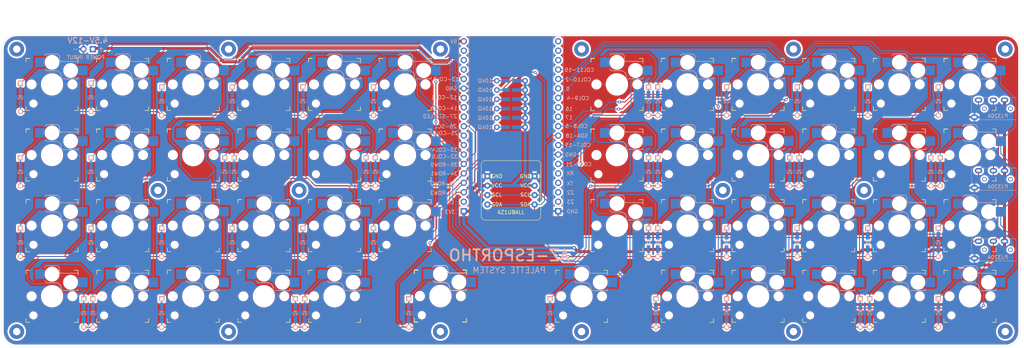
<source format=kicad_pcb>
(kicad_pcb (version 20171130) (host pcbnew "(5.1.6)-1")
  (layers (0 F.Cu signal) (31 B.Cu signal) (34 B.Paste user) (35 F.Paste user) (36 B.SilkS user) (37 F.SilkS user) (38 B.Mask user) (39 F.Mask user) (44 Edge.Cuts user))
  (net 0 "")
  (net 1 RGB_LED)
  (net 2 VCC)
  (net 3 GND)
  (net 4 VIN)
  (net 5 EN)
  (net 6 RX)
  (net 7 TX)
  (net 8 SCL)
  (net 9 SDA)
  (net 10 COL11)
  (net 11 COL10)
  (net 12 COL9)
  (net 13 COL8)
  (net 14 COL7)
  (net 15 COL6)
  (net 16 COL5)
  (net 17 COL4)
  (net 18 COL3)
  (net 19 COL2)
  (net 20 COL1)
  (net 21 COL0)
  (net 22 ROW3)
  (net 23 ROW2)
  (net 24 ROW1)
  (net 25 ROW0)
  (module aaaa:Kailh_socket_PG1350 (layer F.Cu) (at 187 169.9 180)
    (fp_text reference REF** hide)
    (fp_text value Kailh_socket_PG1350)
    (pad "" np_thru_hole circle (at 5 -5.15 180) (size 1.2 1.2) (drill 1.2) (layers *.Cu *.Mask))
    (pad 2 smd rect (at -8.275 3.75 180) (size 2.6 2.6) (layers B.Cu B.Paste B.Mask) (net 16 COL5))
    (pad "" np_thru_hole circle (at 0 5.95 180) (size 3 3) (drill 3) (layers *.Cu *.Mask))
    (pad "" np_thru_hole circle (at 0 0 180) (size 5 5) (drill 5) (layers *.Cu *.Mask))
    (pad "" np_thru_hole circle (at -5 3.75 180) (size 3 3) (drill 3) (layers *.Cu *.Mask))
    (pad 1 smd rect (at 3.275 5.95 180) (size 2.6 2.6) (layers B.Cu B.Paste B.Mask) (net 22 ROW3))
    (pad "" np_thru_hole circle (at 5.5 0 180) (size 1.7018 1.7018) (drill 1.7018) (layers *.Cu *.Mask))
    (pad "" np_thru_hole circle (at -5.5 0 180) (size 1.7018 1.7018) (drill 1.7018) (layers *.Cu *.Mask))
  )
  (module Connector_PinHeader_2.54mm:PinHeader_1x02_P2.54mm_Vertical (layer B.Cu) (at 93.5 103.5 90)
    (fp_text reference "POWER INPUT" (at -2.2 -1.9 180) (layer B.SilkS) (effects (justify mirror)))
    (fp_text value PinHeader_1x02_P2.54mm_Vertical)
    (pad 2 thru_hole oval (at 0 -2.54 90) (size 1.7 1.7) (drill 1) (layers *.Cu *.Mask) (net 3 GND))
    (pad 1 thru_hole rect (at 0 0 90) (size 1.7 1.7) (drill 1) (layers *.Cu *.Mask) (net 4 VIN))
  )
  (module aaaa:D3_TH_SMD (layer B.Cu) (at 206 124.5 180)
    (fp_text reference 10kΩ (at 7 0) (layer B.SilkS) (effects (justify mirror)))
    (fp_text value D hide)
    (pad 2 smd rect (at 1.3 0 180) (size 2 1) (layers B.Cu B.Paste B.Mask) (net 22 ROW3))
    (pad 2 thru_hole circle (at 3.81 0 180) (size 1.5 1.5) (drill 0.8) (layers *.Cu *.Mask) (net 22 ROW3))
    (pad 1 thru_hole circle (at -3.81 0 180) (size 1.5 1.5) (drill 0.8) (layers *.Cu *.Mask) (net 2 VCC))
    (pad 1 smd rect (at -1.3 0 180) (size 2 1) (layers B.Cu B.Paste B.Mask) (net 2 VCC))
  )
  (module aaaa:D3_TH_SMD (layer B.Cu) (at 206 122 180)
    (fp_text reference 10kΩ (at 7 0) (layer B.SilkS) (effects (justify mirror)))
    (fp_text value D hide)
    (pad 1 smd rect (at -1.3 0 180) (size 2 1) (layers B.Cu B.Paste B.Mask) (net 2 VCC))
    (pad 1 thru_hole circle (at -3.81 0 180) (size 1.5 1.5) (drill 0.8) (layers *.Cu *.Mask) (net 2 VCC))
    (pad 2 thru_hole circle (at 3.81 0 180) (size 1.5 1.5) (drill 0.8) (layers *.Cu *.Mask) (net 23 ROW2))
    (pad 2 smd rect (at 1.3 0 180) (size 2 1) (layers B.Cu B.Paste B.Mask) (net 23 ROW2))
  )
  (module aaaa:D3_TH_SMD (layer B.Cu) (at 206 119.5 180)
    (fp_text reference 10kΩ (at 7 0) (layer B.SilkS) (effects (justify mirror)))
    (fp_text value D hide)
    (pad 2 smd rect (at 1.3 0 180) (size 2 1) (layers B.Cu B.Paste B.Mask) (net 24 ROW1))
    (pad 2 thru_hole circle (at 3.81 0 180) (size 1.5 1.5) (drill 0.8) (layers *.Cu *.Mask) (net 24 ROW1))
    (pad 1 thru_hole circle (at -3.81 0 180) (size 1.5 1.5) (drill 0.8) (layers *.Cu *.Mask) (net 2 VCC))
    (pad 1 smd rect (at -1.3 0 180) (size 2 1) (layers B.Cu B.Paste B.Mask) (net 2 VCC))
  )
  (module aaaa:D3_TH_SMD (layer B.Cu) (at 206 117 180)
    (fp_text reference 10kΩ (at 7 0) (layer B.SilkS) (effects (justify mirror)))
    (fp_text value D hide)
    (pad 1 smd rect (at -1.3 0 180) (size 2 1) (layers B.Cu B.Paste B.Mask) (net 2 VCC))
    (pad 1 thru_hole circle (at -3.81 0 180) (size 1.5 1.5) (drill 0.8) (layers *.Cu *.Mask) (net 2 VCC))
    (pad 2 thru_hole circle (at 3.81 0 180) (size 1.5 1.5) (drill 0.8) (layers *.Cu *.Mask) (net 25 ROW0))
    (pad 2 smd rect (at 1.3 0 180) (size 2 1) (layers B.Cu B.Paste B.Mask) (net 25 ROW0))
  )
  (module aaaa:D3_TH_SMD (layer B.Cu) (at 206 114.5 180)
    (fp_text reference 10kΩ (at 7 0) (layer B.SilkS) (effects (justify mirror)))
    (fp_text value D hide)
    (pad 2 smd rect (at 1.3 0 180) (size 2 1) (layers B.Cu B.Paste B.Mask) (net 9 SDA))
    (pad 2 thru_hole circle (at 3.81 0 180) (size 1.5 1.5) (drill 0.8) (layers *.Cu *.Mask) (net 9 SDA))
    (pad 1 thru_hole circle (at -3.81 0 180) (size 1.5 1.5) (drill 0.8) (layers *.Cu *.Mask) (net 2 VCC))
    (pad 1 smd rect (at -1.3 0 180) (size 2 1) (layers B.Cu B.Paste B.Mask) (net 2 VCC))
  )
  (module aaaa:D3_TH_SMD (layer B.Cu) (at 206 112 180)
    (fp_text reference 10kΩ (at 7 0) (layer B.SilkS) (effects (justify mirror)))
    (fp_text value D hide)
    (pad 1 smd rect (at -1.3 0 180) (size 2 1) (layers B.Cu B.Paste B.Mask) (net 2 VCC))
    (pad 1 thru_hole circle (at -3.81 0 180) (size 1.5 1.5) (drill 0.8) (layers *.Cu *.Mask) (net 2 VCC))
    (pad 2 thru_hole circle (at 3.81 0 180) (size 1.5 1.5) (drill 0.8) (layers *.Cu *.Mask) (net 8 SCL))
    (pad 2 smd rect (at 1.3 0 180) (size 2 1) (layers B.Cu B.Paste B.Mask) (net 8 SCL))
  )
  (module aaaa:D3_TH_SMD (layer B.Cu) (at 321 174.5 270)
    (fp_text reference D16 hide)
    (fp_text value D hide)
    (pad 1 smd rect (at -1.775 0 270) (size 2 1) (layers B.Cu B.Paste B.Mask) (net 22 ROW3))
    (pad 1 thru_hole rect (at -3.81 0 270) (size 1.397 1.397) (drill 0.8128) (layers *.Cu *.Mask B.SilkS) (net 22 ROW3))
    (pad 2 thru_hole circle (at 3.81 0 270) (size 1.397 1.397) (drill 0.8128) (layers *.Cu *.Mask B.SilkS) (net 22 ROW3))
    (pad 2 smd rect (at 1.775 0 270) (size 2 1) (layers B.Cu B.Paste B.Mask) (net 22 ROW3))
  )
  (module aaaa:D3_TH_SMD (layer B.Cu) (at 300 174.5 270)
    (fp_text reference D16 hide)
    (fp_text value D hide)
    (pad 2 smd rect (at 1.775 0 270) (size 2 1) (layers B.Cu B.Paste B.Mask) (net 22 ROW3))
    (pad 2 thru_hole circle (at 3.81 0 270) (size 1.397 1.397) (drill 0.8128) (layers *.Cu *.Mask B.SilkS) (net 22 ROW3))
    (pad 1 thru_hole rect (at -3.81 0 270) (size 1.397 1.397) (drill 0.8128) (layers *.Cu *.Mask B.SilkS) (net 22 ROW3))
    (pad 1 smd rect (at -1.775 0 270) (size 2 1) (layers B.Cu B.Paste B.Mask) (net 22 ROW3))
  )
  (module aaaa:D3_TH_SMD (layer B.Cu) (at 302.5 174.5 270)
    (fp_text reference D16 hide)
    (fp_text value D hide)
    (pad 1 smd rect (at -1.775 0 270) (size 2 1) (layers B.Cu B.Paste B.Mask) (net 22 ROW3))
    (pad 1 thru_hole rect (at -3.81 0 270) (size 1.397 1.397) (drill 0.8128) (layers *.Cu *.Mask B.SilkS) (net 22 ROW3))
    (pad 2 thru_hole circle (at 3.81 0 270) (size 1.397 1.397) (drill 0.8128) (layers *.Cu *.Mask B.SilkS) (net 22 ROW3))
    (pad 2 smd rect (at 1.775 0 270) (size 2 1) (layers B.Cu B.Paste B.Mask) (net 22 ROW3))
  )
  (module aaaa:D3_TH_SMD (layer B.Cu) (at 264 174.5 270)
    (fp_text reference D16 hide)
    (fp_text value D hide)
    (pad 2 smd rect (at 1.775 0 270) (size 2 1) (layers B.Cu B.Paste B.Mask) (net 22 ROW3))
    (pad 2 thru_hole circle (at 3.81 0 270) (size 1.397 1.397) (drill 0.8128) (layers *.Cu *.Mask B.SilkS) (net 22 ROW3))
    (pad 1 thru_hole rect (at -3.81 0 270) (size 1.397 1.397) (drill 0.8128) (layers *.Cu *.Mask B.SilkS) (net 22 ROW3))
    (pad 1 smd rect (at -1.775 0 270) (size 2 1) (layers B.Cu B.Paste B.Mask) (net 22 ROW3))
  )
  (module aaaa:D3_TH_SMD (layer B.Cu) (at 245 174.5 270)
    (fp_text reference D16 hide)
    (fp_text value D hide)
    (pad 1 smd rect (at -1.775 0 270) (size 2 1) (layers B.Cu B.Paste B.Mask) (net 22 ROW3))
    (pad 1 thru_hole rect (at -3.81 0 270) (size 1.397 1.397) (drill 0.8128) (layers *.Cu *.Mask B.SilkS) (net 22 ROW3))
    (pad 2 thru_hole circle (at 3.81 0 270) (size 1.397 1.397) (drill 0.8128) (layers *.Cu *.Mask B.SilkS) (net 22 ROW3))
    (pad 2 smd rect (at 1.775 0 270) (size 2 1) (layers B.Cu B.Paste B.Mask) (net 22 ROW3))
  )
  (module aaaa:D3_TH_SMD (layer B.Cu) (at 216.5 174.5 270)
    (fp_text reference D16 hide)
    (fp_text value D hide)
    (pad 2 smd rect (at 1.775 0 270) (size 2 1) (layers B.Cu B.Paste B.Mask) (net 22 ROW3))
    (pad 2 thru_hole circle (at 3.81 0 270) (size 1.397 1.397) (drill 0.8128) (layers *.Cu *.Mask B.SilkS) (net 22 ROW3))
    (pad 1 thru_hole rect (at -3.81 0 270) (size 1.397 1.397) (drill 0.8128) (layers *.Cu *.Mask B.SilkS) (net 22 ROW3))
    (pad 1 smd rect (at -1.775 0 270) (size 2 1) (layers B.Cu B.Paste B.Mask) (net 22 ROW3))
  )
  (module aaaa:D3_TH_SMD (layer B.Cu) (at 178.5 174.5 270)
    (fp_text reference D16 hide)
    (fp_text value D hide)
    (pad 1 smd rect (at -1.775 0 270) (size 2 1) (layers B.Cu B.Paste B.Mask) (net 22 ROW3))
    (pad 1 thru_hole rect (at -3.81 0 270) (size 1.397 1.397) (drill 0.8128) (layers *.Cu *.Mask B.SilkS) (net 22 ROW3))
    (pad 2 thru_hole circle (at 3.81 0 270) (size 1.397 1.397) (drill 0.8128) (layers *.Cu *.Mask B.SilkS) (net 22 ROW3))
    (pad 2 smd rect (at 1.775 0 270) (size 2 1) (layers B.Cu B.Paste B.Mask) (net 22 ROW3))
  )
  (module aaaa:D3_TH_SMD (layer B.Cu) (at 148 174.5 270)
    (fp_text reference D16 hide)
    (fp_text value D hide)
    (pad 2 smd rect (at 1.775 0 270) (size 2 1) (layers B.Cu B.Paste B.Mask) (net 22 ROW3))
    (pad 2 thru_hole circle (at 3.81 0 270) (size 1.397 1.397) (drill 0.8128) (layers *.Cu *.Mask B.SilkS) (net 22 ROW3))
    (pad 1 thru_hole rect (at -3.81 0 270) (size 1.397 1.397) (drill 0.8128) (layers *.Cu *.Mask B.SilkS) (net 22 ROW3))
    (pad 1 smd rect (at -1.775 0 270) (size 2 1) (layers B.Cu B.Paste B.Mask) (net 22 ROW3))
  )
  (module aaaa:D3_TH_SMD (layer B.Cu) (at 150.5 174.5 270)
    (fp_text reference D16 hide)
    (fp_text value D hide)
    (pad 1 smd rect (at -1.775 0 270) (size 2 1) (layers B.Cu B.Paste B.Mask) (net 22 ROW3))
    (pad 1 thru_hole rect (at -3.81 0 270) (size 1.397 1.397) (drill 0.8128) (layers *.Cu *.Mask B.SilkS) (net 22 ROW3))
    (pad 2 thru_hole circle (at 3.81 0 270) (size 1.397 1.397) (drill 0.8128) (layers *.Cu *.Mask B.SilkS) (net 22 ROW3))
    (pad 2 smd rect (at 1.775 0 270) (size 2 1) (layers B.Cu B.Paste B.Mask) (net 22 ROW3))
  )
  (module aaaa:D3_TH_SMD (layer B.Cu) (at 112 174.5 270)
    (fp_text reference D16 hide)
    (fp_text value D hide)
    (pad 2 smd rect (at 1.775 0 270) (size 2 1) (layers B.Cu B.Paste B.Mask) (net 22 ROW3))
    (pad 2 thru_hole circle (at 3.81 0 270) (size 1.397 1.397) (drill 0.8128) (layers *.Cu *.Mask B.SilkS) (net 22 ROW3))
    (pad 1 thru_hole rect (at -3.81 0 270) (size 1.397 1.397) (drill 0.8128) (layers *.Cu *.Mask B.SilkS) (net 22 ROW3))
    (pad 1 smd rect (at -1.775 0 270) (size 2 1) (layers B.Cu B.Paste B.Mask) (net 22 ROW3))
  )
  (module aaaa:D3_TH_SMD (layer B.Cu) (at 93.5 174.5 270)
    (fp_text reference D16 hide)
    (fp_text value D hide)
    (pad 1 smd rect (at -1.775 0 270) (size 2 1) (layers B.Cu B.Paste B.Mask) (net 22 ROW3))
    (pad 1 thru_hole rect (at -3.81 0 270) (size 1.397 1.397) (drill 0.8128) (layers *.Cu *.Mask B.SilkS) (net 22 ROW3))
    (pad 2 thru_hole circle (at 3.81 0 270) (size 1.397 1.397) (drill 0.8128) (layers *.Cu *.Mask B.SilkS) (net 22 ROW3))
    (pad 2 smd rect (at 1.775 0 270) (size 2 1) (layers B.Cu B.Paste B.Mask) (net 22 ROW3))
  )
  (module aaaa:D3_TH_SMD (layer B.Cu) (at 321 155.5 270)
    (fp_text reference D16 hide)
    (fp_text value D hide)
    (pad 2 smd rect (at 1.775 0 270) (size 2 1) (layers B.Cu B.Paste B.Mask) (net 23 ROW2))
    (pad 2 thru_hole circle (at 3.81 0 270) (size 1.397 1.397) (drill 0.8128) (layers *.Cu *.Mask B.SilkS) (net 23 ROW2))
    (pad 1 thru_hole rect (at -3.81 0 270) (size 1.397 1.397) (drill 0.8128) (layers *.Cu *.Mask B.SilkS) (net 23 ROW2))
    (pad 1 smd rect (at -1.775 0 270) (size 2 1) (layers B.Cu B.Paste B.Mask) (net 23 ROW2))
  )
  (module aaaa:D3_TH_SMD (layer B.Cu) (at 302 155.5 270)
    (fp_text reference D16 hide)
    (fp_text value D hide)
    (pad 1 smd rect (at -1.775 0 270) (size 2 1) (layers B.Cu B.Paste B.Mask) (net 23 ROW2))
    (pad 1 thru_hole rect (at -3.81 0 270) (size 1.397 1.397) (drill 0.8128) (layers *.Cu *.Mask B.SilkS) (net 23 ROW2))
    (pad 2 thru_hole circle (at 3.81 0 270) (size 1.397 1.397) (drill 0.8128) (layers *.Cu *.Mask B.SilkS) (net 23 ROW2))
    (pad 2 smd rect (at 1.775 0 270) (size 2 1) (layers B.Cu B.Paste B.Mask) (net 23 ROW2))
  )
  (module aaaa:D3_TH_SMD (layer B.Cu) (at 283 155.5 270)
    (fp_text reference D16 hide)
    (fp_text value D hide)
    (pad 2 smd rect (at 1.775 0 270) (size 2 1) (layers B.Cu B.Paste B.Mask) (net 23 ROW2))
    (pad 2 thru_hole circle (at 3.81 0 270) (size 1.397 1.397) (drill 0.8128) (layers *.Cu *.Mask B.SilkS) (net 23 ROW2))
    (pad 1 thru_hole rect (at -3.81 0 270) (size 1.397 1.397) (drill 0.8128) (layers *.Cu *.Mask B.SilkS) (net 23 ROW2))
    (pad 1 smd rect (at -1.775 0 270) (size 2 1) (layers B.Cu B.Paste B.Mask) (net 23 ROW2))
  )
  (module aaaa:D3_TH_SMD (layer B.Cu) (at 264 155.5 270)
    (fp_text reference D16 hide)
    (fp_text value D hide)
    (pad 1 smd rect (at -1.775 0 270) (size 2 1) (layers B.Cu B.Paste B.Mask) (net 23 ROW2))
    (pad 1 thru_hole rect (at -3.81 0 270) (size 1.397 1.397) (drill 0.8128) (layers *.Cu *.Mask B.SilkS) (net 23 ROW2))
    (pad 2 thru_hole circle (at 3.81 0 270) (size 1.397 1.397) (drill 0.8128) (layers *.Cu *.Mask B.SilkS) (net 23 ROW2))
    (pad 2 smd rect (at 1.775 0 270) (size 2 1) (layers B.Cu B.Paste B.Mask) (net 23 ROW2))
  )
  (module aaaa:D3_TH_SMD (layer B.Cu) (at 243 155.5 270)
    (fp_text reference D16 hide)
    (fp_text value D hide)
    (pad 2 smd rect (at 1.775 0 270) (size 2 1) (layers B.Cu B.Paste B.Mask) (net 23 ROW2))
    (pad 2 thru_hole circle (at 3.81 0 270) (size 1.397 1.397) (drill 0.8128) (layers *.Cu *.Mask B.SilkS) (net 23 ROW2))
    (pad 1 thru_hole rect (at -3.81 0 270) (size 1.397 1.397) (drill 0.8128) (layers *.Cu *.Mask B.SilkS) (net 23 ROW2))
    (pad 1 smd rect (at -1.775 0 270) (size 2 1) (layers B.Cu B.Paste B.Mask) (net 23 ROW2))
  )
  (module aaaa:D3_TH_SMD (layer B.Cu) (at 245.5 155.5 270)
    (fp_text reference D16 hide)
    (fp_text value D hide)
    (pad 1 smd rect (at -1.775 0 270) (size 2 1) (layers B.Cu B.Paste B.Mask) (net 23 ROW2))
    (pad 1 thru_hole rect (at -3.81 0 270) (size 1.397 1.397) (drill 0.8128) (layers *.Cu *.Mask B.SilkS) (net 23 ROW2))
    (pad 2 thru_hole circle (at 3.81 0 270) (size 1.397 1.397) (drill 0.8128) (layers *.Cu *.Mask B.SilkS) (net 23 ROW2))
    (pad 2 smd rect (at 1.775 0 270) (size 2 1) (layers B.Cu B.Paste B.Mask) (net 23 ROW2))
  )
  (module aaaa:D3_TH_SMD (layer B.Cu) (at 169 155.5 270)
    (fp_text reference D16 hide)
    (fp_text value D hide)
    (pad 2 smd rect (at 1.775 0 270) (size 2 1) (layers B.Cu B.Paste B.Mask) (net 23 ROW2))
    (pad 2 thru_hole circle (at 3.81 0 270) (size 1.397 1.397) (drill 0.8128) (layers *.Cu *.Mask B.SilkS) (net 23 ROW2))
    (pad 1 thru_hole rect (at -3.81 0 270) (size 1.397 1.397) (drill 0.8128) (layers *.Cu *.Mask B.SilkS) (net 23 ROW2))
    (pad 1 smd rect (at -1.775 0 270) (size 2 1) (layers B.Cu B.Paste B.Mask) (net 23 ROW2))
  )
  (module aaaa:D3_TH_SMD (layer B.Cu) (at 150 155.5 270)
    (fp_text reference D16 hide)
    (fp_text value D hide)
    (pad 1 smd rect (at -1.775 0 270) (size 2 1) (layers B.Cu B.Paste B.Mask) (net 23 ROW2))
    (pad 1 thru_hole rect (at -3.81 0 270) (size 1.397 1.397) (drill 0.8128) (layers *.Cu *.Mask B.SilkS) (net 23 ROW2))
    (pad 2 thru_hole circle (at 3.81 0 270) (size 1.397 1.397) (drill 0.8128) (layers *.Cu *.Mask B.SilkS) (net 23 ROW2))
    (pad 2 smd rect (at 1.775 0 270) (size 2 1) (layers B.Cu B.Paste B.Mask) (net 23 ROW2))
  )
  (module aaaa:D3_TH_SMD (layer B.Cu) (at 131 155.5 270)
    (fp_text reference D16 hide)
    (fp_text value D hide)
    (pad 2 smd rect (at 1.775 0 270) (size 2 1) (layers B.Cu B.Paste B.Mask) (net 23 ROW2))
    (pad 2 thru_hole circle (at 3.81 0 270) (size 1.397 1.397) (drill 0.8128) (layers *.Cu *.Mask B.SilkS) (net 23 ROW2))
    (pad 1 thru_hole rect (at -3.81 0 270) (size 1.397 1.397) (drill 0.8128) (layers *.Cu *.Mask B.SilkS) (net 23 ROW2))
    (pad 1 smd rect (at -1.775 0 270) (size 2 1) (layers B.Cu B.Paste B.Mask) (net 23 ROW2))
  )
  (module aaaa:D3_TH_SMD (layer B.Cu) (at 112 155.5 270)
    (fp_text reference D16 hide)
    (fp_text value D hide)
    (pad 1 smd rect (at -1.775 0 270) (size 2 1) (layers B.Cu B.Paste B.Mask) (net 23 ROW2))
    (pad 1 thru_hole rect (at -3.81 0 270) (size 1.397 1.397) (drill 0.8128) (layers *.Cu *.Mask B.SilkS) (net 23 ROW2))
    (pad 2 thru_hole circle (at 3.81 0 270) (size 1.397 1.397) (drill 0.8128) (layers *.Cu *.Mask B.SilkS) (net 23 ROW2))
    (pad 2 smd rect (at 1.775 0 270) (size 2 1) (layers B.Cu B.Paste B.Mask) (net 23 ROW2))
  )
  (module aaaa:D3_TH_SMD (layer B.Cu) (at 93 155.5 270)
    (fp_text reference D16 hide)
    (fp_text value D hide)
    (pad 2 smd rect (at 1.775 0 270) (size 2 1) (layers B.Cu B.Paste B.Mask) (net 23 ROW2))
    (pad 2 thru_hole circle (at 3.81 0 270) (size 1.397 1.397) (drill 0.8128) (layers *.Cu *.Mask B.SilkS) (net 23 ROW2))
    (pad 1 thru_hole rect (at -3.81 0 270) (size 1.397 1.397) (drill 0.8128) (layers *.Cu *.Mask B.SilkS) (net 23 ROW2))
    (pad 1 smd rect (at -1.775 0 270) (size 2 1) (layers B.Cu B.Paste B.Mask) (net 23 ROW2))
  )
  (module aaaa:D3_TH_SMD (layer B.Cu) (at 319 136.5 270)
    (fp_text reference D16 hide)
    (fp_text value D hide)
    (pad 1 smd rect (at -1.775 0 270) (size 2 1) (layers B.Cu B.Paste B.Mask) (net 24 ROW1))
    (pad 1 thru_hole rect (at -3.81 0 270) (size 1.397 1.397) (drill 0.8128) (layers *.Cu *.Mask B.SilkS) (net 24 ROW1))
    (pad 2 thru_hole circle (at 3.81 0 270) (size 1.397 1.397) (drill 0.8128) (layers *.Cu *.Mask B.SilkS) (net 24 ROW1))
    (pad 2 smd rect (at 1.775 0 270) (size 2 1) (layers B.Cu B.Paste B.Mask) (net 24 ROW1))
  )
  (module aaaa:D3_TH_SMD (layer B.Cu) (at 321.5 136.5 270)
    (fp_text reference D16 hide)
    (fp_text value D hide)
    (pad 2 smd rect (at 1.775 0 270) (size 2 1) (layers B.Cu B.Paste B.Mask) (net 24 ROW1))
    (pad 2 thru_hole circle (at 3.81 0 270) (size 1.397 1.397) (drill 0.8128) (layers *.Cu *.Mask B.SilkS) (net 24 ROW1))
    (pad 1 thru_hole rect (at -3.81 0 270) (size 1.397 1.397) (drill 0.8128) (layers *.Cu *.Mask B.SilkS) (net 24 ROW1))
    (pad 1 smd rect (at -1.775 0 270) (size 2 1) (layers B.Cu B.Paste B.Mask) (net 24 ROW1))
  )
  (module aaaa:D3_TH_SMD (layer B.Cu) (at 281 136.5 270)
    (fp_text reference D16 hide)
    (fp_text value D hide)
    (pad 1 smd rect (at -1.775 0 270) (size 2 1) (layers B.Cu B.Paste B.Mask) (net 24 ROW1))
    (pad 1 thru_hole rect (at -3.81 0 270) (size 1.397 1.397) (drill 0.8128) (layers *.Cu *.Mask B.SilkS) (net 24 ROW1))
    (pad 2 thru_hole circle (at 3.81 0 270) (size 1.397 1.397) (drill 0.8128) (layers *.Cu *.Mask B.SilkS) (net 24 ROW1))
    (pad 2 smd rect (at 1.775 0 270) (size 2 1) (layers B.Cu B.Paste B.Mask) (net 24 ROW1))
  )
  (module aaaa:D3_TH_SMD (layer B.Cu) (at 283.5 136.5 270)
    (fp_text reference D16 hide)
    (fp_text value D hide)
    (pad 2 smd rect (at 1.775 0 270) (size 2 1) (layers B.Cu B.Paste B.Mask) (net 24 ROW1))
    (pad 2 thru_hole circle (at 3.81 0 270) (size 1.397 1.397) (drill 0.8128) (layers *.Cu *.Mask B.SilkS) (net 24 ROW1))
    (pad 1 thru_hole rect (at -3.81 0 270) (size 1.397 1.397) (drill 0.8128) (layers *.Cu *.Mask B.SilkS) (net 24 ROW1))
    (pad 1 smd rect (at -1.775 0 270) (size 2 1) (layers B.Cu B.Paste B.Mask) (net 24 ROW1))
  )
  (module aaaa:D3_TH_SMD (layer B.Cu) (at 245.5 136.5 270)
    (fp_text reference D16 hide)
    (fp_text value D hide)
    (pad 1 smd rect (at -1.775 0 270) (size 2 1) (layers B.Cu B.Paste B.Mask) (net 24 ROW1))
    (pad 1 thru_hole rect (at -3.81 0 270) (size 1.397 1.397) (drill 0.8128) (layers *.Cu *.Mask B.SilkS) (net 24 ROW1))
    (pad 2 thru_hole circle (at 3.81 0 270) (size 1.397 1.397) (drill 0.8128) (layers *.Cu *.Mask B.SilkS) (net 24 ROW1))
    (pad 2 smd rect (at 1.775 0 270) (size 2 1) (layers B.Cu B.Paste B.Mask) (net 24 ROW1))
  )
  (module aaaa:D3_TH_SMD (layer B.Cu) (at 243 136.5 270)
    (fp_text reference D16 hide)
    (fp_text value D hide)
    (pad 2 smd rect (at 1.775 0 270) (size 2 1) (layers B.Cu B.Paste B.Mask) (net 24 ROW1))
    (pad 2 thru_hole circle (at 3.81 0 270) (size 1.397 1.397) (drill 0.8128) (layers *.Cu *.Mask B.SilkS) (net 24 ROW1))
    (pad 1 thru_hole rect (at -3.81 0 270) (size 1.397 1.397) (drill 0.8128) (layers *.Cu *.Mask B.SilkS) (net 24 ROW1))
    (pad 1 smd rect (at -1.775 0 270) (size 2 1) (layers B.Cu B.Paste B.Mask) (net 24 ROW1))
  )
  (module aaaa:D3_TH_SMD (layer B.Cu) (at 169.5 136.5 270)
    (fp_text reference D16 hide)
    (fp_text value D hide)
    (pad 1 smd rect (at -1.775 0 270) (size 2 1) (layers B.Cu B.Paste B.Mask) (net 24 ROW1))
    (pad 1 thru_hole rect (at -3.81 0 270) (size 1.397 1.397) (drill 0.8128) (layers *.Cu *.Mask B.SilkS) (net 24 ROW1))
    (pad 2 thru_hole circle (at 3.81 0 270) (size 1.397 1.397) (drill 0.8128) (layers *.Cu *.Mask B.SilkS) (net 24 ROW1))
    (pad 2 smd rect (at 1.775 0 270) (size 2 1) (layers B.Cu B.Paste B.Mask) (net 24 ROW1))
  )
  (module aaaa:D3_TH_SMD (layer B.Cu) (at 167 136.5 270)
    (fp_text reference D16 hide)
    (fp_text value D hide)
    (pad 2 smd rect (at 1.775 0 270) (size 2 1) (layers B.Cu B.Paste B.Mask) (net 24 ROW1))
    (pad 2 thru_hole circle (at 3.81 0 270) (size 1.397 1.397) (drill 0.8128) (layers *.Cu *.Mask B.SilkS) (net 24 ROW1))
    (pad 1 thru_hole rect (at -3.81 0 270) (size 1.397 1.397) (drill 0.8128) (layers *.Cu *.Mask B.SilkS) (net 24 ROW1))
    (pad 1 smd rect (at -1.775 0 270) (size 2 1) (layers B.Cu B.Paste B.Mask) (net 24 ROW1))
  )
  (module aaaa:D3_TH_SMD (layer B.Cu) (at 131.5 136.5 270)
    (fp_text reference D16 hide)
    (fp_text value D hide)
    (pad 1 smd rect (at -1.775 0 270) (size 2 1) (layers B.Cu B.Paste B.Mask) (net 24 ROW1))
    (pad 1 thru_hole rect (at -3.81 0 270) (size 1.397 1.397) (drill 0.8128) (layers *.Cu *.Mask B.SilkS) (net 24 ROW1))
    (pad 2 thru_hole circle (at 3.81 0 270) (size 1.397 1.397) (drill 0.8128) (layers *.Cu *.Mask B.SilkS) (net 24 ROW1))
    (pad 2 smd rect (at 1.775 0 270) (size 2 1) (layers B.Cu B.Paste B.Mask) (net 24 ROW1))
  )
  (module aaaa:D3_TH_SMD (layer B.Cu) (at 129 136.5 270)
    (fp_text reference D16 hide)
    (fp_text value D hide)
    (pad 2 smd rect (at 1.775 0 270) (size 2 1) (layers B.Cu B.Paste B.Mask) (net 24 ROW1))
    (pad 2 thru_hole circle (at 3.81 0 270) (size 1.397 1.397) (drill 0.8128) (layers *.Cu *.Mask B.SilkS) (net 24 ROW1))
    (pad 1 thru_hole rect (at -3.81 0 270) (size 1.397 1.397) (drill 0.8128) (layers *.Cu *.Mask B.SilkS) (net 24 ROW1))
    (pad 1 smd rect (at -1.775 0 270) (size 2 1) (layers B.Cu B.Paste B.Mask) (net 24 ROW1))
  )
  (module aaaa:D3_TH_SMD (layer B.Cu) (at 93 136.5 270)
    (fp_text reference D16 hide)
    (fp_text value D hide)
    (pad 1 smd rect (at -1.775 0 270) (size 2 1) (layers B.Cu B.Paste B.Mask) (net 24 ROW1))
    (pad 1 thru_hole rect (at -3.81 0 270) (size 1.397 1.397) (drill 0.8128) (layers *.Cu *.Mask B.SilkS) (net 24 ROW1))
    (pad 2 thru_hole circle (at 3.81 0 270) (size 1.397 1.397) (drill 0.8128) (layers *.Cu *.Mask B.SilkS) (net 24 ROW1))
    (pad 2 smd rect (at 1.775 0 270) (size 2 1) (layers B.Cu B.Paste B.Mask) (net 24 ROW1))
  )
  (module aaaa:D3_TH_SMD (layer B.Cu) (at 91 174.5 270)
    (fp_text reference D16 hide)
    (fp_text value D hide)
    (pad 2 smd rect (at 1.775 0 270) (size 2 1) (layers B.Cu B.Paste B.Mask) (net 22 ROW3))
    (pad 2 thru_hole circle (at 3.81 0 270) (size 1.397 1.397) (drill 0.8128) (layers *.Cu *.Mask B.SilkS) (net 22 ROW3))
    (pad 1 thru_hole rect (at -3.81 0 270) (size 1.397 1.397) (drill 0.8128) (layers *.Cu *.Mask B.SilkS) (net 22 ROW3))
    (pad 1 smd rect (at -1.775 0 270) (size 2 1) (layers B.Cu B.Paste B.Mask) (net 22 ROW3))
  )
  (module aaaa:D3_TH_SMD (layer B.Cu) (at 74 155.5 270)
    (fp_text reference D16 hide)
    (fp_text value D hide)
    (pad 1 smd rect (at -1.775 0 270) (size 2 1) (layers B.Cu B.Paste B.Mask) (net 23 ROW2))
    (pad 1 thru_hole rect (at -3.81 0 270) (size 1.397 1.397) (drill 0.8128) (layers *.Cu *.Mask B.SilkS) (net 23 ROW2))
    (pad 2 thru_hole circle (at 3.81 0 270) (size 1.397 1.397) (drill 0.8128) (layers *.Cu *.Mask B.SilkS) (net 23 ROW2))
    (pad 2 smd rect (at 1.775 0 270) (size 2 1) (layers B.Cu B.Paste B.Mask) (net 23 ROW2))
  )
  (module aaaa:D3_TH_SMD (layer B.Cu) (at 74 136.5 270)
    (fp_text reference D16 hide)
    (fp_text value D hide)
    (pad 2 smd rect (at 1.775 0 270) (size 2 1) (layers B.Cu B.Paste B.Mask) (net 24 ROW1))
    (pad 2 thru_hole circle (at 3.81 0 270) (size 1.397 1.397) (drill 0.8128) (layers *.Cu *.Mask B.SilkS) (net 24 ROW1))
    (pad 1 thru_hole rect (at -3.81 0 270) (size 1.397 1.397) (drill 0.8128) (layers *.Cu *.Mask B.SilkS) (net 24 ROW1))
    (pad 1 smd rect (at -1.775 0 270) (size 2 1) (layers B.Cu B.Paste B.Mask) (net 24 ROW1))
  )
  (module aaaa:D3_TH_SMD (layer B.Cu) (at 321 117.5 270)
    (fp_text reference D16 hide)
    (fp_text value D hide)
    (pad 2 smd rect (at 1.775 0 270) (size 2 1) (layers B.Cu B.Paste B.Mask) (net 25 ROW0))
    (pad 2 thru_hole circle (at 3.81 0 270) (size 1.397 1.397) (drill 0.8128) (layers *.Cu *.Mask B.SilkS) (net 25 ROW0))
    (pad 1 thru_hole rect (at -3.81 0 270) (size 1.397 1.397) (drill 0.8128) (layers *.Cu *.Mask B.SilkS) (net 25 ROW0))
    (pad 1 smd rect (at -1.775 0 270) (size 2 1) (layers B.Cu B.Paste B.Mask) (net 25 ROW0))
  )
  (module aaaa:D3_TH_SMD (layer B.Cu) (at 302 117.5 270)
    (fp_text reference D16 hide)
    (fp_text value D hide)
    (pad 1 smd rect (at -1.775 0 270) (size 2 1) (layers B.Cu B.Paste B.Mask) (net 25 ROW0))
    (pad 1 thru_hole rect (at -3.81 0 270) (size 1.397 1.397) (drill 0.8128) (layers *.Cu *.Mask B.SilkS) (net 25 ROW0))
    (pad 2 thru_hole circle (at 3.81 0 270) (size 1.397 1.397) (drill 0.8128) (layers *.Cu *.Mask B.SilkS) (net 25 ROW0))
    (pad 2 smd rect (at 1.775 0 270) (size 2 1) (layers B.Cu B.Paste B.Mask) (net 25 ROW0))
  )
  (module aaaa:D3_TH_SMD (layer B.Cu) (at 283 117.5 270)
    (fp_text reference D16 hide)
    (fp_text value D hide)
    (pad 2 smd rect (at 1.775 0 270) (size 2 1) (layers B.Cu B.Paste B.Mask) (net 25 ROW0))
    (pad 2 thru_hole circle (at 3.81 0 270) (size 1.397 1.397) (drill 0.8128) (layers *.Cu *.Mask B.SilkS) (net 25 ROW0))
    (pad 1 thru_hole rect (at -3.81 0 270) (size 1.397 1.397) (drill 0.8128) (layers *.Cu *.Mask B.SilkS) (net 25 ROW0))
    (pad 1 smd rect (at -1.775 0 270) (size 2 1) (layers B.Cu B.Paste B.Mask) (net 25 ROW0))
  )
  (module aaaa:D3_TH_SMD (layer B.Cu) (at 264 117.5 270)
    (fp_text reference D16 hide)
    (fp_text value D hide)
    (pad 1 smd rect (at -1.775 0 270) (size 2 1) (layers B.Cu B.Paste B.Mask) (net 25 ROW0))
    (pad 1 thru_hole rect (at -3.81 0 270) (size 1.397 1.397) (drill 0.8128) (layers *.Cu *.Mask B.SilkS) (net 25 ROW0))
    (pad 2 thru_hole circle (at 3.81 0 270) (size 1.397 1.397) (drill 0.8128) (layers *.Cu *.Mask B.SilkS) (net 25 ROW0))
    (pad 2 smd rect (at 1.775 0 270) (size 2 1) (layers B.Cu B.Paste B.Mask) (net 25 ROW0))
  )
  (module aaaa:D3_TH_SMD (layer B.Cu) (at 245.5 117.5 270)
    (fp_text reference D16 hide)
    (fp_text value D hide)
    (pad 2 smd rect (at 1.775 0 270) (size 2 1) (layers B.Cu B.Paste B.Mask) (net 25 ROW0))
    (pad 2 thru_hole circle (at 3.81 0 270) (size 1.397 1.397) (drill 0.8128) (layers *.Cu *.Mask B.SilkS) (net 25 ROW0))
    (pad 1 thru_hole rect (at -3.81 0 270) (size 1.397 1.397) (drill 0.8128) (layers *.Cu *.Mask B.SilkS) (net 25 ROW0))
    (pad 1 smd rect (at -1.775 0 270) (size 2 1) (layers B.Cu B.Paste B.Mask) (net 25 ROW0))
  )
  (module aaaa:D3_TH_SMD (layer B.Cu) (at 243 117.5 270)
    (fp_text reference D16 hide)
    (fp_text value D hide)
    (pad 1 smd rect (at -1.775 0 270) (size 2 1) (layers B.Cu B.Paste B.Mask) (net 25 ROW0))
    (pad 1 thru_hole rect (at -3.81 0 270) (size 1.397 1.397) (drill 0.8128) (layers *.Cu *.Mask B.SilkS) (net 25 ROW0))
    (pad 2 thru_hole circle (at 3.81 0 270) (size 1.397 1.397) (drill 0.8128) (layers *.Cu *.Mask B.SilkS) (net 25 ROW0))
    (pad 2 smd rect (at 1.775 0 270) (size 2 1) (layers B.Cu B.Paste B.Mask) (net 25 ROW0))
  )
  (module aaaa:D3_TH_SMD (layer B.Cu) (at 169 117.5 270)
    (fp_text reference D16 hide)
    (fp_text value D hide)
    (pad 2 smd rect (at 1.775 0 270) (size 2 1) (layers B.Cu B.Paste B.Mask) (net 25 ROW0))
    (pad 2 thru_hole circle (at 3.81 0 270) (size 1.397 1.397) (drill 0.8128) (layers *.Cu *.Mask B.SilkS) (net 25 ROW0))
    (pad 1 thru_hole rect (at -3.81 0 270) (size 1.397 1.397) (drill 0.8128) (layers *.Cu *.Mask B.SilkS) (net 25 ROW0))
    (pad 1 smd rect (at -1.775 0 270) (size 2 1) (layers B.Cu B.Paste B.Mask) (net 25 ROW0))
  )
  (module aaaa:D3_TH_SMD (layer B.Cu) (at 150 117.5 270)
    (fp_text reference D16 hide)
    (fp_text value D hide)
    (pad 1 smd rect (at -1.775 0 270) (size 2 1) (layers B.Cu B.Paste B.Mask) (net 25 ROW0))
    (pad 1 thru_hole rect (at -3.81 0 270) (size 1.397 1.397) (drill 0.8128) (layers *.Cu *.Mask B.SilkS) (net 25 ROW0))
    (pad 2 thru_hole circle (at 3.81 0 270) (size 1.397 1.397) (drill 0.8128) (layers *.Cu *.Mask B.SilkS) (net 25 ROW0))
    (pad 2 smd rect (at 1.775 0 270) (size 2 1) (layers B.Cu B.Paste B.Mask) (net 25 ROW0))
  )
  (module aaaa:D3_TH_SMD (layer B.Cu) (at 131 117.5 270)
    (fp_text reference D16 hide)
    (fp_text value D hide)
    (pad 2 smd rect (at 1.775 0 270) (size 2 1) (layers B.Cu B.Paste B.Mask) (net 25 ROW0))
    (pad 2 thru_hole circle (at 3.81 0 270) (size 1.397 1.397) (drill 0.8128) (layers *.Cu *.Mask B.SilkS) (net 25 ROW0))
    (pad 1 thru_hole rect (at -3.81 0 270) (size 1.397 1.397) (drill 0.8128) (layers *.Cu *.Mask B.SilkS) (net 25 ROW0))
    (pad 1 smd rect (at -1.775 0 270) (size 2 1) (layers B.Cu B.Paste B.Mask) (net 25 ROW0))
  )
  (module aaaa:D3_TH_SMD (layer B.Cu) (at 112 117.5 270)
    (fp_text reference D16 hide)
    (fp_text value D hide)
    (pad 1 smd rect (at -1.775 0 270) (size 2 1) (layers B.Cu B.Paste B.Mask) (net 25 ROW0))
    (pad 1 thru_hole rect (at -3.81 0 270) (size 1.397 1.397) (drill 0.8128) (layers *.Cu *.Mask B.SilkS) (net 25 ROW0))
    (pad 2 thru_hole circle (at 3.81 0 270) (size 1.397 1.397) (drill 0.8128) (layers *.Cu *.Mask B.SilkS) (net 25 ROW0))
    (pad 2 smd rect (at 1.775 0 270) (size 2 1) (layers B.Cu B.Paste B.Mask) (net 25 ROW0))
  )
  (module aaaa:D3_TH_SMD (layer B.Cu) (at 93 116.5 270)
    (fp_text reference D16 hide)
    (fp_text value D hide)
    (pad 2 smd rect (at 1.775 0 270) (size 2 1) (layers B.Cu B.Paste B.Mask) (net 25 ROW0))
    (pad 2 thru_hole circle (at 3.81 0 270) (size 1.397 1.397) (drill 0.8128) (layers *.Cu *.Mask B.SilkS) (net 25 ROW0))
    (pad 1 thru_hole rect (at -3.81 0 270) (size 1.397 1.397) (drill 0.8128) (layers *.Cu *.Mask B.SilkS) (net 25 ROW0))
    (pad 1 smd rect (at -1.775 0 270) (size 2 1) (layers B.Cu B.Paste B.Mask) (net 25 ROW0))
  )
  (module aaaa:D3_TH_SMD (layer B.Cu) (at 74 116.5 270)
    (fp_text reference D16 hide)
    (fp_text value D hide)
    (pad 1 smd rect (at -1.775 0 270) (size 2 1) (layers B.Cu B.Paste B.Mask) (net 25 ROW0))
    (pad 1 thru_hole rect (at -3.81 0 270) (size 1.397 1.397) (drill 0.8128) (layers *.Cu *.Mask B.SilkS) (net 25 ROW0))
    (pad 2 thru_hole circle (at 3.81 0 270) (size 1.397 1.397) (drill 0.8128) (layers *.Cu *.Mask B.SilkS) (net 25 ROW0))
    (pad 2 smd rect (at 1.775 0 270) (size 2 1) (layers B.Cu B.Paste B.Mask) (net 25 ROW0))
  )
  (module SMKJP:CON_PJ320A (layer B.Cu) (at 342 157.5 180)
    (fp_text reference PJ320A (at 5 -2) (layer B.SilkS) (effects (justify mirror)))
    (fp_text value PJ320A)
    (pad 3 thru_hole oval (at 3.2 2.3 180) (size 2 1.4) (drill oval 1.2 0.6) (layers *.Cu *.Mask) (net 2 VCC))
    (pad 2 thru_hole oval (at 6.2 2.3 180) (size 2 1.4) (drill oval 1.2 0.6) (layers *.Cu *.Mask) (net 9 SDA))
    (pad 1 thru_hole oval (at 10.2 2.3 180) (size 2 1.4) (drill oval 1.2 0.6) (layers *.Cu *.Mask) (net 8 SCL))
    (pad 4 thru_hole oval (at 11.3 -2.3 180) (size 2 1.4) (drill oval 1.2 0.6) (layers *.Cu *.Mask) (net 3 GND))
    (pad "" thru_hole circle (at 1.6 0 180) (size 1.2 1.2) (drill 0.8) (layers *.Cu *.Mask))
    (pad "" thru_hole circle (at 8.6 0 180) (size 1.2 1.2) (drill 0.8) (layers *.Cu *.Mask))
  )
  (module SMKJP:CON_PJ320A (layer B.Cu) (at 342 138.5 180)
    (fp_text reference PJ320A (at 5 -2) (layer B.SilkS) (effects (justify mirror)))
    (fp_text value PJ320A)
    (pad "" thru_hole circle (at 8.6 0 180) (size 1.2 1.2) (drill 0.8) (layers *.Cu *.Mask))
    (pad "" thru_hole circle (at 1.6 0 180) (size 1.2 1.2) (drill 0.8) (layers *.Cu *.Mask))
    (pad 4 thru_hole oval (at 11.3 -2.3 180) (size 2 1.4) (drill oval 1.2 0.6) (layers *.Cu *.Mask) (net 3 GND))
    (pad 1 thru_hole oval (at 10.2 2.3 180) (size 2 1.4) (drill oval 1.2 0.6) (layers *.Cu *.Mask) (net 8 SCL))
    (pad 2 thru_hole oval (at 6.2 2.3 180) (size 2 1.4) (drill oval 1.2 0.6) (layers *.Cu *.Mask) (net 9 SDA))
    (pad 3 thru_hole oval (at 3.2 2.3 180) (size 2 1.4) (drill oval 1.2 0.6) (layers *.Cu *.Mask) (net 2 VCC))
  )
  (module MYLIB:HOLE_M2_TH (layer F.Cu) (at 301 141.5)
    (fp_text reference HOLE_3M hide)
    (fp_text value VAL** hide)
    (pad "" thru_hole circle (at 0 0 90) (size 4 4) (drill 2) (layers *.Cu *.Mask) (clearance 0.1))
  )
  (module MYLIB:HOLE_M2_TH (layer F.Cu) (at 263 141.5)
    (fp_text reference HOLE_3M hide)
    (fp_text value VAL** hide)
    (pad "" thru_hole circle (at 0 0 90) (size 4 4) (drill 2) (layers *.Cu *.Mask) (clearance 0.1))
  )
  (module MYLIB:HOLE_M2_TH (layer F.Cu) (at 225 179.5)
    (fp_text reference HOLE_3M hide)
    (fp_text value VAL** hide)
    (pad "" thru_hole circle (at 0 0 90) (size 4 4) (drill 2) (layers *.Cu *.Mask) (clearance 0.50114))
  )
  (module MYLIB:HOLE_M2_TH (layer F.Cu) (at 339 179.5)
    (fp_text reference HOLE_3M hide)
    (fp_text value VAL** hide)
    (pad "" thru_hole circle (at 0 0 90) (size 4 4) (drill 2) (layers *.Cu *.Mask) (clearance 0.3))
  )
  (module MYLIB:HOLE_M2_TH (layer F.Cu) (at 282 179.5)
    (fp_text reference HOLE_3M hide)
    (fp_text value VAL** hide)
    (pad "" thru_hole circle (at 0 0 90) (size 4 4) (drill 2) (layers *.Cu *.Mask) (clearance 0.1))
  )
  (module MYLIB:HOLE_M2_TH (layer F.Cu) (at 282 103.5)
    (fp_text reference HOLE_3M hide)
    (fp_text value VAL** hide)
    (pad "" thru_hole circle (at 0 0 90) (size 4 4) (drill 2) (layers *.Cu *.Mask) (clearance 0.1))
  )
  (module MYLIB:HOLE_M2_TH (layer F.Cu) (at 339 103.5)
    (fp_text reference HOLE_3M hide)
    (fp_text value VAL** hide)
    (pad "" thru_hole circle (at 0 0 90) (size 4 4) (drill 2) (layers *.Cu *.Mask) (clearance 0.3))
  )
  (module MYLIB:HOLE_M2_TH (layer F.Cu) (at 225 103.5)
    (fp_text reference HOLE_3M hide)
    (fp_text value VAL** hide)
    (pad "" thru_hole circle (at 0 0 90) (size 4 4) (drill 2) (layers *.Cu *.Mask) (clearance 0.50114))
  )
  (module MYLIB:HOLE_M2_TH (layer F.Cu) (at 149 141.5)
    (fp_text reference HOLE_3M hide)
    (fp_text value VAL** hide)
    (pad "" thru_hole circle (at 0 0 90) (size 4 4) (drill 2) (layers *.Cu *.Mask) (clearance 0.1))
  )
  (module MYLIB:HOLE_M2_TH (layer F.Cu) (at 111 141.5)
    (fp_text reference HOLE_3M hide)
    (fp_text value VAL** hide)
    (pad "" thru_hole circle (at 0 0 90) (size 4 4) (drill 2) (layers *.Cu *.Mask) (clearance 0.1))
  )
  (module SMKJP:CON_PJ320A (layer B.Cu) (at 342 119.5 180)
    (fp_text reference PJ320A (at 5 -2) (layer B.SilkS) (effects (justify mirror)))
    (fp_text value PJ320A)
    (pad 3 thru_hole oval (at 3.2 2.3 180) (size 2 1.4) (drill oval 1.2 0.6) (layers *.Cu *.Mask) (net 2 VCC))
    (pad 2 thru_hole oval (at 6.2 2.3 180) (size 2 1.4) (drill oval 1.2 0.6) (layers *.Cu *.Mask) (net 9 SDA))
    (pad 1 thru_hole oval (at 10.2 2.3 180) (size 2 1.4) (drill oval 1.2 0.6) (layers *.Cu *.Mask) (net 8 SCL))
    (pad 4 thru_hole oval (at 11.3 -2.3 180) (size 2 1.4) (drill oval 1.2 0.6) (layers *.Cu *.Mask) (net 3 GND))
    (pad "" thru_hole circle (at 1.6 0 180) (size 1.2 1.2) (drill 0.8) (layers *.Cu *.Mask))
    (pad "" thru_hole circle (at 8.6 0 180) (size 1.2 1.2) (drill 0.8) (layers *.Cu *.Mask))
  )
  (module MYLIB:HOLE_M2_TH (layer F.Cu) (at 73 103.5)
    (fp_text reference HOLE_3M hide)
    (fp_text value VAL** hide)
    (pad "" thru_hole circle (at 0 0 90) (size 4 4) (drill 2) (layers *.Cu *.Mask) (clearance 0.50114))
  )
  (module MYLIB:HOLE_M2_TH (layer F.Cu) (at 187 103.5)
    (fp_text reference HOLE_3M hide)
    (fp_text value VAL** hide)
    (pad "" thru_hole circle (at 0 0 90) (size 4 4) (drill 2) (layers *.Cu *.Mask) (clearance 0.3))
  )
  (module MYLIB:HOLE_M2_TH (layer F.Cu) (at 130 103.5)
    (fp_text reference HOLE_3M hide)
    (fp_text value VAL** hide)
    (pad "" thru_hole circle (at 0 0 90) (size 4 4) (drill 2) (layers *.Cu *.Mask) (clearance 0.1))
  )
  (module Connector_PinHeader_2.54mm:PinHeader_1x04_P2.54mm_Vertical (layer F.Cu) (at 206 141.5 180)
    (fp_text reference AZ1UBALL (at 0 -5.9 180) (layer F.SilkS))
    (fp_text value az1uball)
    (fp_text user SDA (at -3.9 -3.8) (layer F.SilkS))
    (fp_text user SCL (at -3.9 -1.2) (layer F.SilkS))
    (fp_text user VCC (at -3.9 1.3) (layer F.SilkS))
    (fp_text user GND (at -3.9 3.8) (layer F.SilkS))
    (fp_text user SCL (at 3.8 -1.2) (layer F.SilkS))
    (fp_text user GND (at 3.8 3.8) (layer F.SilkS))
    (fp_text user SDA (at 3.8 -3.8) (layer F.SilkS))
    (fp_text user VCC (at 3.8 1.3) (layer F.SilkS))
    (pad 1 thru_hole circle (at -6.35 -3.81 180) (size 1.7 1.7) (drill 0.8) (layers *.Cu *.Mask) (net 9 SDA))
    (pad 2 thru_hole circle (at -6.35 -1.27 180) (size 1.7 1.7) (drill 0.8) (layers *.Cu *.Mask) (net 8 SCL))
    (pad 3 thru_hole circle (at -6.35 1.27 180) (size 1.7 1.7) (drill 0.8) (layers *.Cu *.Mask) (net 2 VCC))
    (pad 4 thru_hole circle (at -6.35 3.81 180) (size 1.7 1.7) (drill 0.8) (layers *.Cu *.Mask) (net 3 GND))
    (pad 3 thru_hole circle (at 6.35 1.27 180) (size 1.7 1.7) (drill 0.8) (layers *.Cu *.Mask) (net 2 VCC))
    (pad 2 thru_hole circle (at 6.35 -1.27 180) (size 1.7 1.7) (drill 0.8) (layers *.Cu *.Mask) (net 8 SCL))
    (pad 4 thru_hole circle (at 6.35 3.81 180) (size 1.7 1.7) (drill 0.8) (layers *.Cu *.Mask) (net 3 GND))
    (pad 1 thru_hole circle (at 6.35 -3.81 180) (size 1.7 1.7) (drill 0.8) (layers *.Cu *.Mask) (net 9 SDA))
  )
  (module aaaa:Kailh_socket_PG1350 (layer F.Cu) (at 225 170 180)
    (fp_text reference REF** hide)
    (fp_text value Kailh_socket_PG1350)
    (pad "" np_thru_hole circle (at 5 -5.15 180) (size 1.2 1.2) (drill 1.2) (layers *.Cu *.Mask))
    (pad 2 smd rect (at -8.275 3.75 180) (size 2.6 2.6) (layers B.Cu B.Paste B.Mask) (net 15 COL6))
    (pad "" np_thru_hole circle (at 0 5.95 180) (size 3 3) (drill 3) (layers *.Cu *.Mask))
    (pad "" np_thru_hole circle (at 0 0 180) (size 5 5) (drill 5) (layers *.Cu *.Mask))
    (pad "" np_thru_hole circle (at -5 3.75 180) (size 3 3) (drill 3) (layers *.Cu *.Mask))
    (pad 1 smd rect (at 3.275 5.95 180) (size 2.6 2.6) (layers B.Cu B.Paste B.Mask) (net 22 ROW3))
    (pad "" np_thru_hole circle (at 5.5 0 180) (size 1.7018 1.7018) (drill 1.7018) (layers *.Cu *.Mask))
    (pad "" np_thru_hole circle (at -5.5 0 180) (size 1.7018 1.7018) (drill 1.7018) (layers *.Cu *.Mask))
  )
  (module aaaa:Kailh_socket_PG1350 (layer F.Cu) (at 187 170 180)
    (fp_text reference REF** hide)
    (fp_text value Kailh_socket_PG1350)
    (pad "" np_thru_hole circle (at -5.5 0 180) (size 1.7018 1.7018) (drill 1.7018) (layers *.Cu *.Mask))
    (pad "" np_thru_hole circle (at 5.5 0 180) (size 1.7018 1.7018) (drill 1.7018) (layers *.Cu *.Mask))
    (pad 1 smd rect (at 3.275 5.95 180) (size 2.6 2.6) (layers B.Cu B.Paste B.Mask) (net 22 ROW3))
    (pad "" np_thru_hole circle (at -5 3.75 180) (size 3 3) (drill 3) (layers *.Cu *.Mask))
    (pad "" np_thru_hole circle (at 0 0 180) (size 5 5) (drill 5) (layers *.Cu *.Mask))
    (pad "" np_thru_hole circle (at 0 5.95 180) (size 3 3) (drill 3) (layers *.Cu *.Mask))
    (pad 2 smd rect (at -8.275 3.75 180) (size 2.6 2.6) (layers B.Cu B.Paste B.Mask) (net 16 COL5))
    (pad "" np_thru_hole circle (at 5 -5.15 180) (size 1.2 1.2) (drill 1.2) (layers *.Cu *.Mask))
  )
  (module Connector_PinHeader_2.54mm:PinHeader_1x19_P2.54mm_Vertical (layer B.Cu) (at 218.7 147.1)
    (fp_text reference REF** hide)
    (fp_text value PinHeader_1x19_P2.54mm_Vertical)
    (pad 1 thru_hole rect (at 0 0) (size 1.7 1.7) (drill 1) (layers *.Cu *.Mask) (net 3 GND))
    (pad 2 thru_hole oval (at 0 -2.54) (size 1.7 1.7) (drill 1) (layers *.Cu *.Mask))
    (pad 3 thru_hole oval (at 0 -5.08) (size 1.7 1.7) (drill 1) (layers *.Cu *.Mask))
    (pad 4 thru_hole oval (at 0 -7.62) (size 1.7 1.7) (drill 1) (layers *.Cu *.Mask) (net 7 TX))
    (pad 5 thru_hole oval (at 0 -10.16) (size 1.7 1.7) (drill 1) (layers *.Cu *.Mask) (net 6 RX))
    (pad 6 thru_hole oval (at 0 -12.7) (size 1.7 1.7) (drill 1) (layers *.Cu *.Mask) (net 15 COL6))
    (pad 7 thru_hole oval (at 0 -15.24) (size 1.7 1.7) (drill 1) (layers *.Cu *.Mask) (net 3 GND))
    (pad 8 thru_hole oval (at 0 -17.78) (size 1.7 1.7) (drill 1) (layers *.Cu *.Mask) (net 14 COL7))
    (pad 9 thru_hole oval (at 0 -20.32) (size 1.7 1.7) (drill 1) (layers *.Cu *.Mask) (net 9 SDA))
    (pad 10 thru_hole oval (at 0 -22.86) (size 1.7 1.7) (drill 1) (layers *.Cu *.Mask) (net 13 COL8))
    (pad 11 thru_hole oval (at 0 -25.4) (size 1.7 1.7) (drill 1) (layers *.Cu *.Mask))
    (pad 12 thru_hole oval (at 0 -27.94) (size 1.7 1.7) (drill 1) (layers *.Cu *.Mask))
    (pad 13 thru_hole oval (at 0 -30.48) (size 1.7 1.7) (drill 1) (layers *.Cu *.Mask) (net 12 COL9))
    (pad 14 thru_hole oval (at 0 -33.02) (size 1.7 1.7) (drill 1) (layers *.Cu *.Mask))
    (pad 15 thru_hole oval (at 0 -35.56) (size 1.7 1.7) (drill 1) (layers *.Cu *.Mask) (net 11 COL10))
    (pad 16 thru_hole oval (at 0 -38.1) (size 1.7 1.7) (drill 1) (layers *.Cu *.Mask) (net 10 COL11))
    (pad 17 thru_hole oval (at 0 -40.64) (size 1.7 1.7) (drill 1) (layers *.Cu *.Mask))
    (pad 18 thru_hole oval (at 0 -43.18) (size 1.7 1.7) (drill 1) (layers *.Cu *.Mask))
    (pad 19 thru_hole oval (at 0 -45.72) (size 1.7 1.7) (drill 1) (layers *.Cu *.Mask))
  )
  (module aaaa:Kailh_socket_PG1350 (layer F.Cu) (at 139.5 113 180)
    (fp_text reference REF** hide)
    (fp_text value Kailh_socket_PG1350)
    (pad "" np_thru_hole circle (at 5 -5.15 180) (size 1.2 1.2) (drill 1.2) (layers *.Cu *.Mask))
    (pad 2 smd rect (at -8.275 3.75 180) (size 2.6 2.6) (layers B.Cu B.Paste B.Mask) (net 18 COL3))
    (pad "" np_thru_hole circle (at 0 5.95 180) (size 3 3) (drill 3) (layers *.Cu *.Mask))
    (pad "" np_thru_hole circle (at 0 0 180) (size 5 5) (drill 5) (layers *.Cu *.Mask))
    (pad "" np_thru_hole circle (at -5 3.75 180) (size 3 3) (drill 3) (layers *.Cu *.Mask))
    (pad 1 smd rect (at 3.275 5.95 180) (size 2.6 2.6) (layers B.Cu B.Paste B.Mask) (net 25 ROW0))
    (pad "" np_thru_hole circle (at 5.5 0 180) (size 1.7018 1.7018) (drill 1.7018) (layers *.Cu *.Mask))
    (pad "" np_thru_hole circle (at -5.5 0 180) (size 1.7018 1.7018) (drill 1.7018) (layers *.Cu *.Mask))
  )
  (module aaaa:Kailh_socket_PG1350 (layer F.Cu) (at 291.5 113 180)
    (fp_text reference REF** hide)
    (fp_text value Kailh_socket_PG1350)
    (pad "" np_thru_hole circle (at 5 -5.15 180) (size 1.2 1.2) (drill 1.2) (layers *.Cu *.Mask))
    (pad 2 smd rect (at -8.275 3.75 180) (size 2.6 2.6) (layers B.Cu B.Paste B.Mask) (net 12 COL9))
    (pad "" np_thru_hole circle (at 0 5.95 180) (size 3 3) (drill 3) (layers *.Cu *.Mask))
    (pad "" np_thru_hole circle (at 0 0 180) (size 5 5) (drill 5) (layers *.Cu *.Mask))
    (pad "" np_thru_hole circle (at -5 3.75 180) (size 3 3) (drill 3) (layers *.Cu *.Mask))
    (pad 1 smd rect (at 3.275 5.95 180) (size 2.6 2.6) (layers B.Cu B.Paste B.Mask) (net 25 ROW0))
    (pad "" np_thru_hole circle (at 5.5 0 180) (size 1.7018 1.7018) (drill 1.7018) (layers *.Cu *.Mask))
    (pad "" np_thru_hole circle (at -5.5 0 180) (size 1.7018 1.7018) (drill 1.7018) (layers *.Cu *.Mask))
  )
  (module aaaa:Kailh_socket_PG1350 (layer F.Cu) (at 101.5 113 180)
    (fp_text reference REF** hide)
    (fp_text value Kailh_socket_PG1350)
    (pad "" np_thru_hole circle (at 5 -5.15 180) (size 1.2 1.2) (drill 1.2) (layers *.Cu *.Mask))
    (pad 2 smd rect (at -8.275 3.75 180) (size 2.6 2.6) (layers B.Cu B.Paste B.Mask) (net 20 COL1))
    (pad "" np_thru_hole circle (at 0 5.95 180) (size 3 3) (drill 3) (layers *.Cu *.Mask))
    (pad "" np_thru_hole circle (at 0 0 180) (size 5 5) (drill 5) (layers *.Cu *.Mask))
    (pad "" np_thru_hole circle (at -5 3.75 180) (size 3 3) (drill 3) (layers *.Cu *.Mask))
    (pad 1 smd rect (at 3.275 5.95 180) (size 2.6 2.6) (layers B.Cu B.Paste B.Mask) (net 25 ROW0))
    (pad "" np_thru_hole circle (at 5.5 0 180) (size 1.7018 1.7018) (drill 1.7018) (layers *.Cu *.Mask))
    (pad "" np_thru_hole circle (at -5.5 0 180) (size 1.7018 1.7018) (drill 1.7018) (layers *.Cu *.Mask))
  )
  (module aaaa:Kailh_socket_PG1350 (layer F.Cu) (at 253.5 113 180)
    (fp_text reference REF** hide)
    (fp_text value Kailh_socket_PG1350)
    (pad "" np_thru_hole circle (at 5 -5.15 180) (size 1.2 1.2) (drill 1.2) (layers *.Cu *.Mask))
    (pad 2 smd rect (at -8.275 3.75 180) (size 2.6 2.6) (layers B.Cu B.Paste B.Mask) (net 14 COL7))
    (pad "" np_thru_hole circle (at 0 5.95 180) (size 3 3) (drill 3) (layers *.Cu *.Mask))
    (pad "" np_thru_hole circle (at 0 0 180) (size 5 5) (drill 5) (layers *.Cu *.Mask))
    (pad "" np_thru_hole circle (at -5 3.75 180) (size 3 3) (drill 3) (layers *.Cu *.Mask))
    (pad 1 smd rect (at 3.275 5.95 180) (size 2.6 2.6) (layers B.Cu B.Paste B.Mask) (net 25 ROW0))
    (pad "" np_thru_hole circle (at 5.5 0 180) (size 1.7018 1.7018) (drill 1.7018) (layers *.Cu *.Mask))
    (pad "" np_thru_hole circle (at -5.5 0 180) (size 1.7018 1.7018) (drill 1.7018) (layers *.Cu *.Mask))
  )
  (module aaaa:Kailh_socket_PG1350 (layer F.Cu) (at 272.5 113 180)
    (fp_text reference REF** hide)
    (fp_text value Kailh_socket_PG1350)
    (pad "" np_thru_hole circle (at -5.5 0 180) (size 1.7018 1.7018) (drill 1.7018) (layers *.Cu *.Mask))
    (pad "" np_thru_hole circle (at 5.5 0 180) (size 1.7018 1.7018) (drill 1.7018) (layers *.Cu *.Mask))
    (pad 1 smd rect (at 3.275 5.95 180) (size 2.6 2.6) (layers B.Cu B.Paste B.Mask) (net 25 ROW0))
    (pad "" np_thru_hole circle (at -5 3.75 180) (size 3 3) (drill 3) (layers *.Cu *.Mask))
    (pad "" np_thru_hole circle (at 0 0 180) (size 5 5) (drill 5) (layers *.Cu *.Mask))
    (pad "" np_thru_hole circle (at 0 5.95 180) (size 3 3) (drill 3) (layers *.Cu *.Mask))
    (pad 2 smd rect (at -8.275 3.75 180) (size 2.6 2.6) (layers B.Cu B.Paste B.Mask) (net 13 COL8))
    (pad "" np_thru_hole circle (at 5 -5.15 180) (size 1.2 1.2) (drill 1.2) (layers *.Cu *.Mask))
  )
  (module aaaa:Kailh_socket_PG1350 (layer F.Cu) (at 177.5 113 180)
    (fp_text reference REF** hide)
    (fp_text value Kailh_socket_PG1350)
    (pad "" np_thru_hole circle (at 5 -5.15 180) (size 1.2 1.2) (drill 1.2) (layers *.Cu *.Mask))
    (pad 2 smd rect (at -8.275 3.75 180) (size 2.6 2.6) (layers B.Cu B.Paste B.Mask) (net 16 COL5))
    (pad "" np_thru_hole circle (at 0 5.95 180) (size 3 3) (drill 3) (layers *.Cu *.Mask))
    (pad "" np_thru_hole circle (at 0 0 180) (size 5 5) (drill 5) (layers *.Cu *.Mask))
    (pad "" np_thru_hole circle (at -5 3.75 180) (size 3 3) (drill 3) (layers *.Cu *.Mask))
    (pad 1 smd rect (at 3.275 5.95 180) (size 2.6 2.6) (layers B.Cu B.Paste B.Mask) (net 25 ROW0))
    (pad "" np_thru_hole circle (at 5.5 0 180) (size 1.7018 1.7018) (drill 1.7018) (layers *.Cu *.Mask))
    (pad "" np_thru_hole circle (at -5.5 0 180) (size 1.7018 1.7018) (drill 1.7018) (layers *.Cu *.Mask))
  )
  (module aaaa:Kailh_socket_PG1350 (layer F.Cu) (at 234.5 113 180)
    (fp_text reference REF** hide)
    (fp_text value Kailh_socket_PG1350)
    (pad "" np_thru_hole circle (at -5.5 0 180) (size 1.7018 1.7018) (drill 1.7018) (layers *.Cu *.Mask))
    (pad "" np_thru_hole circle (at 5.5 0 180) (size 1.7018 1.7018) (drill 1.7018) (layers *.Cu *.Mask))
    (pad 1 smd rect (at 3.275 5.95 180) (size 2.6 2.6) (layers B.Cu B.Paste B.Mask) (net 25 ROW0))
    (pad "" np_thru_hole circle (at -5 3.75 180) (size 3 3) (drill 3) (layers *.Cu *.Mask))
    (pad "" np_thru_hole circle (at 0 0 180) (size 5 5) (drill 5) (layers *.Cu *.Mask))
    (pad "" np_thru_hole circle (at 0 5.95 180) (size 3 3) (drill 3) (layers *.Cu *.Mask))
    (pad 2 smd rect (at -8.275 3.75 180) (size 2.6 2.6) (layers B.Cu B.Paste B.Mask) (net 15 COL6))
    (pad "" np_thru_hole circle (at 5 -5.15 180) (size 1.2 1.2) (drill 1.2) (layers *.Cu *.Mask))
  )
  (module aaaa:Kailh_socket_PG1350 (layer F.Cu) (at 310.5 113 180)
    (fp_text reference REF** hide)
    (fp_text value Kailh_socket_PG1350)
    (pad "" np_thru_hole circle (at -5.5 0 180) (size 1.7018 1.7018) (drill 1.7018) (layers *.Cu *.Mask))
    (pad "" np_thru_hole circle (at 5.5 0 180) (size 1.7018 1.7018) (drill 1.7018) (layers *.Cu *.Mask))
    (pad 1 smd rect (at 3.275 5.95 180) (size 2.6 2.6) (layers B.Cu B.Paste B.Mask) (net 25 ROW0))
    (pad "" np_thru_hole circle (at -5 3.75 180) (size 3 3) (drill 3) (layers *.Cu *.Mask))
    (pad "" np_thru_hole circle (at 0 0 180) (size 5 5) (drill 5) (layers *.Cu *.Mask))
    (pad "" np_thru_hole circle (at 0 5.95 180) (size 3 3) (drill 3) (layers *.Cu *.Mask))
    (pad 2 smd rect (at -8.275 3.75 180) (size 2.6 2.6) (layers B.Cu B.Paste B.Mask) (net 11 COL10))
    (pad "" np_thru_hole circle (at 5 -5.15 180) (size 1.2 1.2) (drill 1.2) (layers *.Cu *.Mask))
  )
  (module aaaa:Kailh_socket_PG1350 (layer F.Cu) (at 82.5 113 180)
    (fp_text reference REF** hide)
    (fp_text value Kailh_socket_PG1350)
    (pad "" np_thru_hole circle (at -5.5 0 180) (size 1.7018 1.7018) (drill 1.7018) (layers *.Cu *.Mask))
    (pad "" np_thru_hole circle (at 5.5 0 180) (size 1.7018 1.7018) (drill 1.7018) (layers *.Cu *.Mask))
    (pad 1 smd rect (at 3.275 5.95 180) (size 2.6 2.6) (layers B.Cu B.Paste B.Mask) (net 25 ROW0))
    (pad "" np_thru_hole circle (at -5 3.75 180) (size 3 3) (drill 3) (layers *.Cu *.Mask))
    (pad "" np_thru_hole circle (at 0 0 180) (size 5 5) (drill 5) (layers *.Cu *.Mask))
    (pad "" np_thru_hole circle (at 0 5.95 180) (size 3 3) (drill 3) (layers *.Cu *.Mask))
    (pad 2 smd rect (at -8.275 3.75 180) (size 2.6 2.6) (layers B.Cu B.Paste B.Mask) (net 21 COL0))
    (pad "" np_thru_hole circle (at 5 -5.15 180) (size 1.2 1.2) (drill 1.2) (layers *.Cu *.Mask))
  )
  (module aaaa:Kailh_socket_PG1350 (layer F.Cu) (at 120.5 113 180)
    (fp_text reference REF** hide)
    (fp_text value Kailh_socket_PG1350)
    (pad "" np_thru_hole circle (at -5.5 0 180) (size 1.7018 1.7018) (drill 1.7018) (layers *.Cu *.Mask))
    (pad "" np_thru_hole circle (at 5.5 0 180) (size 1.7018 1.7018) (drill 1.7018) (layers *.Cu *.Mask))
    (pad 1 smd rect (at 3.275 5.95 180) (size 2.6 2.6) (layers B.Cu B.Paste B.Mask) (net 25 ROW0))
    (pad "" np_thru_hole circle (at -5 3.75 180) (size 3 3) (drill 3) (layers *.Cu *.Mask))
    (pad "" np_thru_hole circle (at 0 0 180) (size 5 5) (drill 5) (layers *.Cu *.Mask))
    (pad "" np_thru_hole circle (at 0 5.95 180) (size 3 3) (drill 3) (layers *.Cu *.Mask))
    (pad 2 smd rect (at -8.275 3.75 180) (size 2.6 2.6) (layers B.Cu B.Paste B.Mask) (net 19 COL2))
    (pad "" np_thru_hole circle (at 5 -5.15 180) (size 1.2 1.2) (drill 1.2) (layers *.Cu *.Mask))
  )
  (module aaaa:Kailh_socket_PG1350 (layer F.Cu) (at 158.5 113 180)
    (fp_text reference REF** hide)
    (fp_text value Kailh_socket_PG1350)
    (pad "" np_thru_hole circle (at -5.5 0 180) (size 1.7018 1.7018) (drill 1.7018) (layers *.Cu *.Mask))
    (pad "" np_thru_hole circle (at 5.5 0 180) (size 1.7018 1.7018) (drill 1.7018) (layers *.Cu *.Mask))
    (pad 1 smd rect (at 3.275 5.95 180) (size 2.6 2.6) (layers B.Cu B.Paste B.Mask) (net 25 ROW0))
    (pad "" np_thru_hole circle (at -5 3.75 180) (size 3 3) (drill 3) (layers *.Cu *.Mask))
    (pad "" np_thru_hole circle (at 0 0 180) (size 5 5) (drill 5) (layers *.Cu *.Mask))
    (pad "" np_thru_hole circle (at 0 5.95 180) (size 3 3) (drill 3) (layers *.Cu *.Mask))
    (pad 2 smd rect (at -8.275 3.75 180) (size 2.6 2.6) (layers B.Cu B.Paste B.Mask) (net 17 COL4))
    (pad "" np_thru_hole circle (at 5 -5.15 180) (size 1.2 1.2) (drill 1.2) (layers *.Cu *.Mask))
  )
  (module aaaa:Kailh_socket_PG1350 (layer F.Cu) (at 329.5 113 180)
    (fp_text reference REF** hide)
    (fp_text value Kailh_socket_PG1350)
    (pad "" np_thru_hole circle (at 5 -5.15 180) (size 1.2 1.2) (drill 1.2) (layers *.Cu *.Mask))
    (pad 2 smd rect (at -8.275 3.75 180) (size 2.6 2.6) (layers B.Cu B.Paste B.Mask) (net 10 COL11))
    (pad "" np_thru_hole circle (at 0 5.95 180) (size 3 3) (drill 3) (layers *.Cu *.Mask))
    (pad "" np_thru_hole circle (at 0 0 180) (size 5 5) (drill 5) (layers *.Cu *.Mask))
    (pad "" np_thru_hole circle (at -5 3.75 180) (size 3 3) (drill 3) (layers *.Cu *.Mask))
    (pad 1 smd rect (at 3.275 5.95 180) (size 2.6 2.6) (layers B.Cu B.Paste B.Mask) (net 25 ROW0))
    (pad "" np_thru_hole circle (at 5.5 0 180) (size 1.7018 1.7018) (drill 1.7018) (layers *.Cu *.Mask))
    (pad "" np_thru_hole circle (at -5.5 0 180) (size 1.7018 1.7018) (drill 1.7018) (layers *.Cu *.Mask))
  )
  (module aaaa:Kailh_socket_PG1350 (layer F.Cu) (at 139.5 132 180)
    (fp_text reference REF** hide)
    (fp_text value Kailh_socket_PG1350)
    (pad "" np_thru_hole circle (at -5.5 0 180) (size 1.7018 1.7018) (drill 1.7018) (layers *.Cu *.Mask))
    (pad "" np_thru_hole circle (at 5.5 0 180) (size 1.7018 1.7018) (drill 1.7018) (layers *.Cu *.Mask))
    (pad 1 smd rect (at 3.275 5.95 180) (size 2.6 2.6) (layers B.Cu B.Paste B.Mask) (net 24 ROW1))
    (pad "" np_thru_hole circle (at -5 3.75 180) (size 3 3) (drill 3) (layers *.Cu *.Mask))
    (pad "" np_thru_hole circle (at 0 0 180) (size 5 5) (drill 5) (layers *.Cu *.Mask))
    (pad "" np_thru_hole circle (at 0 5.95 180) (size 3 3) (drill 3) (layers *.Cu *.Mask))
    (pad 2 smd rect (at -8.275 3.75 180) (size 2.6 2.6) (layers B.Cu B.Paste B.Mask) (net 18 COL3))
    (pad "" np_thru_hole circle (at 5 -5.15 180) (size 1.2 1.2) (drill 1.2) (layers *.Cu *.Mask))
  )
  (module aaaa:Kailh_socket_PG1350 (layer F.Cu) (at 310.5 132 180)
    (fp_text reference REF** hide)
    (fp_text value Kailh_socket_PG1350)
    (pad "" np_thru_hole circle (at 5 -5.15 180) (size 1.2 1.2) (drill 1.2) (layers *.Cu *.Mask))
    (pad 2 smd rect (at -8.275 3.75 180) (size 2.6 2.6) (layers B.Cu B.Paste B.Mask) (net 11 COL10))
    (pad "" np_thru_hole circle (at 0 5.95 180) (size 3 3) (drill 3) (layers *.Cu *.Mask))
    (pad "" np_thru_hole circle (at 0 0 180) (size 5 5) (drill 5) (layers *.Cu *.Mask))
    (pad "" np_thru_hole circle (at -5 3.75 180) (size 3 3) (drill 3) (layers *.Cu *.Mask))
    (pad 1 smd rect (at 3.275 5.95 180) (size 2.6 2.6) (layers B.Cu B.Paste B.Mask) (net 24 ROW1))
    (pad "" np_thru_hole circle (at 5.5 0 180) (size 1.7018 1.7018) (drill 1.7018) (layers *.Cu *.Mask))
    (pad "" np_thru_hole circle (at -5.5 0 180) (size 1.7018 1.7018) (drill 1.7018) (layers *.Cu *.Mask))
  )
  (module aaaa:Kailh_socket_PG1350 (layer F.Cu) (at 82.5 132 180)
    (fp_text reference REF** hide)
    (fp_text value Kailh_socket_PG1350)
    (pad "" np_thru_hole circle (at 5 -5.15 180) (size 1.2 1.2) (drill 1.2) (layers *.Cu *.Mask))
    (pad 2 smd rect (at -8.275 3.75 180) (size 2.6 2.6) (layers B.Cu B.Paste B.Mask) (net 21 COL0))
    (pad "" np_thru_hole circle (at 0 5.95 180) (size 3 3) (drill 3) (layers *.Cu *.Mask))
    (pad "" np_thru_hole circle (at 0 0 180) (size 5 5) (drill 5) (layers *.Cu *.Mask))
    (pad "" np_thru_hole circle (at -5 3.75 180) (size 3 3) (drill 3) (layers *.Cu *.Mask))
    (pad 1 smd rect (at 3.275 5.95 180) (size 2.6 2.6) (layers B.Cu B.Paste B.Mask) (net 24 ROW1))
    (pad "" np_thru_hole circle (at 5.5 0 180) (size 1.7018 1.7018) (drill 1.7018) (layers *.Cu *.Mask))
    (pad "" np_thru_hole circle (at -5.5 0 180) (size 1.7018 1.7018) (drill 1.7018) (layers *.Cu *.Mask))
  )
  (module aaaa:Kailh_socket_PG1350 (layer F.Cu) (at 329.5 132 180)
    (fp_text reference REF** hide)
    (fp_text value Kailh_socket_PG1350)
    (pad "" np_thru_hole circle (at -5.5 0 180) (size 1.7018 1.7018) (drill 1.7018) (layers *.Cu *.Mask))
    (pad "" np_thru_hole circle (at 5.5 0 180) (size 1.7018 1.7018) (drill 1.7018) (layers *.Cu *.Mask))
    (pad 1 smd rect (at 3.275 5.95 180) (size 2.6 2.6) (layers B.Cu B.Paste B.Mask) (net 24 ROW1))
    (pad "" np_thru_hole circle (at -5 3.75 180) (size 3 3) (drill 3) (layers *.Cu *.Mask))
    (pad "" np_thru_hole circle (at 0 0 180) (size 5 5) (drill 5) (layers *.Cu *.Mask))
    (pad "" np_thru_hole circle (at 0 5.95 180) (size 3 3) (drill 3) (layers *.Cu *.Mask))
    (pad 2 smd rect (at -8.275 3.75 180) (size 2.6 2.6) (layers B.Cu B.Paste B.Mask) (net 10 COL11))
    (pad "" np_thru_hole circle (at 5 -5.15 180) (size 1.2 1.2) (drill 1.2) (layers *.Cu *.Mask))
  )
  (module aaaa:Kailh_socket_PG1350 (layer F.Cu) (at 291.5 132 180)
    (fp_text reference REF** hide)
    (fp_text value Kailh_socket_PG1350)
    (pad "" np_thru_hole circle (at -5.5 0 180) (size 1.7018 1.7018) (drill 1.7018) (layers *.Cu *.Mask))
    (pad "" np_thru_hole circle (at 5.5 0 180) (size 1.7018 1.7018) (drill 1.7018) (layers *.Cu *.Mask))
    (pad 1 smd rect (at 3.275 5.95 180) (size 2.6 2.6) (layers B.Cu B.Paste B.Mask) (net 24 ROW1))
    (pad "" np_thru_hole circle (at -5 3.75 180) (size 3 3) (drill 3) (layers *.Cu *.Mask))
    (pad "" np_thru_hole circle (at 0 0 180) (size 5 5) (drill 5) (layers *.Cu *.Mask))
    (pad "" np_thru_hole circle (at 0 5.95 180) (size 3 3) (drill 3) (layers *.Cu *.Mask))
    (pad 2 smd rect (at -8.275 3.75 180) (size 2.6 2.6) (layers B.Cu B.Paste B.Mask) (net 12 COL9))
    (pad "" np_thru_hole circle (at 5 -5.15 180) (size 1.2 1.2) (drill 1.2) (layers *.Cu *.Mask))
  )
  (module aaaa:Kailh_socket_PG1350 (layer F.Cu) (at 101.5 132 180)
    (fp_text reference REF** hide)
    (fp_text value Kailh_socket_PG1350)
    (pad "" np_thru_hole circle (at -5.5 0 180) (size 1.7018 1.7018) (drill 1.7018) (layers *.Cu *.Mask))
    (pad "" np_thru_hole circle (at 5.5 0 180) (size 1.7018 1.7018) (drill 1.7018) (layers *.Cu *.Mask))
    (pad 1 smd rect (at 3.275 5.95 180) (size 2.6 2.6) (layers B.Cu B.Paste B.Mask) (net 24 ROW1))
    (pad "" np_thru_hole circle (at -5 3.75 180) (size 3 3) (drill 3) (layers *.Cu *.Mask))
    (pad "" np_thru_hole circle (at 0 0 180) (size 5 5) (drill 5) (layers *.Cu *.Mask))
    (pad "" np_thru_hole circle (at 0 5.95 180) (size 3 3) (drill 3) (layers *.Cu *.Mask))
    (pad 2 smd rect (at -8.275 3.75 180) (size 2.6 2.6) (layers B.Cu B.Paste B.Mask) (net 20 COL1))
    (pad "" np_thru_hole circle (at 5 -5.15 180) (size 1.2 1.2) (drill 1.2) (layers *.Cu *.Mask))
  )
  (module aaaa:Kailh_socket_PG1350 (layer F.Cu) (at 272.5 132 180)
    (fp_text reference REF** hide)
    (fp_text value Kailh_socket_PG1350)
    (pad "" np_thru_hole circle (at 5 -5.15 180) (size 1.2 1.2) (drill 1.2) (layers *.Cu *.Mask))
    (pad 2 smd rect (at -8.275 3.75 180) (size 2.6 2.6) (layers B.Cu B.Paste B.Mask) (net 13 COL8))
    (pad "" np_thru_hole circle (at 0 5.95 180) (size 3 3) (drill 3) (layers *.Cu *.Mask))
    (pad "" np_thru_hole circle (at 0 0 180) (size 5 5) (drill 5) (layers *.Cu *.Mask))
    (pad "" np_thru_hole circle (at -5 3.75 180) (size 3 3) (drill 3) (layers *.Cu *.Mask))
    (pad 1 smd rect (at 3.275 5.95 180) (size 2.6 2.6) (layers B.Cu B.Paste B.Mask) (net 24 ROW1))
    (pad "" np_thru_hole circle (at 5.5 0 180) (size 1.7018 1.7018) (drill 1.7018) (layers *.Cu *.Mask))
    (pad "" np_thru_hole circle (at -5.5 0 180) (size 1.7018 1.7018) (drill 1.7018) (layers *.Cu *.Mask))
  )
  (module aaaa:Kailh_socket_PG1350 (layer F.Cu) (at 177.5 132 180)
    (fp_text reference REF** hide)
    (fp_text value Kailh_socket_PG1350)
    (pad "" np_thru_hole circle (at -5.5 0 180) (size 1.7018 1.7018) (drill 1.7018) (layers *.Cu *.Mask))
    (pad "" np_thru_hole circle (at 5.5 0 180) (size 1.7018 1.7018) (drill 1.7018) (layers *.Cu *.Mask))
    (pad 1 smd rect (at 3.275 5.95 180) (size 2.6 2.6) (layers B.Cu B.Paste B.Mask) (net 24 ROW1))
    (pad "" np_thru_hole circle (at -5 3.75 180) (size 3 3) (drill 3) (layers *.Cu *.Mask))
    (pad "" np_thru_hole circle (at 0 0 180) (size 5 5) (drill 5) (layers *.Cu *.Mask))
    (pad "" np_thru_hole circle (at 0 5.95 180) (size 3 3) (drill 3) (layers *.Cu *.Mask))
    (pad 2 smd rect (at -8.275 3.75 180) (size 2.6 2.6) (layers B.Cu B.Paste B.Mask) (net 16 COL5))
    (pad "" np_thru_hole circle (at 5 -5.15 180) (size 1.2 1.2) (drill 1.2) (layers *.Cu *.Mask))
  )
  (module aaaa:Kailh_socket_PG1350 (layer F.Cu) (at 234.5 132 180)
    (fp_text reference REF** hide)
    (fp_text value Kailh_socket_PG1350)
    (pad "" np_thru_hole circle (at 5 -5.15 180) (size 1.2 1.2) (drill 1.2) (layers *.Cu *.Mask))
    (pad 2 smd rect (at -8.275 3.75 180) (size 2.6 2.6) (layers B.Cu B.Paste B.Mask) (net 15 COL6))
    (pad "" np_thru_hole circle (at 0 5.95 180) (size 3 3) (drill 3) (layers *.Cu *.Mask))
    (pad "" np_thru_hole circle (at 0 0 180) (size 5 5) (drill 5) (layers *.Cu *.Mask))
    (pad "" np_thru_hole circle (at -5 3.75 180) (size 3 3) (drill 3) (layers *.Cu *.Mask))
    (pad 1 smd rect (at 3.275 5.95 180) (size 2.6 2.6) (layers B.Cu B.Paste B.Mask) (net 24 ROW1))
    (pad "" np_thru_hole circle (at 5.5 0 180) (size 1.7018 1.7018) (drill 1.7018) (layers *.Cu *.Mask))
    (pad "" np_thru_hole circle (at -5.5 0 180) (size 1.7018 1.7018) (drill 1.7018) (layers *.Cu *.Mask))
  )
  (module aaaa:Kailh_socket_PG1350 (layer F.Cu) (at 253.5 132 180)
    (fp_text reference REF** hide)
    (fp_text value Kailh_socket_PG1350)
    (pad "" np_thru_hole circle (at -5.5 0 180) (size 1.7018 1.7018) (drill 1.7018) (layers *.Cu *.Mask))
    (pad "" np_thru_hole circle (at 5.5 0 180) (size 1.7018 1.7018) (drill 1.7018) (layers *.Cu *.Mask))
    (pad 1 smd rect (at 3.275 5.95 180) (size 2.6 2.6) (layers B.Cu B.Paste B.Mask) (net 24 ROW1))
    (pad "" np_thru_hole circle (at -5 3.75 180) (size 3 3) (drill 3) (layers *.Cu *.Mask))
    (pad "" np_thru_hole circle (at 0 0 180) (size 5 5) (drill 5) (layers *.Cu *.Mask))
    (pad "" np_thru_hole circle (at 0 5.95 180) (size 3 3) (drill 3) (layers *.Cu *.Mask))
    (pad 2 smd rect (at -8.275 3.75 180) (size 2.6 2.6) (layers B.Cu B.Paste B.Mask) (net 14 COL7))
    (pad "" np_thru_hole circle (at 5 -5.15 180) (size 1.2 1.2) (drill 1.2) (layers *.Cu *.Mask))
  )
  (module aaaa:Kailh_socket_PG1350 (layer F.Cu) (at 120.5 132 180)
    (fp_text reference REF** hide)
    (fp_text value Kailh_socket_PG1350)
    (pad "" np_thru_hole circle (at 5 -5.15 180) (size 1.2 1.2) (drill 1.2) (layers *.Cu *.Mask))
    (pad 2 smd rect (at -8.275 3.75 180) (size 2.6 2.6) (layers B.Cu B.Paste B.Mask) (net 19 COL2))
    (pad "" np_thru_hole circle (at 0 5.95 180) (size 3 3) (drill 3) (layers *.Cu *.Mask))
    (pad "" np_thru_hole circle (at 0 0 180) (size 5 5) (drill 5) (layers *.Cu *.Mask))
    (pad "" np_thru_hole circle (at -5 3.75 180) (size 3 3) (drill 3) (layers *.Cu *.Mask))
    (pad 1 smd rect (at 3.275 5.95 180) (size 2.6 2.6) (layers B.Cu B.Paste B.Mask) (net 24 ROW1))
    (pad "" np_thru_hole circle (at 5.5 0 180) (size 1.7018 1.7018) (drill 1.7018) (layers *.Cu *.Mask))
    (pad "" np_thru_hole circle (at -5.5 0 180) (size 1.7018 1.7018) (drill 1.7018) (layers *.Cu *.Mask))
  )
  (module aaaa:Kailh_socket_PG1350 (layer F.Cu) (at 158.5 132 180)
    (fp_text reference REF** hide)
    (fp_text value Kailh_socket_PG1350)
    (pad "" np_thru_hole circle (at 5 -5.15 180) (size 1.2 1.2) (drill 1.2) (layers *.Cu *.Mask))
    (pad 2 smd rect (at -8.275 3.75 180) (size 2.6 2.6) (layers B.Cu B.Paste B.Mask) (net 17 COL4))
    (pad "" np_thru_hole circle (at 0 5.95 180) (size 3 3) (drill 3) (layers *.Cu *.Mask))
    (pad "" np_thru_hole circle (at 0 0 180) (size 5 5) (drill 5) (layers *.Cu *.Mask))
    (pad "" np_thru_hole circle (at -5 3.75 180) (size 3 3) (drill 3) (layers *.Cu *.Mask))
    (pad 1 smd rect (at 3.275 5.95 180) (size 2.6 2.6) (layers B.Cu B.Paste B.Mask) (net 24 ROW1))
    (pad "" np_thru_hole circle (at 5.5 0 180) (size 1.7018 1.7018) (drill 1.7018) (layers *.Cu *.Mask))
    (pad "" np_thru_hole circle (at -5.5 0 180) (size 1.7018 1.7018) (drill 1.7018) (layers *.Cu *.Mask))
  )
  (module aaaa:Kailh_socket_PG1350 (layer F.Cu) (at 158.5 151 180)
    (fp_text reference REF** hide)
    (fp_text value Kailh_socket_PG1350)
    (pad "" np_thru_hole circle (at -5.5 0 180) (size 1.7018 1.7018) (drill 1.7018) (layers *.Cu *.Mask))
    (pad "" np_thru_hole circle (at 5.5 0 180) (size 1.7018 1.7018) (drill 1.7018) (layers *.Cu *.Mask))
    (pad 1 smd rect (at 3.275 5.95 180) (size 2.6 2.6) (layers B.Cu B.Paste B.Mask) (net 23 ROW2))
    (pad "" np_thru_hole circle (at -5 3.75 180) (size 3 3) (drill 3) (layers *.Cu *.Mask))
    (pad "" np_thru_hole circle (at 0 0 180) (size 5 5) (drill 5) (layers *.Cu *.Mask))
    (pad "" np_thru_hole circle (at 0 5.95 180) (size 3 3) (drill 3) (layers *.Cu *.Mask))
    (pad 2 smd rect (at -8.275 3.75 180) (size 2.6 2.6) (layers B.Cu B.Paste B.Mask) (net 17 COL4))
    (pad "" np_thru_hole circle (at 5 -5.15 180) (size 1.2 1.2) (drill 1.2) (layers *.Cu *.Mask))
  )
  (module aaaa:Kailh_socket_PG1350 (layer F.Cu) (at 234.5 151 180)
    (fp_text reference REF** hide)
    (fp_text value Kailh_socket_PG1350)
    (pad "" np_thru_hole circle (at -5.5 0 180) (size 1.7018 1.7018) (drill 1.7018) (layers *.Cu *.Mask))
    (pad "" np_thru_hole circle (at 5.5 0 180) (size 1.7018 1.7018) (drill 1.7018) (layers *.Cu *.Mask))
    (pad 1 smd rect (at 3.275 5.95 180) (size 2.6 2.6) (layers B.Cu B.Paste B.Mask) (net 23 ROW2))
    (pad "" np_thru_hole circle (at -5 3.75 180) (size 3 3) (drill 3) (layers *.Cu *.Mask))
    (pad "" np_thru_hole circle (at 0 0 180) (size 5 5) (drill 5) (layers *.Cu *.Mask))
    (pad "" np_thru_hole circle (at 0 5.95 180) (size 3 3) (drill 3) (layers *.Cu *.Mask))
    (pad 2 smd rect (at -8.275 3.75 180) (size 2.6 2.6) (layers B.Cu B.Paste B.Mask) (net 15 COL6))
    (pad "" np_thru_hole circle (at 5 -5.15 180) (size 1.2 1.2) (drill 1.2) (layers *.Cu *.Mask))
  )
  (module aaaa:Kailh_socket_PG1350 (layer F.Cu) (at 82.5 151 180)
    (fp_text reference REF** hide)
    (fp_text value Kailh_socket_PG1350)
    (pad "" np_thru_hole circle (at -5.5 0 180) (size 1.7018 1.7018) (drill 1.7018) (layers *.Cu *.Mask))
    (pad "" np_thru_hole circle (at 5.5 0 180) (size 1.7018 1.7018) (drill 1.7018) (layers *.Cu *.Mask))
    (pad 1 smd rect (at 3.275 5.95 180) (size 2.6 2.6) (layers B.Cu B.Paste B.Mask) (net 23 ROW2))
    (pad "" np_thru_hole circle (at -5 3.75 180) (size 3 3) (drill 3) (layers *.Cu *.Mask))
    (pad "" np_thru_hole circle (at 0 0 180) (size 5 5) (drill 5) (layers *.Cu *.Mask))
    (pad "" np_thru_hole circle (at 0 5.95 180) (size 3 3) (drill 3) (layers *.Cu *.Mask))
    (pad 2 smd rect (at -8.275 3.75 180) (size 2.6 2.6) (layers B.Cu B.Paste B.Mask) (net 21 COL0))
    (pad "" np_thru_hole circle (at 5 -5.15 180) (size 1.2 1.2) (drill 1.2) (layers *.Cu *.Mask))
  )
  (module aaaa:Kailh_socket_PG1350 (layer F.Cu) (at 177.5 151 180)
    (fp_text reference REF** hide)
    (fp_text value Kailh_socket_PG1350)
    (pad "" np_thru_hole circle (at 5 -5.15 180) (size 1.2 1.2) (drill 1.2) (layers *.Cu *.Mask))
    (pad 2 smd rect (at -8.275 3.75 180) (size 2.6 2.6) (layers B.Cu B.Paste B.Mask) (net 16 COL5))
    (pad "" np_thru_hole circle (at 0 5.95 180) (size 3 3) (drill 3) (layers *.Cu *.Mask))
    (pad "" np_thru_hole circle (at 0 0 180) (size 5 5) (drill 5) (layers *.Cu *.Mask))
    (pad "" np_thru_hole circle (at -5 3.75 180) (size 3 3) (drill 3) (layers *.Cu *.Mask))
    (pad 1 smd rect (at 3.275 5.95 180) (size 2.6 2.6) (layers B.Cu B.Paste B.Mask) (net 23 ROW2))
    (pad "" np_thru_hole circle (at 5.5 0 180) (size 1.7018 1.7018) (drill 1.7018) (layers *.Cu *.Mask))
    (pad "" np_thru_hole circle (at -5.5 0 180) (size 1.7018 1.7018) (drill 1.7018) (layers *.Cu *.Mask))
  )
  (module aaaa:Kailh_socket_PG1350 (layer F.Cu) (at 253.5 151 180)
    (fp_text reference REF** hide)
    (fp_text value Kailh_socket_PG1350)
    (pad "" np_thru_hole circle (at 5 -5.15 180) (size 1.2 1.2) (drill 1.2) (layers *.Cu *.Mask))
    (pad 2 smd rect (at -8.275 3.75 180) (size 2.6 2.6) (layers B.Cu B.Paste B.Mask) (net 14 COL7))
    (pad "" np_thru_hole circle (at 0 5.95 180) (size 3 3) (drill 3) (layers *.Cu *.Mask))
    (pad "" np_thru_hole circle (at 0 0 180) (size 5 5) (drill 5) (layers *.Cu *.Mask))
    (pad "" np_thru_hole circle (at -5 3.75 180) (size 3 3) (drill 3) (layers *.Cu *.Mask))
    (pad 1 smd rect (at 3.275 5.95 180) (size 2.6 2.6) (layers B.Cu B.Paste B.Mask) (net 23 ROW2))
    (pad "" np_thru_hole circle (at 5.5 0 180) (size 1.7018 1.7018) (drill 1.7018) (layers *.Cu *.Mask))
    (pad "" np_thru_hole circle (at -5.5 0 180) (size 1.7018 1.7018) (drill 1.7018) (layers *.Cu *.Mask))
  )
  (module aaaa:Kailh_socket_PG1350 (layer F.Cu) (at 310.5 151 180)
    (fp_text reference REF** hide)
    (fp_text value Kailh_socket_PG1350)
    (pad "" np_thru_hole circle (at -5.5 0 180) (size 1.7018 1.7018) (drill 1.7018) (layers *.Cu *.Mask))
    (pad "" np_thru_hole circle (at 5.5 0 180) (size 1.7018 1.7018) (drill 1.7018) (layers *.Cu *.Mask))
    (pad 1 smd rect (at 3.275 5.95 180) (size 2.6 2.6) (layers B.Cu B.Paste B.Mask) (net 23 ROW2))
    (pad "" np_thru_hole circle (at -5 3.75 180) (size 3 3) (drill 3) (layers *.Cu *.Mask))
    (pad "" np_thru_hole circle (at 0 0 180) (size 5 5) (drill 5) (layers *.Cu *.Mask))
    (pad "" np_thru_hole circle (at 0 5.95 180) (size 3 3) (drill 3) (layers *.Cu *.Mask))
    (pad 2 smd rect (at -8.275 3.75 180) (size 2.6 2.6) (layers B.Cu B.Paste B.Mask) (net 11 COL10))
    (pad "" np_thru_hole circle (at 5 -5.15 180) (size 1.2 1.2) (drill 1.2) (layers *.Cu *.Mask))
  )
  (module aaaa:Kailh_socket_PG1350 (layer F.Cu) (at 120.5 151 180)
    (fp_text reference REF** hide)
    (fp_text value Kailh_socket_PG1350)
    (pad "" np_thru_hole circle (at -5.5 0 180) (size 1.7018 1.7018) (drill 1.7018) (layers *.Cu *.Mask))
    (pad "" np_thru_hole circle (at 5.5 0 180) (size 1.7018 1.7018) (drill 1.7018) (layers *.Cu *.Mask))
    (pad 1 smd rect (at 3.275 5.95 180) (size 2.6 2.6) (layers B.Cu B.Paste B.Mask) (net 23 ROW2))
    (pad "" np_thru_hole circle (at -5 3.75 180) (size 3 3) (drill 3) (layers *.Cu *.Mask))
    (pad "" np_thru_hole circle (at 0 0 180) (size 5 5) (drill 5) (layers *.Cu *.Mask))
    (pad "" np_thru_hole circle (at 0 5.95 180) (size 3 3) (drill 3) (layers *.Cu *.Mask))
    (pad 2 smd rect (at -8.275 3.75 180) (size 2.6 2.6) (layers B.Cu B.Paste B.Mask) (net 19 COL2))
    (pad "" np_thru_hole circle (at 5 -5.15 180) (size 1.2 1.2) (drill 1.2) (layers *.Cu *.Mask))
  )
  (module aaaa:Kailh_socket_PG1350 (layer F.Cu) (at 101.5 151 180)
    (fp_text reference REF** hide)
    (fp_text value Kailh_socket_PG1350)
    (pad "" np_thru_hole circle (at 5 -5.15 180) (size 1.2 1.2) (drill 1.2) (layers *.Cu *.Mask))
    (pad 2 smd rect (at -8.275 3.75 180) (size 2.6 2.6) (layers B.Cu B.Paste B.Mask) (net 20 COL1))
    (pad "" np_thru_hole circle (at 0 5.95 180) (size 3 3) (drill 3) (layers *.Cu *.Mask))
    (pad "" np_thru_hole circle (at 0 0 180) (size 5 5) (drill 5) (layers *.Cu *.Mask))
    (pad "" np_thru_hole circle (at -5 3.75 180) (size 3 3) (drill 3) (layers *.Cu *.Mask))
    (pad 1 smd rect (at 3.275 5.95 180) (size 2.6 2.6) (layers B.Cu B.Paste B.Mask) (net 23 ROW2))
    (pad "" np_thru_hole circle (at 5.5 0 180) (size 1.7018 1.7018) (drill 1.7018) (layers *.Cu *.Mask))
    (pad "" np_thru_hole circle (at -5.5 0 180) (size 1.7018 1.7018) (drill 1.7018) (layers *.Cu *.Mask))
  )
  (module aaaa:Kailh_socket_PG1350 (layer F.Cu) (at 139.5 151 180)
    (fp_text reference REF** hide)
    (fp_text value Kailh_socket_PG1350)
    (pad "" np_thru_hole circle (at 5 -5.15 180) (size 1.2 1.2) (drill 1.2) (layers *.Cu *.Mask))
    (pad 2 smd rect (at -8.275 3.75 180) (size 2.6 2.6) (layers B.Cu B.Paste B.Mask) (net 18 COL3))
    (pad "" np_thru_hole circle (at 0 5.95 180) (size 3 3) (drill 3) (layers *.Cu *.Mask))
    (pad "" np_thru_hole circle (at 0 0 180) (size 5 5) (drill 5) (layers *.Cu *.Mask))
    (pad "" np_thru_hole circle (at -5 3.75 180) (size 3 3) (drill 3) (layers *.Cu *.Mask))
    (pad 1 smd rect (at 3.275 5.95 180) (size 2.6 2.6) (layers B.Cu B.Paste B.Mask) (net 23 ROW2))
    (pad "" np_thru_hole circle (at 5.5 0 180) (size 1.7018 1.7018) (drill 1.7018) (layers *.Cu *.Mask))
    (pad "" np_thru_hole circle (at -5.5 0 180) (size 1.7018 1.7018) (drill 1.7018) (layers *.Cu *.Mask))
  )
  (module aaaa:Kailh_socket_PG1350 (layer F.Cu) (at 272.5 151 180)
    (fp_text reference REF** hide)
    (fp_text value Kailh_socket_PG1350)
    (pad "" np_thru_hole circle (at -5.5 0 180) (size 1.7018 1.7018) (drill 1.7018) (layers *.Cu *.Mask))
    (pad "" np_thru_hole circle (at 5.5 0 180) (size 1.7018 1.7018) (drill 1.7018) (layers *.Cu *.Mask))
    (pad 1 smd rect (at 3.275 5.95 180) (size 2.6 2.6) (layers B.Cu B.Paste B.Mask) (net 23 ROW2))
    (pad "" np_thru_hole circle (at -5 3.75 180) (size 3 3) (drill 3) (layers *.Cu *.Mask))
    (pad "" np_thru_hole circle (at 0 0 180) (size 5 5) (drill 5) (layers *.Cu *.Mask))
    (pad "" np_thru_hole circle (at 0 5.95 180) (size 3 3) (drill 3) (layers *.Cu *.Mask))
    (pad 2 smd rect (at -8.275 3.75 180) (size 2.6 2.6) (layers B.Cu B.Paste B.Mask) (net 13 COL8))
    (pad "" np_thru_hole circle (at 5 -5.15 180) (size 1.2 1.2) (drill 1.2) (layers *.Cu *.Mask))
  )
  (module aaaa:Kailh_socket_PG1350 (layer F.Cu) (at 291.5 151 180)
    (fp_text reference REF** hide)
    (fp_text value Kailh_socket_PG1350)
    (pad "" np_thru_hole circle (at 5 -5.15 180) (size 1.2 1.2) (drill 1.2) (layers *.Cu *.Mask))
    (pad 2 smd rect (at -8.275 3.75 180) (size 2.6 2.6) (layers B.Cu B.Paste B.Mask) (net 12 COL9))
    (pad "" np_thru_hole circle (at 0 5.95 180) (size 3 3) (drill 3) (layers *.Cu *.Mask))
    (pad "" np_thru_hole circle (at 0 0 180) (size 5 5) (drill 5) (layers *.Cu *.Mask))
    (pad "" np_thru_hole circle (at -5 3.75 180) (size 3 3) (drill 3) (layers *.Cu *.Mask))
    (pad 1 smd rect (at 3.275 5.95 180) (size 2.6 2.6) (layers B.Cu B.Paste B.Mask) (net 23 ROW2))
    (pad "" np_thru_hole circle (at 5.5 0 180) (size 1.7018 1.7018) (drill 1.7018) (layers *.Cu *.Mask))
    (pad "" np_thru_hole circle (at -5.5 0 180) (size 1.7018 1.7018) (drill 1.7018) (layers *.Cu *.Mask))
  )
  (module aaaa:Kailh_socket_PG1350 (layer F.Cu) (at 329.5 151 180)
    (fp_text reference REF** hide)
    (fp_text value Kailh_socket_PG1350)
    (pad "" np_thru_hole circle (at 5 -5.15 180) (size 1.2 1.2) (drill 1.2) (layers *.Cu *.Mask))
    (pad 2 smd rect (at -8.275 3.75 180) (size 2.6 2.6) (layers B.Cu B.Paste B.Mask) (net 10 COL11))
    (pad "" np_thru_hole circle (at 0 5.95 180) (size 3 3) (drill 3) (layers *.Cu *.Mask))
    (pad "" np_thru_hole circle (at 0 0 180) (size 5 5) (drill 5) (layers *.Cu *.Mask))
    (pad "" np_thru_hole circle (at -5 3.75 180) (size 3 3) (drill 3) (layers *.Cu *.Mask))
    (pad 1 smd rect (at 3.275 5.95 180) (size 2.6 2.6) (layers B.Cu B.Paste B.Mask) (net 23 ROW2))
    (pad "" np_thru_hole circle (at 5.5 0 180) (size 1.7018 1.7018) (drill 1.7018) (layers *.Cu *.Mask))
    (pad "" np_thru_hole circle (at -5.5 0 180) (size 1.7018 1.7018) (drill 1.7018) (layers *.Cu *.Mask))
  )
  (module aaaa:Kailh_socket_PG1350 (layer F.Cu) (at 101.5 170 180)
    (fp_text reference REF** hide)
    (fp_text value Kailh_socket_PG1350)
    (pad "" np_thru_hole circle (at -5.5 0 180) (size 1.7018 1.7018) (drill 1.7018) (layers *.Cu *.Mask))
    (pad "" np_thru_hole circle (at 5.5 0 180) (size 1.7018 1.7018) (drill 1.7018) (layers *.Cu *.Mask))
    (pad 1 smd rect (at 3.275 5.95 180) (size 2.6 2.6) (layers B.Cu B.Paste B.Mask) (net 22 ROW3))
    (pad "" np_thru_hole circle (at -5 3.75 180) (size 3 3) (drill 3) (layers *.Cu *.Mask))
    (pad "" np_thru_hole circle (at 0 0 180) (size 5 5) (drill 5) (layers *.Cu *.Mask))
    (pad "" np_thru_hole circle (at 0 5.95 180) (size 3 3) (drill 3) (layers *.Cu *.Mask))
    (pad 2 smd rect (at -8.275 3.75 180) (size 2.6 2.6) (layers B.Cu B.Paste B.Mask) (net 20 COL1))
    (pad "" np_thru_hole circle (at 5 -5.15 180) (size 1.2 1.2) (drill 1.2) (layers *.Cu *.Mask))
  )
  (module Connector_PinHeader_2.54mm:PinHeader_1x19_P2.54mm_Vertical (layer B.Cu) (at 193.3 147.1)
    (fp_text reference REF** hide)
    (fp_text value PinHeader_1x19_P2.54mm_Vertical)
    (pad 19 thru_hole oval (at 0 -45.72) (size 1.7 1.7) (drill 1) (layers *.Cu *.Mask) (net 4 VIN))
    (pad 18 thru_hole oval (at 0 -43.18) (size 1.7 1.7) (drill 1) (layers *.Cu *.Mask))
    (pad 17 thru_hole oval (at 0 -40.64) (size 1.7 1.7) (drill 1) (layers *.Cu *.Mask))
    (pad 16 thru_hole oval (at 0 -38.1) (size 1.7 1.7) (drill 1) (layers *.Cu *.Mask))
    (pad 15 thru_hole oval (at 0 -35.56) (size 1.7 1.7) (drill 1) (layers *.Cu *.Mask) (net 21 COL0))
    (pad 14 thru_hole oval (at 0 -33.02) (size 1.7 1.7) (drill 1) (layers *.Cu *.Mask) (net 3 GND))
    (pad 13 thru_hole oval (at 0 -30.48) (size 1.7 1.7) (drill 1) (layers *.Cu *.Mask) (net 20 COL1))
    (pad 12 thru_hole oval (at 0 -27.94) (size 1.7 1.7) (drill 1) (layers *.Cu *.Mask) (net 19 COL2))
    (pad 11 thru_hole oval (at 0 -25.4) (size 1.7 1.7) (drill 1) (layers *.Cu *.Mask) (net 1 RGB_LED))
    (pad 10 thru_hole oval (at 0 -22.86) (size 1.7 1.7) (drill 1) (layers *.Cu *.Mask) (net 8 SCL))
    (pad 9 thru_hole oval (at 0 -20.32) (size 1.7 1.7) (drill 1) (layers *.Cu *.Mask) (net 18 COL3))
    (pad 8 thru_hole oval (at 0 -17.78) (size 1.7 1.7) (drill 1) (layers *.Cu *.Mask) (net 17 COL4))
    (pad 7 thru_hole oval (at 0 -15.24) (size 1.7 1.7) (drill 1) (layers *.Cu *.Mask) (net 16 COL5))
    (pad 6 thru_hole oval (at 0 -12.7) (size 1.7 1.7) (drill 1) (layers *.Cu *.Mask) (net 25 ROW0))
    (pad 5 thru_hole oval (at 0 -10.16) (size 1.7 1.7) (drill 1) (layers *.Cu *.Mask) (net 24 ROW1))
    (pad 4 thru_hole oval (at 0 -7.62) (size 1.7 1.7) (drill 1) (layers *.Cu *.Mask) (net 23 ROW2))
    (pad 3 thru_hole oval (at 0 -5.08) (size 1.7 1.7) (drill 1) (layers *.Cu *.Mask) (net 22 ROW3))
    (pad 2 thru_hole oval (at 0 -2.54) (size 1.7 1.7) (drill 1) (layers *.Cu *.Mask) (net 5 EN))
    (pad 1 thru_hole rect (at 0 0) (size 1.7 1.7) (drill 1) (layers *.Cu *.Mask) (net 2 VCC))
  )
  (module aaaa:Kailh_socket_PG1350 (layer F.Cu) (at 291.5 170 180)
    (fp_text reference REF** hide)
    (fp_text value Kailh_socket_PG1350)
    (pad "" np_thru_hole circle (at -5.5 0 180) (size 1.7018 1.7018) (drill 1.7018) (layers *.Cu *.Mask))
    (pad "" np_thru_hole circle (at 5.5 0 180) (size 1.7018 1.7018) (drill 1.7018) (layers *.Cu *.Mask))
    (pad 1 smd rect (at 3.275 5.95 180) (size 2.6 2.6) (layers B.Cu B.Paste B.Mask) (net 22 ROW3))
    (pad "" np_thru_hole circle (at -5 3.75 180) (size 3 3) (drill 3) (layers *.Cu *.Mask))
    (pad "" np_thru_hole circle (at 0 0 180) (size 5 5) (drill 5) (layers *.Cu *.Mask))
    (pad "" np_thru_hole circle (at 0 5.95 180) (size 3 3) (drill 3) (layers *.Cu *.Mask))
    (pad 2 smd rect (at -8.275 3.75 180) (size 2.6 2.6) (layers B.Cu B.Paste B.Mask) (net 12 COL9))
    (pad "" np_thru_hole circle (at 5 -5.15 180) (size 1.2 1.2) (drill 1.2) (layers *.Cu *.Mask))
  )
  (module aaaa:Kailh_socket_PG1350 (layer F.Cu) (at 158.5 170 180)
    (fp_text reference REF** hide)
    (fp_text value Kailh_socket_PG1350)
    (pad "" np_thru_hole circle (at 5 -5.15 180) (size 1.2 1.2) (drill 1.2) (layers *.Cu *.Mask))
    (pad 2 smd rect (at -8.275 3.75 180) (size 2.6 2.6) (layers B.Cu B.Paste B.Mask) (net 17 COL4))
    (pad "" np_thru_hole circle (at 0 5.95 180) (size 3 3) (drill 3) (layers *.Cu *.Mask))
    (pad "" np_thru_hole circle (at 0 0 180) (size 5 5) (drill 5) (layers *.Cu *.Mask))
    (pad "" np_thru_hole circle (at -5 3.75 180) (size 3 3) (drill 3) (layers *.Cu *.Mask))
    (pad 1 smd rect (at 3.275 5.95 180) (size 2.6 2.6) (layers B.Cu B.Paste B.Mask) (net 22 ROW3))
    (pad "" np_thru_hole circle (at 5.5 0 180) (size 1.7018 1.7018) (drill 1.7018) (layers *.Cu *.Mask))
    (pad "" np_thru_hole circle (at -5.5 0 180) (size 1.7018 1.7018) (drill 1.7018) (layers *.Cu *.Mask))
  )
  (module aaaa:Kailh_socket_PG1350 (layer F.Cu) (at 253.5 170 180)
    (fp_text reference REF** hide)
    (fp_text value Kailh_socket_PG1350)
    (pad "" np_thru_hole circle (at -5.5 0 180) (size 1.7018 1.7018) (drill 1.7018) (layers *.Cu *.Mask))
    (pad "" np_thru_hole circle (at 5.5 0 180) (size 1.7018 1.7018) (drill 1.7018) (layers *.Cu *.Mask))
    (pad 1 smd rect (at 3.275 5.95 180) (size 2.6 2.6) (layers B.Cu B.Paste B.Mask) (net 22 ROW3))
    (pad "" np_thru_hole circle (at -5 3.75 180) (size 3 3) (drill 3) (layers *.Cu *.Mask))
    (pad "" np_thru_hole circle (at 0 0 180) (size 5 5) (drill 5) (layers *.Cu *.Mask))
    (pad "" np_thru_hole circle (at 0 5.95 180) (size 3 3) (drill 3) (layers *.Cu *.Mask))
    (pad 2 smd rect (at -8.275 3.75 180) (size 2.6 2.6) (layers B.Cu B.Paste B.Mask) (net 14 COL7))
    (pad "" np_thru_hole circle (at 5 -5.15 180) (size 1.2 1.2) (drill 1.2) (layers *.Cu *.Mask))
  )
  (module aaaa:Kailh_socket_PG1350 (layer F.Cu) (at 310.5 170 180)
    (fp_text reference REF** hide)
    (fp_text value Kailh_socket_PG1350)
    (pad "" np_thru_hole circle (at 5 -5.15 180) (size 1.2 1.2) (drill 1.2) (layers *.Cu *.Mask))
    (pad 2 smd rect (at -8.275 3.75 180) (size 2.6 2.6) (layers B.Cu B.Paste B.Mask) (net 11 COL10))
    (pad "" np_thru_hole circle (at 0 5.95 180) (size 3 3) (drill 3) (layers *.Cu *.Mask))
    (pad "" np_thru_hole circle (at 0 0 180) (size 5 5) (drill 5) (layers *.Cu *.Mask))
    (pad "" np_thru_hole circle (at -5 3.75 180) (size 3 3) (drill 3) (layers *.Cu *.Mask))
    (pad 1 smd rect (at 3.275 5.95 180) (size 2.6 2.6) (layers B.Cu B.Paste B.Mask) (net 22 ROW3))
    (pad "" np_thru_hole circle (at 5.5 0 180) (size 1.7018 1.7018) (drill 1.7018) (layers *.Cu *.Mask))
    (pad "" np_thru_hole circle (at -5.5 0 180) (size 1.7018 1.7018) (drill 1.7018) (layers *.Cu *.Mask))
  )
  (module aaaa:Kailh_socket_PG1350 (layer F.Cu) (at 120.5 170 180)
    (fp_text reference REF** hide)
    (fp_text value Kailh_socket_PG1350)
    (pad "" np_thru_hole circle (at 5 -5.15 180) (size 1.2 1.2) (drill 1.2) (layers *.Cu *.Mask))
    (pad 2 smd rect (at -8.275 3.75 180) (size 2.6 2.6) (layers B.Cu B.Paste B.Mask) (net 19 COL2))
    (pad "" np_thru_hole circle (at 0 5.95 180) (size 3 3) (drill 3) (layers *.Cu *.Mask))
    (pad "" np_thru_hole circle (at 0 0 180) (size 5 5) (drill 5) (layers *.Cu *.Mask))
    (pad "" np_thru_hole circle (at -5 3.75 180) (size 3 3) (drill 3) (layers *.Cu *.Mask))
    (pad 1 smd rect (at 3.275 5.95 180) (size 2.6 2.6) (layers B.Cu B.Paste B.Mask) (net 22 ROW3))
    (pad "" np_thru_hole circle (at 5.5 0 180) (size 1.7018 1.7018) (drill 1.7018) (layers *.Cu *.Mask))
    (pad "" np_thru_hole circle (at -5.5 0 180) (size 1.7018 1.7018) (drill 1.7018) (layers *.Cu *.Mask))
  )
  (module aaaa:Kailh_socket_PG1350 (layer F.Cu) (at 82.5 170 180)
    (fp_text reference REF** hide)
    (fp_text value Kailh_socket_PG1350)
    (pad "" np_thru_hole circle (at 5 -5.15 180) (size 1.2 1.2) (drill 1.2) (layers *.Cu *.Mask))
    (pad 2 smd rect (at -8.275 3.75 180) (size 2.6 2.6) (layers B.Cu B.Paste B.Mask) (net 21 COL0))
    (pad "" np_thru_hole circle (at 0 5.95 180) (size 3 3) (drill 3) (layers *.Cu *.Mask))
    (pad "" np_thru_hole circle (at 0 0 180) (size 5 5) (drill 5) (layers *.Cu *.Mask))
    (pad "" np_thru_hole circle (at -5 3.75 180) (size 3 3) (drill 3) (layers *.Cu *.Mask))
    (pad 1 smd rect (at 3.275 5.95 180) (size 2.6 2.6) (layers B.Cu B.Paste B.Mask) (net 22 ROW3))
    (pad "" np_thru_hole circle (at 5.5 0 180) (size 1.7018 1.7018) (drill 1.7018) (layers *.Cu *.Mask))
    (pad "" np_thru_hole circle (at -5.5 0 180) (size 1.7018 1.7018) (drill 1.7018) (layers *.Cu *.Mask))
  )
  (module aaaa:Kailh_socket_PG1350 (layer F.Cu) (at 329.5 170 180)
    (fp_text reference REF** hide)
    (fp_text value Kailh_socket_PG1350)
    (pad "" np_thru_hole circle (at -5.5 0 180) (size 1.7018 1.7018) (drill 1.7018) (layers *.Cu *.Mask))
    (pad "" np_thru_hole circle (at 5.5 0 180) (size 1.7018 1.7018) (drill 1.7018) (layers *.Cu *.Mask))
    (pad 1 smd rect (at 3.275 5.95 180) (size 2.6 2.6) (layers B.Cu B.Paste B.Mask) (net 22 ROW3))
    (pad "" np_thru_hole circle (at -5 3.75 180) (size 3 3) (drill 3) (layers *.Cu *.Mask))
    (pad "" np_thru_hole circle (at 0 0 180) (size 5 5) (drill 5) (layers *.Cu *.Mask))
    (pad "" np_thru_hole circle (at 0 5.95 180) (size 3 3) (drill 3) (layers *.Cu *.Mask))
    (pad 2 smd rect (at -8.275 3.75 180) (size 2.6 2.6) (layers B.Cu B.Paste B.Mask) (net 10 COL11))
    (pad "" np_thru_hole circle (at 5 -5.15 180) (size 1.2 1.2) (drill 1.2) (layers *.Cu *.Mask))
  )
  (module aaaa:Kailh_socket_PG1350 (layer F.Cu) (at 139.5 170 180)
    (fp_text reference REF** hide)
    (fp_text value Kailh_socket_PG1350)
    (pad "" np_thru_hole circle (at -5.5 0 180) (size 1.7018 1.7018) (drill 1.7018) (layers *.Cu *.Mask))
    (pad "" np_thru_hole circle (at 5.5 0 180) (size 1.7018 1.7018) (drill 1.7018) (layers *.Cu *.Mask))
    (pad 1 smd rect (at 3.275 5.95 180) (size 2.6 2.6) (layers B.Cu B.Paste B.Mask) (net 22 ROW3))
    (pad "" np_thru_hole circle (at -5 3.75 180) (size 3 3) (drill 3) (layers *.Cu *.Mask))
    (pad "" np_thru_hole circle (at 0 0 180) (size 5 5) (drill 5) (layers *.Cu *.Mask))
    (pad "" np_thru_hole circle (at 0 5.95 180) (size 3 3) (drill 3) (layers *.Cu *.Mask))
    (pad 2 smd rect (at -8.275 3.75 180) (size 2.6 2.6) (layers B.Cu B.Paste B.Mask) (net 18 COL3))
    (pad "" np_thru_hole circle (at 5 -5.15 180) (size 1.2 1.2) (drill 1.2) (layers *.Cu *.Mask))
  )
  (module aaaa:Kailh_socket_PG1350 (layer F.Cu) (at 272.5 170 180)
    (fp_text reference REF** hide)
    (fp_text value Kailh_socket_PG1350)
    (pad "" np_thru_hole circle (at 5 -5.15 180) (size 1.2 1.2) (drill 1.2) (layers *.Cu *.Mask))
    (pad 2 smd rect (at -8.275 3.75 180) (size 2.6 2.6) (layers B.Cu B.Paste B.Mask) (net 13 COL8))
    (pad "" np_thru_hole circle (at 0 5.95 180) (size 3 3) (drill 3) (layers *.Cu *.Mask))
    (pad "" np_thru_hole circle (at 0 0 180) (size 5 5) (drill 5) (layers *.Cu *.Mask))
    (pad "" np_thru_hole circle (at -5 3.75 180) (size 3 3) (drill 3) (layers *.Cu *.Mask))
    (pad 1 smd rect (at 3.275 5.95 180) (size 2.6 2.6) (layers B.Cu B.Paste B.Mask) (net 22 ROW3))
    (pad "" np_thru_hole circle (at 5.5 0 180) (size 1.7018 1.7018) (drill 1.7018) (layers *.Cu *.Mask))
    (pad "" np_thru_hole circle (at -5.5 0 180) (size 1.7018 1.7018) (drill 1.7018) (layers *.Cu *.Mask))
  )
  (module MYLIB:HOLE_M2_TH (layer F.Cu) (at 130 179.5)
    (fp_text reference HOLE_3M hide)
    (fp_text value VAL** hide)
    (pad "" thru_hole circle (at 0 0 90) (size 4 4) (drill 2) (layers *.Cu *.Mask) (clearance 0.1))
  )
  (module MYLIB:HOLE_M2_TH (layer F.Cu) (at 187 179.5)
    (fp_text reference HOLE_3M hide)
    (fp_text value VAL** hide)
    (pad "" thru_hole circle (at 0 0 90) (size 4 4) (drill 2) (layers *.Cu *.Mask) (clearance 0.3))
  )
  (module MYLIB:HOLE_M2_TH (layer F.Cu) (at 73 179.5)
    (fp_text reference HOLE_3M hide)
    (fp_text value VAL** hide)
    (pad "" thru_hole circle (at 0 0 90) (size 4 4) (drill 2) (layers *.Cu *.Mask) (clearance 0.50114))
  )
  (gr_text "PALETTE SYSTEM" (at 205.5 163) (layer B.SilkS) (effects (font (size 1.6 1.6) (thickness 0.2)) (justify mirror)))
  (gr_text AZ-ESPORTHO (at 205.5 159) (layer B.SilkS) (effects (font (size 3 3) (thickness 0.5)) (justify mirror)))
  (gr_text 4.5V-12V (at 92.1 101.2) (layer B.SilkS) (effects (font (size 1.5 1.5) (thickness 0.25)) (justify mirror)))
  (gr_text - (at 88.8 103.4) (layer B.SilkS) (effects (font (size 1.5 1.5)) (justify mirror)))
  (gr_text + (at 95.7 103.3) (layer B.SilkS) (effects (font (size 1.5 1.5)) (justify mirror)))
  (gr_text 23 (at 222 144.6) (layer B.SilkS) (effects (font (size 1 1)) (justify mirror)))
  (gr_text 5V (at 190.6 101.4) (layer B.SilkS) (effects (font (size 1 1)) (justify mirror)))
  (gr_text 17 (at 221.6 121.9) (layer B.SilkS) (effects (font (size 1 1)) (justify mirror)))
  (gr_text 16 (at 221.6 119.6) (layer B.SilkS) (effects (font (size 1 1)) (justify mirror)))
  (gr_text 36-ROW3 (at 187.9 142.2) (layer B.SilkS) (effects (font (size 1 1)) (justify mirror)))
  (gr_text 39-ROW2 (at 187.8 139.7) (layer B.SilkS) (effects (font (size 1 1)) (justify mirror)))
  (gr_text EN (at 189.7 144.7) (layer B.SilkS) (effects (font (size 1 1)) (justify mirror)))
  (gr_text 3V3 (at 189.6 147.3) (layer B.SilkS) (effects (font (size 1 1)) (justify mirror)))
  (gr_text GND (at 222.5 147.2) (layer B.SilkS) (effects (font (size 1 1)) (justify mirror)))
  (gr_text 22 (at 222 142.1) (layer B.SilkS) (effects (font (size 1 1)) (justify mirror)))
  (gr_text TX (at 221.9 139.7) (layer B.SilkS) (effects (font (size 1 1)) (justify mirror)))
  (gr_text RX (at 221.9 136.9) (layer B.SilkS) (effects (font (size 1 1)) (justify mirror)))
  (gr_text GND (at 222.1 131.9) (layer B.SilkS) (effects (font (size 1 1)) (justify mirror)))
  (gr_text COL6-21 (at 224.2 134.5) (layer B.SilkS) (effects (font (size 1 1)) (justify mirror)))
  (gr_text COL7-19 (at 224 129.3) (layer B.SilkS) (effects (font (size 1 1)) (justify mirror)))
  (gr_text SDA-18 (at 223.7 126.8) (layer B.SilkS) (effects (font (size 1 1)) (justify mirror)))
  (gr_text COL8-5 (at 223.6 124.2) (layer B.SilkS) (effects (font (size 1 1)) (justify mirror)))
  (gr_text COL9-4 (at 224 116.7) (layer B.SilkS) (effects (font (size 1 1)) (justify mirror)))
  (gr_text 0 (at 221.3 114.2) (layer B.SilkS) (effects (font (size 1 1)) (justify mirror)))
  (gr_text COL10-2 (at 224.1 111.7) (layer B.SilkS) (effects (font (size 1 1)) (justify mirror)))
  (gr_text COL11-15 (at 224.4 109.1) (layer B.SilkS) (effects (font (size 1 1)) (justify mirror)))
  (gr_text 34-ROW1 (at 188 137) (layer B.SilkS) (effects (font (size 1 1)) (justify mirror)))
  (gr_text 35-ROW0 (at 188 134.6) (layer B.SilkS) (effects (font (size 1 1)) (justify mirror)))
  (gr_text 32-COL5 (at 188.2 132.4) (layer B.SilkS) (effects (font (size 1 1)) (justify mirror)))
  (gr_text 33-COL4 (at 188.2 130.6) (layer B.SilkS) (effects (font (size 1 1)) (justify mirror)))
  (gr_text 25-COL3 (at 188.3 126.1) (layer B.SilkS) (effects (font (size 1 1)) (justify mirror)))
  (gr_text 26-SCL (at 188.4 124.3) (layer B.SilkS) (effects (font (size 1 1)) (justify mirror)))
  (gr_text 27-STATLED (at 186.9 121.6) (layer B.SilkS) (effects (font (size 1 1)) (justify mirror)))
  (gr_text 14-COL2 (at 188.1 119.4) (layer B.SilkS) (effects (font (size 1 1)) (justify mirror)))
  (gr_text 12-COL1 (at 188 116.5) (layer B.SilkS) (effects (font (size 1 1)) (justify mirror)))
  (gr_text GND (at 189.9 114.1) (layer B.SilkS) (effects (font (size 1 1)) (justify mirror)))
  (gr_text 13-COL0 (at 188.5 111.6) (layer B.SilkS) (effects (font (size 1 1)) (justify mirror)))
  (gr_arc (start 339 103.5) (end 343 103.5) (angle -90) (layer Edge.Cuts) (width 0.05))
  (gr_arc (start 339 179.5) (end 339 183.5) (angle -90) (layer Edge.Cuts) (width 0.05))
  (gr_arc (start 73 179.5) (end 69 179.5) (angle -90) (layer Edge.Cuts) (width 0.05))
  (gr_arc (start 73 103.5) (end 73 99.5) (angle -90) (layer Edge.Cuts) (width 0.05))
  (gr_line (start 339 99.5) (end 73 99.5) (layer Edge.Cuts) (width 0.05))
  (gr_line (start 343 179.5) (end 343 103.5) (layer Edge.Cuts) (width 0.05))
  (gr_line (start 73 183.5) (end 339 183.5) (layer Edge.Cuts) (width 0.05))
  (gr_line (start 69 103.5) (end 69 179.5) (layer Edge.Cuts) (width 0.05))
  (segment (start 193.3 147.1) (end 193.3 150.5) (width 0.8) (layer B.Cu) (net 2))
  (segment (start 223 157) (end 223 157) (width 0.8) (layer B.Cu) (net 2))
  (via (at 223 157) (size 1) (drill 0.5) (layers F.Cu B.Cu) (net 2))
  (segment (start 223 157) (end 224 158) (width 0.8) (layer F.Cu) (net 2))
  (segment (start 224 158) (end 241 158) (width 0.8) (layer F.Cu) (net 2))
  (segment (start 241 158) (end 241.6 157.4) (width 0.8) (layer F.Cu) (net 2))
  (segment (start 241.6 157.4) (end 247 157.4) (width 0.8) (layer F.Cu) (net 2))
  (segment (start 247 157.4) (end 247.5 157.9) (width 0.8) (layer F.Cu) (net 2))
  (segment (start 247.5 157.9) (end 262 157.9) (width 0.8) (layer F.Cu) (net 2))
  (segment (start 262 157.9) (end 262.4 157.5) (width 0.8) (layer F.Cu) (net 2))
  (segment (start 262.4 157.5) (end 265.7 157.5) (width 0.8) (layer F.Cu) (net 2))
  (segment (start 265.7 157.5) (end 266.3 158.1) (width 0.8) (layer F.Cu) (net 2))
  (segment (start 266.3 158.1) (end 280.9 158.1) (width 0.8) (layer F.Cu) (net 2))
  (segment (start 280.9 158.1) (end 281.4 157.6) (width 0.8) (layer F.Cu) (net 2))
  (segment (start 281.4 157.6) (end 284.7 157.6) (width 0.8) (layer F.Cu) (net 2))
  (segment (start 284.7 157.6) (end 285.3 158.2) (width 0.8) (layer F.Cu) (net 2))
  (segment (start 285.3 158.2) (end 299.9 158.2) (width 0.8) (layer F.Cu) (net 2))
  (segment (start 299.9 158.2) (end 300.6 157.5) (width 0.8) (layer F.Cu) (net 2))
  (segment (start 300.6 157.5) (end 303.7 157.5) (width 0.8) (layer F.Cu) (net 2))
  (segment (start 303.7 157.5) (end 304.2 158) (width 0.8) (layer F.Cu) (net 2))
  (segment (start 304.2 158) (end 318.8 158) (width 0.8) (layer F.Cu) (net 2))
  (segment (start 318.8 158) (end 319.3 157.5) (width 0.8) (layer F.Cu) (net 2))
  (segment (start 319.3 157.5) (end 322.7 157.5) (width 0.8) (layer F.Cu) (net 2))
  (segment (start 322.7 157.5) (end 326.8 161.6) (width 0.8) (layer F.Cu) (net 2))
  (segment (start 326.8 161.6) (end 336.3 161.6) (width 0.8) (layer F.Cu) (net 2))
  (segment (start 338.8 159.1) (end 338.8 155.2) (width 0.8) (layer F.Cu) (net 2))
  (segment (start 336.3 161.6) (end 338.8 159.1) (width 0.8) (layer F.Cu) (net 2))
  (segment (start 338.8 155.2) (end 338.8 136.2) (width 0.8) (layer F.Cu) (net 2))
  (segment (start 338.8 136.2) (end 338.8 117.2) (width 0.8) (layer F.Cu) (net 2))
  (segment (start 223 157) (end 212.31 157) (width 0.8) (layer B.Cu) (net 2))
  (segment (start 199.8 157) (end 193.3 150.5) (width 0.8) (layer B.Cu) (net 2))
  (segment (start 212.31 157) (end 199.8 157) (width 0.8) (layer B.Cu) (net 2))
  (segment (start 207.3 124.5) (end 209.81 124.5) (width 0.8) (layer B.Cu) (net 2))
  (segment (start 207.3 122) (end 209.81 122) (width 0.8) (layer B.Cu) (net 2))
  (segment (start 207.3 119.5) (end 209.81 119.5) (width 0.8) (layer B.Cu) (net 2))
  (segment (start 207.3 117) (end 209.81 117) (width 0.8) (layer B.Cu) (net 2))
  (segment (start 207.3 114.5) (end 209.81 114.5) (width 0.8) (layer B.Cu) (net 2))
  (segment (start 207.3 112) (end 209.81 112) (width 0.8) (layer B.Cu) (net 2))
  (segment (start 209.81 112) (end 209.81 124.5) (width 0.8) (layer B.Cu) (net 2))
  (segment (start 209.81 136.75) (end 206.33 140.23) (width 0.8) (layer B.Cu) (net 2))
  (segment (start 209.81 124.5) (end 209.81 136.75) (width 0.8) (layer B.Cu) (net 2))
  (segment (start 199.65 140.23) (end 206.33 140.23) (width 0.8) (layer B.Cu) (net 2))
  (segment (start 206.33 140.23) (end 212.35 140.23) (width 0.8) (layer B.Cu) (net 2))
  (segment (start 194.7 147.1) (end 193.3 147.1) (width 0.8) (layer F.Cu) (net 2))
  (segment (start 196.7 142.1) (end 196.7 145.1) (width 0.8) (layer F.Cu) (net 2))
  (segment (start 196.7 145.1) (end 194.7 147.1) (width 0.8) (layer F.Cu) (net 2))
  (segment (start 198.57 140.23) (end 196.7 142.1) (width 0.8) (layer F.Cu) (net 2))
  (segment (start 199.65 140.23) (end 198.57 140.23) (width 0.8) (layer F.Cu) (net 2))
  (segment (start 193.3 101.38) (end 192.02 101.38) (width 0.8) (layer F.Cu) (net 4))
  (segment (start 192.02 101.38) (end 190.8 102.6) (width 0.8) (layer F.Cu) (net 4))
  (segment (start 190.8 102.6) (end 190.8 104.9) (width 0.8) (layer F.Cu) (net 4))
  (segment (start 190.8 104.9) (end 188.9 106.8) (width 0.8) (layer F.Cu) (net 4))
  (segment (start 188.9 106.8) (end 185.3 106.8) (width 0.8) (layer F.Cu) (net 4))
  (segment (start 185.3 106.8) (end 181.6 103.1) (width 0.8) (layer F.Cu) (net 4))
  (segment (start 181.6 103.1) (end 136.4 103.1) (width 0.8) (layer F.Cu) (net 4))
  (segment (start 136.4 103.1) (end 132.6 106.9) (width 0.8) (layer F.Cu) (net 4))
  (segment (start 132.6 106.9) (end 128.6 106.9) (width 0.8) (layer F.Cu) (net 4))
  (segment (start 128.6 106.9) (end 125 103.3) (width 0.8) (layer F.Cu) (net 4))
  (segment (start 93.7 103.3) (end 93.5 103.5) (width 0.8) (layer F.Cu) (net 4))
  (segment (start 125 103.3) (end 93.7 103.3) (width 0.8) (layer F.Cu) (net 4))
  (segment (start 331.8 117.2) (end 331.8 120.3) (width 0.25) (layer F.Cu) (net 8))
  (segment (start 331.8 120.3) (end 333.2 121.7) (width 0.25) (layer F.Cu) (net 8))
  (segment (start 333.2 121.7) (end 333.2 125.6) (width 0.25) (layer F.Cu) (net 8))
  (segment (start 333.2 125.6) (end 332.2 126.6) (width 0.25) (layer F.Cu) (net 8))
  (segment (start 332.2 126.6) (end 332.2 129.8) (width 0.25) (layer F.Cu) (net 8))
  (segment (start 332.2 129.8) (end 332.9 130.5) (width 0.25) (layer F.Cu) (net 8))
  (segment (start 332.9 135.1) (end 331.8 136.2) (width 0.25) (layer F.Cu) (net 8))
  (segment (start 332.9 130.5) (end 332.9 135.1) (width 0.25) (layer F.Cu) (net 8))
  (segment (start 331.8 136.2) (end 331.8 139.2) (width 0.25) (layer F.Cu) (net 8))
  (segment (start 331.8 139.2) (end 332.6 140) (width 0.25) (layer F.Cu) (net 8))
  (segment (start 332.6 140) (end 332.6 144.7) (width 0.25) (layer F.Cu) (net 8))
  (segment (start 332.6 144.7) (end 332.1 145.2) (width 0.25) (layer F.Cu) (net 8))
  (segment (start 332.1 145.2) (end 332.1 148.5) (width 0.25) (layer F.Cu) (net 8))
  (segment (start 332.1 148.5) (end 333 149.4) (width 0.25) (layer F.Cu) (net 8))
  (segment (start 333 154) (end 331.8 155.2) (width 0.25) (layer F.Cu) (net 8))
  (segment (start 333 149.4) (end 333 154) (width 0.25) (layer F.Cu) (net 8))
  (segment (start 194.66 124.24) (end 193.3 124.24) (width 0.25) (layer F.Cu) (net 8))
  (segment (start 195.5 123.4) (end 194.66 124.24) (width 0.25) (layer F.Cu) (net 8))
  (segment (start 202.19 112) (end 204.7 112) (width 0.25) (layer B.Cu) (net 8))
  (segment (start 199.65 142.77) (end 212.35 142.77) (width 0.25) (layer B.Cu) (net 8))
  (segment (start 200.7 112) (end 195.5 117.2) (width 0.25) (layer F.Cu) (net 8))
  (segment (start 202.19 112) (end 200.7 112) (width 0.25) (layer F.Cu) (net 8))
  (segment (start 195.5 117.2) (end 195.5 123.4) (width 0.25) (layer F.Cu) (net 8))
  (segment (start 214.17 142.77) (end 212.35 142.77) (width 0.25) (layer F.Cu) (net 8))
  (segment (start 215.8 144.4) (end 214.17 142.77) (width 0.25) (layer F.Cu) (net 8))
  (segment (start 215.8 150.2) (end 215.8 144.4) (width 0.25) (layer F.Cu) (net 8))
  (segment (start 219.8 154.2) (end 215.8 150.2) (width 0.25) (layer F.Cu) (net 8))
  (segment (start 331.8 155.2) (end 328.4 155.2) (width 0.25) (layer F.Cu) (net 8))
  (segment (start 328.4 155.2) (end 326.5 153.3) (width 0.25) (layer F.Cu) (net 8))
  (segment (start 312.4 154.2) (end 219.8 154.2) (width 0.25) (layer F.Cu) (net 8))
  (segment (start 326.5 153.3) (end 313.3 153.3) (width 0.25) (layer F.Cu) (net 8))
  (segment (start 313.3 153.3) (end 312.4 154.2) (width 0.25) (layer F.Cu) (net 8))
  (segment (start 194.64 124.24) (end 193.3 124.24) (width 0.25) (layer B.Cu) (net 8))
  (segment (start 196.3 125.9) (end 194.64 124.24) (width 0.25) (layer B.Cu) (net 8))
  (segment (start 196.3 141) (end 196.3 125.9) (width 0.25) (layer B.Cu) (net 8))
  (segment (start 198.07 142.77) (end 196.3 141) (width 0.25) (layer B.Cu) (net 8))
  (segment (start 199.65 142.77) (end 198.07 142.77) (width 0.25) (layer B.Cu) (net 8))
  (segment (start 335.8 117.2) (end 335.8 124) (width 0.25) (layer F.Cu) (net 9))
  (segment (start 335.8 124) (end 337.2 125.4) (width 0.25) (layer F.Cu) (net 9))
  (segment (start 337.2 125.4) (end 337.2 133.7) (width 0.25) (layer F.Cu) (net 9))
  (segment (start 335.8 135.1) (end 335.8 136.2) (width 0.25) (layer F.Cu) (net 9))
  (segment (start 337.2 133.7) (end 335.8 135.1) (width 0.25) (layer F.Cu) (net 9))
  (segment (start 335.8 136.2) (end 335.8 144.2) (width 0.25) (layer F.Cu) (net 9))
  (segment (start 335.8 144.2) (end 337 145.4) (width 0.25) (layer F.Cu) (net 9))
  (segment (start 337 154) (end 335.8 155.2) (width 0.25) (layer F.Cu) (net 9))
  (segment (start 337 145.4) (end 337 154) (width 0.25) (layer F.Cu) (net 9))
  (segment (start 335.8 155.2) (end 335.8 159.8) (width 0.25) (layer B.Cu) (net 9))
  (segment (start 335.8 159.8) (end 331.9 163.7) (width 0.25) (layer B.Cu) (net 9))
  (segment (start 331.9 163.7) (end 331.9 167.3) (width 0.25) (layer B.Cu) (net 9))
  (segment (start 331.9 167.3) (end 333.2 168.6) (width 0.25) (layer B.Cu) (net 9))
  (segment (start 333.2 168.6) (end 333.2 172.5) (width 0.25) (layer B.Cu) (net 9))
  (segment (start 333.2 172.5) (end 333.2 172.5) (width 0.25) (layer B.Cu) (net 9))
  (via (at 333.2 172.5) (size 0.8) (drill 0.4) (layers F.Cu B.Cu) (net 9))
  (segment (start 215 144.4) (end 214.09 145.31) (width 0.25) (layer B.Cu) (net 9))
  (segment (start 214.09 145.31) (end 212.35 145.31) (width 0.25) (layer B.Cu) (net 9))
  (segment (start 215 129.2) (end 215 144.4) (width 0.25) (layer B.Cu) (net 9))
  (segment (start 218.7 126.78) (end 217.42 126.78) (width 0.25) (layer B.Cu) (net 9))
  (segment (start 217.42 126.78) (end 215 129.2) (width 0.25) (layer B.Cu) (net 9))
  (segment (start 332.5 173.2) (end 333.2 172.5) (width 0.25) (layer F.Cu) (net 9))
  (segment (start 220.3 160.6) (end 231.9 160.6) (width 0.25) (layer F.Cu) (net 9))
  (segment (start 231.9 160.6) (end 244.5 173.2) (width 0.25) (layer F.Cu) (net 9))
  (segment (start 212.35 145.31) (end 212.35 152.65) (width 0.25) (layer F.Cu) (net 9))
  (segment (start 244.5 173.2) (end 332.5 173.2) (width 0.25) (layer F.Cu) (net 9))
  (segment (start 212.35 152.65) (end 218.5 158.8) (width 0.25) (layer F.Cu) (net 9))
  (segment (start 218.5 158.8) (end 220.3 160.6) (width 0.25) (layer F.Cu) (net 9))
  (segment (start 202.19 114.5) (end 204.7 114.5) (width 0.25) (layer B.Cu) (net 9))
  (segment (start 212.35 145.31) (end 199.65 145.31) (width 0.25) (layer B.Cu) (net 9))
  (segment (start 202.19 114.5) (end 203.5 114.5) (width 0.25) (layer F.Cu) (net 9))
  (segment (start 203.5 114.5) (end 208.3 109.7) (width 0.25) (layer F.Cu) (net 9))
  (segment (start 208.3 109.7) (end 212.4 109.7) (width 0.25) (layer F.Cu) (net 9))
  (segment (start 212.4 109.7) (end 212.5 109.8) (width 0.25) (layer F.Cu) (net 9))
  (via (at 212.5 109.8) (size 0.8) (drill 0.4) (layers F.Cu B.Cu) (net 9))
  (segment (start 215 112.3) (end 212.5 109.8) (width 0.25) (layer B.Cu) (net 9))
  (segment (start 215 129.2) (end 215 112.3) (width 0.25) (layer B.Cu) (net 9))
  (segment (start 337.775 109.25) (end 337.775 112.875) (width 0.25) (layer B.Cu) (net 10))
  (segment (start 337.775 112.875) (end 341.8 116.9) (width 0.25) (layer B.Cu) (net 10))
  (segment (start 341.8 124.225) (end 337.775 128.25) (width 0.25) (layer B.Cu) (net 10))
  (segment (start 341.8 116.9) (end 341.8 124.225) (width 0.25) (layer B.Cu) (net 10))
  (segment (start 337.775 128.25) (end 337.775 131.575) (width 0.25) (layer B.Cu) (net 10))
  (segment (start 337.775 131.575) (end 341.9 135.7) (width 0.25) (layer B.Cu) (net 10))
  (segment (start 341.9 143.125) (end 337.775 147.25) (width 0.25) (layer B.Cu) (net 10))
  (segment (start 341.9 135.7) (end 341.9 143.125) (width 0.25) (layer B.Cu) (net 10))
  (segment (start 337.775 147.25) (end 337.775 150.875) (width 0.25) (layer B.Cu) (net 10))
  (segment (start 337.775 150.875) (end 341.9 155) (width 0.25) (layer B.Cu) (net 10))
  (segment (start 341.9 162.125) (end 337.775 166.25) (width 0.25) (layer B.Cu) (net 10))
  (segment (start 341.9 155) (end 341.9 162.125) (width 0.25) (layer B.Cu) (net 10))
  (segment (start 333.425 104.9) (end 337.775 109.25) (width 0.25) (layer B.Cu) (net 10))
  (segment (start 230.88669 101.5) (end 275.8 101.5) (width 0.25) (layer B.Cu) (net 10))
  (segment (start 288 101.4) (end 302.9 101.4) (width 0.25) (layer B.Cu) (net 10))
  (segment (start 312.2 104) (end 313.1 104.9) (width 0.25) (layer B.Cu) (net 10))
  (segment (start 275.8 101.5) (end 280.4 106.1) (width 0.25) (layer B.Cu) (net 10))
  (segment (start 218.7 109) (end 223.38669 109) (width 0.25) (layer B.Cu) (net 10))
  (segment (start 223.38669 109) (end 230.88669 101.5) (width 0.25) (layer B.Cu) (net 10))
  (segment (start 305.5 104) (end 312.2 104) (width 0.25) (layer B.Cu) (net 10))
  (segment (start 283.3 106.1) (end 288 101.4) (width 0.25) (layer B.Cu) (net 10))
  (segment (start 280.4 106.1) (end 283.3 106.1) (width 0.25) (layer B.Cu) (net 10))
  (segment (start 302.9 101.4) (end 305.5 104) (width 0.25) (layer B.Cu) (net 10))
  (segment (start 313.1 104.9) (end 333.425 104.9) (width 0.25) (layer B.Cu) (net 10))
  (segment (start 318.775 128.25) (end 318.775 129.425) (width 0.25) (layer B.Cu) (net 11))
  (segment (start 318.775 129.425) (end 317.7 130.5) (width 0.25) (layer B.Cu) (net 11))
  (segment (start 317.7 130.5) (end 314.9 130.5) (width 0.25) (layer B.Cu) (net 11))
  (segment (start 314.9 130.5) (end 313.9 131.5) (width 0.25) (layer B.Cu) (net 11))
  (segment (start 313.9 142.375) (end 318.775 147.25) (width 0.25) (layer B.Cu) (net 11))
  (segment (start 318.775 147.25) (end 318.775 166.25) (width 0.25) (layer B.Cu) (net 11))
  (segment (start 318.775 109.25) (end 318.775 116.925) (width 0.25) (layer B.Cu) (net 11))
  (segment (start 318.775 116.925) (end 313.4 122.3) (width 0.25) (layer B.Cu) (net 11))
  (segment (start 313.4 122.3) (end 306.3 122.3) (width 0.25) (layer B.Cu) (net 11))
  (segment (start 306.3 122.3) (end 304.2 124.4) (width 0.25) (layer B.Cu) (net 11))
  (segment (start 304.2 124.4) (end 304.2 127.2) (width 0.25) (layer B.Cu) (net 11))
  (segment (start 304.2 127.2) (end 305.6 128.6) (width 0.25) (layer B.Cu) (net 11))
  (segment (start 305.6 128.6) (end 311.9 128.6) (width 0.25) (layer B.Cu) (net 11))
  (segment (start 311.9 128.6) (end 313.9 130.6) (width 0.25) (layer B.Cu) (net 11))
  (segment (start 313.9 130.6) (end 313.9 133.2) (width 0.25) (layer B.Cu) (net 11))
  (segment (start 313.9 131.5) (end 313.9 133.2) (width 0.25) (layer B.Cu) (net 11))
  (segment (start 313.9 133.2) (end 313.9 142.375) (width 0.25) (layer B.Cu) (net 11))
  (segment (start 316.325 106.8) (end 318.775 109.25) (width 0.25) (layer B.Cu) (net 11))
  (segment (start 275.5 102.1) (end 280.1 106.7) (width 0.25) (layer B.Cu) (net 11))
  (segment (start 304.9 104.6) (end 311.9 104.6) (width 0.25) (layer B.Cu) (net 11))
  (segment (start 231.1 102.1) (end 275.5 102.1) (width 0.25) (layer B.Cu) (net 11))
  (segment (start 280.1 106.7) (end 283.5 106.7) (width 0.25) (layer B.Cu) (net 11))
  (segment (start 221.66 111.54) (end 231.1 102.1) (width 0.25) (layer B.Cu) (net 11))
  (segment (start 218.7 111.54) (end 221.66 111.54) (width 0.25) (layer B.Cu) (net 11))
  (segment (start 283.5 106.7) (end 288.2 102) (width 0.25) (layer B.Cu) (net 11))
  (segment (start 302.3 102) (end 304.9 104.6) (width 0.25) (layer B.Cu) (net 11))
  (segment (start 288.2 102) (end 302.3 102) (width 0.25) (layer B.Cu) (net 11))
  (segment (start 311.9 104.6) (end 314.1 106.8) (width 0.25) (layer B.Cu) (net 11))
  (segment (start 314.1 106.8) (end 316.325 106.8) (width 0.25) (layer B.Cu) (net 11))
  (segment (start 299.775 109.25) (end 299.775 128.25) (width 0.25) (layer B.Cu) (net 12))
  (segment (start 299.775 128.25) (end 299.775 137.725) (width 0.25) (layer B.Cu) (net 12))
  (segment (start 299.775 137.725) (end 297.9 139.6) (width 0.25) (layer B.Cu) (net 12))
  (segment (start 297.9 145.375) (end 299.775 147.25) (width 0.25) (layer B.Cu) (net 12))
  (segment (start 297.9 139.6) (end 297.9 145.375) (width 0.25) (layer B.Cu) (net 12))
  (segment (start 299.775 147.25) (end 299.775 166.25) (width 0.25) (layer B.Cu) (net 12))
  (segment (start 299.775 105.775) (end 299.775 109.25) (width 0.25) (layer B.Cu) (net 12))
  (segment (start 296.7 102.7) (end 299.775 105.775) (width 0.25) (layer B.Cu) (net 12))
  (segment (start 288.4 102.7) (end 296.7 102.7) (width 0.25) (layer B.Cu) (net 12))
  (segment (start 283.8 107.3) (end 288.4 102.7) (width 0.25) (layer B.Cu) (net 12))
  (segment (start 279.7 107.3) (end 283.8 107.3) (width 0.25) (layer B.Cu) (net 12))
  (segment (start 218.7 116.62) (end 222.7 112.62) (width 0.25) (layer B.Cu) (net 12))
  (segment (start 231.3 102.7) (end 275.1 102.7) (width 0.25) (layer B.Cu) (net 12))
  (segment (start 275.1 102.7) (end 279.7 107.3) (width 0.25) (layer B.Cu) (net 12))
  (segment (start 222.7 112.62) (end 222.7 111.3) (width 0.25) (layer B.Cu) (net 12))
  (segment (start 222.7 111.3) (end 231.3 102.7) (width 0.25) (layer B.Cu) (net 12))
  (segment (start 280.775 128.25) (end 280.775 129.225) (width 0.25) (layer B.Cu) (net 13))
  (segment (start 280.775 129.225) (end 279.6 130.4) (width 0.25) (layer B.Cu) (net 13))
  (segment (start 279.6 130.4) (end 277.1 130.4) (width 0.25) (layer B.Cu) (net 13))
  (segment (start 277.1 130.4) (end 276.2 131.3) (width 0.25) (layer B.Cu) (net 13))
  (segment (start 276.2 142.675) (end 280.775 147.25) (width 0.25) (layer B.Cu) (net 13))
  (segment (start 280.775 147.25) (end 280.775 166.25) (width 0.25) (layer B.Cu) (net 13))
  (segment (start 280.775 109.25) (end 280.775 116.325) (width 0.25) (layer B.Cu) (net 13))
  (segment (start 280.775 116.325) (end 275.5 121.6) (width 0.25) (layer B.Cu) (net 13))
  (segment (start 275.5 121.6) (end 268.9 121.6) (width 0.25) (layer B.Cu) (net 13))
  (segment (start 268.9 121.6) (end 266.1 124.4) (width 0.25) (layer B.Cu) (net 13))
  (segment (start 266.1 124.4) (end 266.1 127.1) (width 0.25) (layer B.Cu) (net 13))
  (segment (start 266.1 127.1) (end 267.6 128.6) (width 0.25) (layer B.Cu) (net 13))
  (segment (start 267.6 128.6) (end 274.3 128.6) (width 0.25) (layer B.Cu) (net 13))
  (segment (start 276.2 130.5) (end 276.2 132.6) (width 0.25) (layer B.Cu) (net 13))
  (segment (start 274.3 128.6) (end 276.2 130.5) (width 0.25) (layer B.Cu) (net 13))
  (segment (start 276.2 131.3) (end 276.2 132.6) (width 0.25) (layer B.Cu) (net 13))
  (segment (start 276.2 132.6) (end 276.2 142.675) (width 0.25) (layer B.Cu) (net 13))
  (segment (start 218.7 124.24) (end 221.46 124.24) (width 0.25) (layer B.Cu) (net 13))
  (segment (start 221.46 124.24) (end 225.5 120.2) (width 0.25) (layer B.Cu) (net 13))
  (segment (start 235.2 117.7) (end 235.2 117.7) (width 0.25) (layer B.Cu) (net 13))
  (via (at 235.2 117.7) (size 0.8) (drill 0.4) (layers F.Cu B.Cu) (net 13))
  (segment (start 235.2 117.7) (end 236.7 117.7) (width 0.25) (layer F.Cu) (net 13))
  (segment (start 236.7 117.7) (end 238.7 115.7) (width 0.25) (layer F.Cu) (net 13))
  (segment (start 238.7 115.7) (end 250.6 115.7) (width 0.25) (layer F.Cu) (net 13))
  (segment (start 250.6 115.7) (end 251.8 116.9) (width 0.25) (layer F.Cu) (net 13))
  (segment (start 251.8 116.9) (end 264.3 116.9) (width 0.25) (layer F.Cu) (net 13))
  (segment (start 264.3 116.9) (end 265.3 115.9) (width 0.25) (layer F.Cu) (net 13))
  (segment (start 265.3 115.9) (end 268.3 115.9) (width 0.25) (layer F.Cu) (net 13))
  (segment (start 268.3 115.9) (end 269.5 117.1) (width 0.25) (layer F.Cu) (net 13))
  (segment (start 269.5 117.1) (end 280 117.1) (width 0.25) (layer F.Cu) (net 13))
  (segment (start 280 117.1) (end 280 117.1) (width 0.25) (layer F.Cu) (net 13))
  (via (at 280 117.1) (size 0.8) (drill 0.4) (layers F.Cu B.Cu) (net 13))
  (segment (start 235.2 117.7) (end 232.6 117.7) (width 0.25) (layer B.Cu) (net 13))
  (segment (start 232.6 117.7) (end 230.1 120.2) (width 0.25) (layer B.Cu) (net 13))
  (segment (start 225.5 120.2) (end 230.1 120.2) (width 0.25) (layer B.Cu) (net 13))
  (segment (start 261.775 109.25) (end 261.775 118.925) (width 0.25) (layer B.Cu) (net 14))
  (segment (start 261.775 128.25) (end 261.775 136.525) (width 0.25) (layer B.Cu) (net 14))
  (segment (start 261.775 136.525) (end 259.2 139.1) (width 0.25) (layer B.Cu) (net 14))
  (segment (start 259.2 144.675) (end 261.775 147.25) (width 0.25) (layer B.Cu) (net 14))
  (segment (start 259.2 139.1) (end 259.2 144.675) (width 0.25) (layer B.Cu) (net 14))
  (segment (start 261.775 147.25) (end 261.775 166.25) (width 0.25) (layer B.Cu) (net 14))
  (segment (start 218.7 129.32) (end 220.78 129.32) (width 0.25) (layer B.Cu) (net 14))
  (segment (start 220.78 129.32) (end 223.2 126.9) (width 0.25) (layer B.Cu) (net 14))
  (segment (start 223.2 126.9) (end 223.2 124) (width 0.25) (layer B.Cu) (net 14))
  (segment (start 223.2 124) (end 226.2 121) (width 0.25) (layer B.Cu) (net 14))
  (segment (start 234.9 119.6) (end 234.9 119.6) (width 0.25) (layer B.Cu) (net 14))
  (via (at 234.9 119.6) (size 0.8) (drill 0.4) (layers F.Cu B.Cu) (net 14))
  (segment (start 234.9 119.6) (end 235.9 119.6) (width 0.25) (layer F.Cu) (net 14))
  (segment (start 235.9 119.6) (end 239.1 116.4) (width 0.25) (layer F.Cu) (net 14))
  (segment (start 239.1 116.4) (end 250.3 116.4) (width 0.25) (layer F.Cu) (net 14))
  (segment (start 250.3 116.4) (end 251.5 117.6) (width 0.25) (layer F.Cu) (net 14))
  (segment (start 251.5 117.6) (end 260.5 117.6) (width 0.25) (layer F.Cu) (net 14))
  (segment (start 260.5 117.6) (end 261.8 118.9) (width 0.25) (layer F.Cu) (net 14))
  (segment (start 261.775 118.925) (end 261.775 128.25) (width 0.25) (layer B.Cu) (net 14))
  (via (at 261.775 118.925) (size 0.8) (drill 0.4) (layers F.Cu B.Cu) (net 14))
  (segment (start 231.9 119.6) (end 230.5 121) (width 0.25) (layer B.Cu) (net 14))
  (segment (start 234.9 119.6) (end 231.9 119.6) (width 0.25) (layer B.Cu) (net 14))
  (segment (start 226.2 121) (end 230.5 121) (width 0.25) (layer B.Cu) (net 14))
  (segment (start 242.775 109.25) (end 242.775 110.225) (width 0.25) (layer B.Cu) (net 15))
  (segment (start 242.775 110.225) (end 241.6 111.4) (width 0.25) (layer B.Cu) (net 15))
  (segment (start 241.6 111.4) (end 239.1 111.4) (width 0.25) (layer B.Cu) (net 15))
  (segment (start 239.1 111.4) (end 238.3 112.2) (width 0.25) (layer B.Cu) (net 15))
  (segment (start 242.775 128.25) (end 242.775 128.925) (width 0.25) (layer B.Cu) (net 15))
  (segment (start 242.775 128.925) (end 241.2 130.5) (width 0.25) (layer B.Cu) (net 15))
  (segment (start 241.2 130.5) (end 239.1 130.5) (width 0.25) (layer B.Cu) (net 15))
  (segment (start 239.1 130.5) (end 238.1 131.5) (width 0.25) (layer B.Cu) (net 15))
  (segment (start 242.775 147.25) (end 240.625 149.4) (width 0.25) (layer B.Cu) (net 15))
  (segment (start 240.625 149.4) (end 239.2 149.4) (width 0.25) (layer B.Cu) (net 15))
  (segment (start 239.2 149.4) (end 238 150.6) (width 0.25) (layer B.Cu) (net 15))
  (segment (start 238 161.525) (end 233.275 166.25) (width 0.25) (layer B.Cu) (net 15))
  (segment (start 238.3 112.2) (end 238.3 118.7) (width 0.25) (layer B.Cu) (net 15))
  (segment (start 238.3 118.7) (end 234.5 122.5) (width 0.25) (layer B.Cu) (net 15))
  (segment (start 234.5 122.5) (end 230.1 122.5) (width 0.25) (layer B.Cu) (net 15))
  (segment (start 230.1 122.5) (end 228.3 124.3) (width 0.25) (layer B.Cu) (net 15))
  (segment (start 228.3 127.3) (end 229.6 128.6) (width 0.25) (layer B.Cu) (net 15))
  (segment (start 229.6 128.6) (end 236.4 128.6) (width 0.25) (layer B.Cu) (net 15))
  (segment (start 238.1 130.3) (end 238.1 132.2) (width 0.25) (layer B.Cu) (net 15))
  (segment (start 236.4 128.6) (end 238.1 130.3) (width 0.25) (layer B.Cu) (net 15))
  (segment (start 238.1 131.5) (end 238.1 132.2) (width 0.25) (layer B.Cu) (net 15))
  (segment (start 238.1 132.2) (end 238.1 136.7) (width 0.25) (layer B.Cu) (net 15))
  (segment (start 238.1 136.7) (end 233.9 140.9) (width 0.25) (layer B.Cu) (net 15))
  (segment (start 233.9 140.9) (end 229.8 140.9) (width 0.25) (layer B.Cu) (net 15))
  (segment (start 229.8 140.9) (end 228.3 142.4) (width 0.25) (layer B.Cu) (net 15))
  (segment (start 228.3 142.4) (end 228.3 146.2) (width 0.25) (layer B.Cu) (net 15))
  (segment (start 228.3 146.2) (end 229.8 147.7) (width 0.25) (layer B.Cu) (net 15))
  (segment (start 229.8 147.7) (end 236.5 147.7) (width 0.25) (layer B.Cu) (net 15))
  (segment (start 238 149.2) (end 238 152.1) (width 0.25) (layer B.Cu) (net 15))
  (segment (start 236.5 147.7) (end 238 149.2) (width 0.25) (layer B.Cu) (net 15))
  (segment (start 238 150.6) (end 238 152.1) (width 0.25) (layer B.Cu) (net 15))
  (segment (start 238 152.1) (end 238 161.525) (width 0.25) (layer B.Cu) (net 15))
  (segment (start 218.7 134.4) (end 222.2 134.4) (width 0.25) (layer B.Cu) (net 15))
  (segment (start 228.3 128.3) (end 228.3 126.5) (width 0.25) (layer B.Cu) (net 15))
  (segment (start 222.2 134.4) (end 228.3 128.3) (width 0.25) (layer B.Cu) (net 15))
  (segment (start 228.3 124.3) (end 228.3 126.5) (width 0.25) (layer B.Cu) (net 15))
  (segment (start 228.3 126.5) (end 228.3 127.3) (width 0.25) (layer B.Cu) (net 15))
  (segment (start 185.775 109.25) (end 185.775 112.325) (width 0.25) (layer B.Cu) (net 16))
  (segment (start 185.775 128.25) (end 185.775 147.25) (width 0.25) (layer B.Cu) (net 16))
  (segment (start 185.775 156.75) (end 195.275 166.25) (width 0.25) (layer B.Cu) (net 16))
  (segment (start 185.775 147.25) (end 185.775 156.75) (width 0.25) (layer B.Cu) (net 16))
  (via (at 185.775 112.325) (size 0.8) (drill 0.4) (layers F.Cu B.Cu) (net 16))
  (via (at 185.8 123.1) (size 0.8) (drill 0.4) (layers F.Cu B.Cu) (net 16))
  (segment (start 189.69 128.25) (end 193.3 131.86) (width 0.25) (layer B.Cu) (net 16))
  (segment (start 185.775 128.25) (end 189.69 128.25) (width 0.25) (layer B.Cu) (net 16))
  (segment (start 185.8 128.225) (end 185.775 128.25) (width 0.25) (layer B.Cu) (net 16))
  (segment (start 185.8 123.1) (end 185.8 128.225) (width 0.25) (layer B.Cu) (net 16))
  (segment (start 185.775 123.075) (end 185.8 123.1) (width 0.25) (layer F.Cu) (net 16))
  (segment (start 185.775 112.325) (end 185.775 123.075) (width 0.25) (layer F.Cu) (net 16))
  (segment (start 166.775 128.25) (end 166.775 129.325) (width 0.25) (layer B.Cu) (net 17))
  (segment (start 166.775 129.325) (end 165.7 130.4) (width 0.25) (layer B.Cu) (net 17))
  (segment (start 165.7 130.4) (end 163.1 130.4) (width 0.25) (layer B.Cu) (net 17))
  (segment (start 163.1 130.4) (end 161.9 131.6) (width 0.25) (layer B.Cu) (net 17))
  (segment (start 161.9 131.6) (end 161.9 133.9) (width 0.25) (layer B.Cu) (net 17))
  (segment (start 161.9 133.9) (end 164 136) (width 0.25) (layer B.Cu) (net 17))
  (segment (start 164 144.475) (end 166.775 147.25) (width 0.25) (layer B.Cu) (net 17))
  (segment (start 166.775 147.25) (end 166.775 166.25) (width 0.25) (layer B.Cu) (net 17))
  (segment (start 166.775 109.25) (end 166.775 113.925) (width 0.25) (layer B.Cu) (net 17))
  (segment (start 166.775 113.925) (end 160.4 120.3) (width 0.25) (layer B.Cu) (net 17))
  (segment (start 160.4 120.3) (end 155.8 120.3) (width 0.25) (layer B.Cu) (net 17))
  (segment (start 155.8 120.3) (end 150.6 125.5) (width 0.25) (layer B.Cu) (net 17))
  (segment (start 150.6 125.5) (end 150.6 137.6) (width 0.25) (layer B.Cu) (net 17))
  (segment (start 150.6 137.6) (end 153.2 140.2) (width 0.25) (layer B.Cu) (net 17))
  (segment (start 162.1 140.2) (end 164 142.1) (width 0.25) (layer B.Cu) (net 17))
  (segment (start 164 136) (end 164 142.1) (width 0.25) (layer B.Cu) (net 17))
  (segment (start 153.2 140.2) (end 162.1 140.2) (width 0.25) (layer B.Cu) (net 17))
  (segment (start 164 142.1) (end 164 144.475) (width 0.25) (layer B.Cu) (net 17))
  (segment (start 171.5 104.9) (end 167.15 109.25) (width 0.25) (layer B.Cu) (net 17))
  (segment (start 167.15 109.25) (end 166.775 109.25) (width 0.25) (layer B.Cu) (net 17))
  (segment (start 179.8 106.3) (end 178.4 104.9) (width 0.25) (layer B.Cu) (net 17))
  (segment (start 178.4 104.9) (end 171.5 104.9) (width 0.25) (layer B.Cu) (net 17))
  (segment (start 179.8 111.1) (end 179.8 106.3) (width 0.25) (layer B.Cu) (net 17))
  (segment (start 191.7 127.72) (end 191.7 126.6) (width 0.25) (layer B.Cu) (net 17))
  (segment (start 180.8 115.7) (end 180.8 112.1) (width 0.25) (layer B.Cu) (net 17))
  (segment (start 193.3 129.32) (end 191.7 127.72) (width 0.25) (layer B.Cu) (net 17))
  (segment (start 191.7 126.6) (end 180.8 115.7) (width 0.25) (layer B.Cu) (net 17))
  (segment (start 180.8 112.1) (end 179.8 111.1) (width 0.25) (layer B.Cu) (net 17))
  (segment (start 147.775 109.25) (end 147.775 128.25) (width 0.25) (layer B.Cu) (net 18))
  (segment (start 147.775 128.25) (end 147.775 137.625) (width 0.25) (layer B.Cu) (net 18))
  (segment (start 147.775 137.625) (end 145.7 139.7) (width 0.25) (layer B.Cu) (net 18))
  (segment (start 145.7 139.7) (end 145.7 143.2) (width 0.25) (layer B.Cu) (net 18))
  (segment (start 147.775 145.275) (end 147.775 147.25) (width 0.25) (layer B.Cu) (net 18))
  (segment (start 145.7 143.2) (end 147.775 145.275) (width 0.25) (layer B.Cu) (net 18))
  (segment (start 147.775 147.25) (end 147.775 166.25) (width 0.25) (layer B.Cu) (net 18))
  (segment (start 147.775 108.725) (end 147.775 109.25) (width 0.25) (layer B.Cu) (net 18))
  (segment (start 152.2 104.3) (end 147.775 108.725) (width 0.25) (layer B.Cu) (net 18))
  (segment (start 178.6 104.3) (end 152.2 104.3) (width 0.25) (layer B.Cu) (net 18))
  (segment (start 193.3 126.78) (end 181.5 114.98) (width 0.25) (layer B.Cu) (net 18))
  (segment (start 181.5 114.98) (end 181.5 111.8) (width 0.25) (layer B.Cu) (net 18))
  (segment (start 180.35 106.05) (end 178.6 104.3) (width 0.25) (layer B.Cu) (net 18))
  (segment (start 181.5 111.8) (end 180.35 110.65) (width 0.25) (layer B.Cu) (net 18))
  (segment (start 180.35 110.65) (end 180.35 106.05) (width 0.25) (layer B.Cu) (net 18))
  (segment (start 128.775 128.25) (end 128.775 128.825) (width 0.25) (layer B.Cu) (net 19))
  (segment (start 128.775 128.825) (end 127.2 130.4) (width 0.25) (layer B.Cu) (net 19))
  (segment (start 127.2 130.4) (end 124.9 130.4) (width 0.25) (layer B.Cu) (net 19))
  (segment (start 124.9 130.4) (end 124 131.3) (width 0.25) (layer B.Cu) (net 19))
  (segment (start 124 131.3) (end 124 133.5) (width 0.25) (layer B.Cu) (net 19))
  (segment (start 124 133.5) (end 126.1 135.6) (width 0.25) (layer B.Cu) (net 19))
  (segment (start 126.1 144.575) (end 128.775 147.25) (width 0.25) (layer B.Cu) (net 19))
  (segment (start 128.775 147.25) (end 128.775 166.25) (width 0.25) (layer B.Cu) (net 19))
  (segment (start 128.775 109.25) (end 128.775 118.725) (width 0.25) (layer B.Cu) (net 19))
  (segment (start 128.775 118.725) (end 125.6 121.9) (width 0.25) (layer B.Cu) (net 19))
  (segment (start 125.6 121.9) (end 116.4 121.9) (width 0.25) (layer B.Cu) (net 19))
  (segment (start 116.4 121.9) (end 114.1 124.2) (width 0.25) (layer B.Cu) (net 19))
  (segment (start 114.1 124.2) (end 114.1 128) (width 0.25) (layer B.Cu) (net 19))
  (segment (start 114.1 128) (end 117 130.9) (width 0.25) (layer B.Cu) (net 19))
  (segment (start 117 130.9) (end 117 134.8) (width 0.25) (layer B.Cu) (net 19))
  (segment (start 117 134.8) (end 120.5 138.3) (width 0.25) (layer B.Cu) (net 19))
  (segment (start 124.2 138.3) (end 126.1 136.4) (width 0.25) (layer B.Cu) (net 19))
  (segment (start 126.1 135.6) (end 126.1 136.4) (width 0.25) (layer B.Cu) (net 19))
  (segment (start 120.5 138.3) (end 124.2 138.3) (width 0.25) (layer B.Cu) (net 19))
  (segment (start 126.1 136.4) (end 126.1 144.575) (width 0.25) (layer B.Cu) (net 19))
  (segment (start 193.3 119.16) (end 193.06 119.16) (width 0.25) (layer B.Cu) (net 19))
  (segment (start 193.06 119.16) (end 189.6 115.7) (width 0.25) (layer B.Cu) (net 19))
  (segment (start 189.6 115.7) (end 189.6 108) (width 0.25) (layer B.Cu) (net 19))
  (segment (start 189.6 108) (end 189 107.4) (width 0.25) (layer B.Cu) (net 19))
  (segment (start 189 107.4) (end 184.1 107.4) (width 0.25) (layer B.Cu) (net 19))
  (segment (start 184.1 107.4) (end 180.4 103.7) (width 0.25) (layer B.Cu) (net 19))
  (segment (start 180.4 103.7) (end 135.6 103.7) (width 0.25) (layer B.Cu) (net 19))
  (segment (start 130.05 109.25) (end 128.775 109.25) (width 0.25) (layer B.Cu) (net 19))
  (segment (start 135.6 103.7) (end 130.05 109.25) (width 0.25) (layer B.Cu) (net 19))
  (segment (start 109.775 109.25) (end 109.775 128.25) (width 0.25) (layer B.Cu) (net 20))
  (segment (start 109.775 128.25) (end 109.775 136.325) (width 0.25) (layer B.Cu) (net 20))
  (segment (start 109.775 136.325) (end 107.6 138.5) (width 0.25) (layer B.Cu) (net 20))
  (segment (start 107.6 138.5) (end 107.6 143.1) (width 0.25) (layer B.Cu) (net 20))
  (segment (start 109.775 145.275) (end 109.775 147.25) (width 0.25) (layer B.Cu) (net 20))
  (segment (start 107.6 143.1) (end 109.775 145.275) (width 0.25) (layer B.Cu) (net 20))
  (segment (start 109.775 147.25) (end 109.775 166.25) (width 0.25) (layer B.Cu) (net 20))
  (segment (start 109.775 106.625) (end 109.775 109.25) (width 0.25) (layer B.Cu) (net 20))
  (segment (start 113.3 103.1) (end 109.775 106.625) (width 0.25) (layer B.Cu) (net 20))
  (segment (start 190.2 107.8) (end 189.2 106.8) (width 0.25) (layer B.Cu) (net 20))
  (segment (start 180.8 103.1) (end 135.3 103.1) (width 0.25) (layer B.Cu) (net 20))
  (segment (start 190.2 113.9) (end 190.2 107.8) (width 0.25) (layer B.Cu) (net 20))
  (segment (start 192.92 116.62) (end 190.2 113.9) (width 0.25) (layer B.Cu) (net 20))
  (segment (start 135.3 103.1) (end 131.6 106.8) (width 0.25) (layer B.Cu) (net 20))
  (segment (start 189.2 106.8) (end 184.5 106.8) (width 0.25) (layer B.Cu) (net 20))
  (segment (start 193.3 116.62) (end 192.92 116.62) (width 0.25) (layer B.Cu) (net 20))
  (segment (start 127.4 106.8) (end 123.7 103.1) (width 0.25) (layer B.Cu) (net 20))
  (segment (start 184.5 106.8) (end 180.8 103.1) (width 0.25) (layer B.Cu) (net 20))
  (segment (start 131.6 106.8) (end 127.4 106.8) (width 0.25) (layer B.Cu) (net 20))
  (segment (start 123.7 103.1) (end 113.3 103.1) (width 0.25) (layer B.Cu) (net 20))
  (segment (start 90.775 109.25) (end 90.775 128.25) (width 0.25) (layer B.Cu) (net 21))
  (segment (start 90.775 128.25) (end 90.775 147.25) (width 0.25) (layer B.Cu) (net 21))
  (segment (start 90.775 147.25) (end 90.775 154.225) (width 0.25) (layer B.Cu) (net 21))
  (segment (start 90.775 154.225) (end 85.7 159.3) (width 0.25) (layer B.Cu) (net 21))
  (segment (start 85.7 159.3) (end 79.1 159.3) (width 0.25) (layer B.Cu) (net 21))
  (segment (start 79.1 159.3) (end 75.9 162.5) (width 0.25) (layer B.Cu) (net 21))
  (segment (start 75.9 162.5) (end 75.9 165.4) (width 0.25) (layer B.Cu) (net 21))
  (segment (start 75.9 165.4) (end 77.1 166.6) (width 0.25) (layer B.Cu) (net 21))
  (segment (start 77.1 166.6) (end 83.8 166.6) (width 0.25) (layer B.Cu) (net 21))
  (segment (start 83.8 166.6) (end 85.6 168.4) (width 0.25) (layer B.Cu) (net 21))
  (segment (start 85.6 168.4) (end 90.1 168.4) (width 0.25) (layer B.Cu) (net 21))
  (segment (start 90.775 167.725) (end 90.775 166.25) (width 0.25) (layer B.Cu) (net 21))
  (segment (start 90.1 168.4) (end 90.775 167.725) (width 0.25) (layer B.Cu) (net 21))
  (segment (start 191 109.7) (end 192.84 111.54) (width 0.25) (layer B.Cu) (net 21))
  (segment (start 124 102.4) (end 127.8 106.2) (width 0.25) (layer B.Cu) (net 21))
  (segment (start 189.6 106.3) (end 191 107.7) (width 0.25) (layer B.Cu) (net 21))
  (segment (start 191 107.7) (end 191 109.7) (width 0.25) (layer B.Cu) (net 21))
  (segment (start 127.8 106.2) (end 131.2 106.2) (width 0.25) (layer B.Cu) (net 21))
  (segment (start 98.9 102.4) (end 124 102.4) (width 0.25) (layer B.Cu) (net 21))
  (segment (start 131.2 106.2) (end 135 102.4) (width 0.25) (layer B.Cu) (net 21))
  (segment (start 92.05 109.25) (end 98.9 102.4) (width 0.25) (layer B.Cu) (net 21))
  (segment (start 135 102.4) (end 181.3 102.4) (width 0.25) (layer B.Cu) (net 21))
  (segment (start 90.775 109.25) (end 92.05 109.25) (width 0.25) (layer B.Cu) (net 21))
  (segment (start 192.84 111.54) (end 193.3 111.54) (width 0.25) (layer B.Cu) (net 21))
  (segment (start 181.3 102.4) (end 185.2 106.3) (width 0.25) (layer B.Cu) (net 21))
  (segment (start 185.2 106.3) (end 189.6 106.3) (width 0.25) (layer B.Cu) (net 21))
  (segment (start 79.225 164.05) (end 79.225 162.775) (width 0.25) (layer B.Cu) (net 22))
  (segment (start 79.225 162.775) (end 80.6 161.4) (width 0.25) (layer B.Cu) (net 22))
  (segment (start 80.6 161.4) (end 90 161.4) (width 0.25) (layer B.Cu) (net 22))
  (segment (start 90 161.4) (end 92.9 164.3) (width 0.25) (layer B.Cu) (net 22))
  (segment (start 92.9 164.3) (end 92.9 167.9) (width 0.25) (layer B.Cu) (net 22))
  (segment (start 91 169.8) (end 91 170.69) (width 0.25) (layer B.Cu) (net 22))
  (segment (start 92.9 167.9) (end 91 169.8) (width 0.25) (layer B.Cu) (net 22))
  (segment (start 98.225 164.05) (end 98.225 164.675) (width 0.25) (layer B.Cu) (net 22))
  (segment (start 93.5 169.4) (end 93.5 170.69) (width 0.25) (layer B.Cu) (net 22))
  (segment (start 98.225 164.675) (end 93.5 169.4) (width 0.25) (layer B.Cu) (net 22))
  (segment (start 91 170.69) (end 91 172.725) (width 0.25) (layer B.Cu) (net 22))
  (segment (start 91 176.275) (end 91 178.31) (width 0.25) (layer B.Cu) (net 22))
  (segment (start 93.5 176.275) (end 93.5 178.31) (width 0.25) (layer B.Cu) (net 22))
  (segment (start 93.5 170.69) (end 93.5 172.725) (width 0.25) (layer B.Cu) (net 22))
  (segment (start 117.225 164.05) (end 117.225 165.375) (width 0.25) (layer B.Cu) (net 22))
  (segment (start 112 170.6) (end 112 170.69) (width 0.25) (layer B.Cu) (net 22))
  (segment (start 117.225 165.375) (end 112 170.6) (width 0.25) (layer B.Cu) (net 22))
  (segment (start 112 170.69) (end 112 172.725) (width 0.25) (layer B.Cu) (net 22))
  (segment (start 112 176.275) (end 112 178.31) (width 0.25) (layer B.Cu) (net 22))
  (segment (start 136.225 164.05) (end 136.225 164.925) (width 0.25) (layer B.Cu) (net 22))
  (segment (start 136.225 164.925) (end 137.8 166.5) (width 0.25) (layer B.Cu) (net 22))
  (segment (start 137.8 166.5) (end 141.2 166.5) (width 0.25) (layer B.Cu) (net 22))
  (segment (start 141.2 166.5) (end 143.1 168.4) (width 0.25) (layer B.Cu) (net 22))
  (segment (start 145.71 168.4) (end 148 170.69) (width 0.25) (layer B.Cu) (net 22))
  (segment (start 143.1 168.4) (end 145.71 168.4) (width 0.25) (layer B.Cu) (net 22))
  (segment (start 148 170.69) (end 148 172.725) (width 0.25) (layer B.Cu) (net 22))
  (segment (start 150.5 170.69) (end 150.5 172.725) (width 0.25) (layer B.Cu) (net 22))
  (segment (start 148 176.275) (end 148 178.31) (width 0.25) (layer B.Cu) (net 22))
  (segment (start 150.5 176.275) (end 150.5 178.31) (width 0.25) (layer B.Cu) (net 22))
  (segment (start 155.225 164.05) (end 155.225 165.075) (width 0.25) (layer B.Cu) (net 22))
  (segment (start 150.5 169.8) (end 150.5 170.69) (width 0.25) (layer B.Cu) (net 22))
  (segment (start 155.225 165.075) (end 150.5 169.8) (width 0.25) (layer B.Cu) (net 22))
  (segment (start 178.5 170.69) (end 178.5 172.725) (width 0.25) (layer B.Cu) (net 22))
  (segment (start 178.5 176.275) (end 178.5 178.31) (width 0.25) (layer B.Cu) (net 22))
  (segment (start 183.725 164.05) (end 183.725 165.075) (width 0.25) (layer B.Cu) (net 22))
  (segment (start 178.5 170.3) (end 178.5 170.69) (width 0.25) (layer B.Cu) (net 22))
  (segment (start 183.725 165.075) (end 178.5 170.3) (width 0.25) (layer B.Cu) (net 22))
  (segment (start 221.725 165.465) (end 216.5 170.69) (width 0.25) (layer B.Cu) (net 22))
  (segment (start 221.725 164.05) (end 221.725 165.465) (width 0.25) (layer B.Cu) (net 22))
  (segment (start 216.5 170.69) (end 216.5 172.725) (width 0.25) (layer B.Cu) (net 22))
  (segment (start 216.5 176.275) (end 216.5 178.31) (width 0.25) (layer B.Cu) (net 22))
  (segment (start 250.225 164.05) (end 250.225 164.975) (width 0.25) (layer B.Cu) (net 22))
  (segment (start 245 170.2) (end 245 170.69) (width 0.25) (layer B.Cu) (net 22))
  (segment (start 250.225 164.975) (end 245 170.2) (width 0.25) (layer B.Cu) (net 22))
  (segment (start 245 170.69) (end 245 172.725) (width 0.25) (layer B.Cu) (net 22))
  (segment (start 245 176.275) (end 245 178.31) (width 0.25) (layer B.Cu) (net 22))
  (segment (start 269.225 164.05) (end 269.225 164.775) (width 0.25) (layer B.Cu) (net 22))
  (segment (start 264 170) (end 264 170.69) (width 0.25) (layer B.Cu) (net 22))
  (segment (start 269.225 164.775) (end 264 170) (width 0.25) (layer B.Cu) (net 22))
  (segment (start 264 170.69) (end 264 172.725) (width 0.25) (layer B.Cu) (net 22))
  (segment (start 264 176.275) (end 264 178.31) (width 0.25) (layer B.Cu) (net 22))
  (segment (start 288.225 164.05) (end 288.225 164.625) (width 0.25) (layer B.Cu) (net 22))
  (segment (start 288.225 164.625) (end 290.1 166.5) (width 0.25) (layer B.Cu) (net 22))
  (segment (start 290.1 166.5) (end 293 166.5) (width 0.25) (layer B.Cu) (net 22))
  (segment (start 293 166.5) (end 295 168.5) (width 0.25) (layer B.Cu) (net 22))
  (segment (start 295 168.5) (end 298.5 168.5) (width 0.25) (layer B.Cu) (net 22))
  (segment (start 300 170) (end 300 170.69) (width 0.25) (layer B.Cu) (net 22))
  (segment (start 298.5 168.5) (end 300 170) (width 0.25) (layer B.Cu) (net 22))
  (segment (start 300 170.69) (end 300 172.725) (width 0.25) (layer B.Cu) (net 22))
  (segment (start 300 176.275) (end 300 178.31) (width 0.25) (layer B.Cu) (net 22))
  (segment (start 302.5 176.275) (end 302.5 178.31) (width 0.25) (layer B.Cu) (net 22))
  (segment (start 302.5 170.69) (end 302.5 172.725) (width 0.25) (layer B.Cu) (net 22))
  (segment (start 307.225 164.05) (end 307.225 164.875) (width 0.25) (layer B.Cu) (net 22))
  (segment (start 302.5 169.6) (end 302.5 170.69) (width 0.25) (layer B.Cu) (net 22))
  (segment (start 307.225 164.875) (end 302.5 169.6) (width 0.25) (layer B.Cu) (net 22))
  (segment (start 326.225 164.05) (end 326.225 165.275) (width 0.25) (layer B.Cu) (net 22))
  (segment (start 321 170.5) (end 321 170.69) (width 0.25) (layer B.Cu) (net 22))
  (segment (start 326.225 165.275) (end 321 170.5) (width 0.25) (layer B.Cu) (net 22))
  (segment (start 321 170.69) (end 321 172.725) (width 0.25) (layer B.Cu) (net 22))
  (segment (start 321 176.275) (end 321 178.31) (width 0.25) (layer B.Cu) (net 22))
  (segment (start 91 178.31) (end 93.5 178.31) (width 0.25) (layer F.Cu) (net 22))
  (segment (start 93.5 178.31) (end 112 178.31) (width 0.25) (layer F.Cu) (net 22))
  (segment (start 112 178.31) (end 125.49 178.31) (width 0.25) (layer F.Cu) (net 22))
  (segment (start 125.49 178.31) (end 127.2 176.6) (width 0.25) (layer F.Cu) (net 22))
  (segment (start 127.2 176.6) (end 132.5 176.6) (width 0.25) (layer F.Cu) (net 22))
  (segment (start 134.21 178.31) (end 148 178.31) (width 0.25) (layer F.Cu) (net 22))
  (segment (start 132.5 176.6) (end 134.21 178.31) (width 0.25) (layer F.Cu) (net 22))
  (segment (start 148 178.31) (end 150.5 178.31) (width 0.25) (layer F.Cu) (net 22))
  (segment (start 150.5 178.31) (end 178.5 178.31) (width 0.25) (layer F.Cu) (net 22))
  (segment (start 178.5 178.31) (end 182.59 178.31) (width 0.25) (layer F.Cu) (net 22))
  (segment (start 182.59 178.31) (end 184.5 176.4) (width 0.25) (layer F.Cu) (net 22))
  (segment (start 184.5 176.4) (end 189.5 176.4) (width 0.25) (layer F.Cu) (net 22))
  (segment (start 191.41 178.31) (end 216.5 178.31) (width 0.25) (layer F.Cu) (net 22))
  (segment (start 189.5 176.4) (end 191.41 178.31) (width 0.25) (layer F.Cu) (net 22))
  (segment (start 216.5 178.31) (end 220.89 178.31) (width 0.25) (layer F.Cu) (net 22))
  (segment (start 220.89 178.31) (end 223 176.2) (width 0.25) (layer F.Cu) (net 22))
  (segment (start 223 176.2) (end 227.9 176.2) (width 0.25) (layer F.Cu) (net 22))
  (segment (start 230.01 178.31) (end 245 178.31) (width 0.25) (layer F.Cu) (net 22))
  (segment (start 227.9 176.2) (end 230.01 178.31) (width 0.25) (layer F.Cu) (net 22))
  (segment (start 245 178.31) (end 264 178.31) (width 0.25) (layer F.Cu) (net 22))
  (segment (start 264 178.31) (end 277.99 178.31) (width 0.25) (layer F.Cu) (net 22))
  (segment (start 277.99 178.31) (end 279.8 176.5) (width 0.25) (layer F.Cu) (net 22))
  (segment (start 279.8 176.5) (end 283.9 176.5) (width 0.25) (layer F.Cu) (net 22))
  (segment (start 285.71 178.31) (end 300 178.31) (width 0.25) (layer F.Cu) (net 22))
  (segment (start 283.9 176.5) (end 285.71 178.31) (width 0.25) (layer F.Cu) (net 22))
  (segment (start 300 178.31) (end 302.5 178.31) (width 0.25) (layer F.Cu) (net 22))
  (segment (start 302.5 178.31) (end 321 178.31) (width 0.25) (layer F.Cu) (net 22))
  (segment (start 193.3 142.02) (end 191.28 142.02) (width 0.25) (layer F.Cu) (net 22))
  (segment (start 191.28 142.02) (end 186.7 146.6) (width 0.25) (layer F.Cu) (net 22))
  (segment (start 186.7 146.6) (end 186.7 153.2) (width 0.25) (layer F.Cu) (net 22))
  (segment (start 186.7 153.2) (end 184.2 155.7) (width 0.25) (layer F.Cu) (net 22))
  (segment (start 184.2 155.7) (end 184.1 155.8) (width 0.25) (layer F.Cu) (net 22))
  (via (at 184.2 155.7) (size 0.8) (drill 0.4) (layers F.Cu B.Cu) (net 22))
  (segment (start 184.2 155.7) (end 184.2 157.7) (width 0.25) (layer B.Cu) (net 22))
  (segment (start 184.2 157.7) (end 175.5 166.4) (width 0.25) (layer B.Cu) (net 22))
  (segment (start 175.5 166.4) (end 175.5 176.6) (width 0.25) (layer B.Cu) (net 22))
  (segment (start 177.21 178.31) (end 178.5 178.31) (width 0.25) (layer B.Cu) (net 22))
  (segment (start 175.5 176.6) (end 177.21 178.31) (width 0.25) (layer B.Cu) (net 22))
  (segment (start 202.19 124.5) (end 204.7 124.5) (width 0.25) (layer B.Cu) (net 22))
  (segment (start 196.2 136.2) (end 196.2 139.12) (width 0.25) (layer F.Cu) (net 22))
  (segment (start 198.8 133.6) (end 196.2 136.2) (width 0.25) (layer F.Cu) (net 22))
  (segment (start 196.2 139.12) (end 193.3 142.02) (width 0.25) (layer F.Cu) (net 22))
  (segment (start 198.8 127.89) (end 198.8 133.6) (width 0.25) (layer F.Cu) (net 22))
  (segment (start 202.19 124.5) (end 198.8 127.89) (width 0.25) (layer F.Cu) (net 22))
  (segment (start 79.225 145.05) (end 79.225 145.575) (width 0.25) (layer B.Cu) (net 23))
  (segment (start 74 150.8) (end 74 151.69) (width 0.25) (layer B.Cu) (net 23))
  (segment (start 79.225 145.575) (end 74 150.8) (width 0.25) (layer B.Cu) (net 23))
  (segment (start 74 151.69) (end 74 153.725) (width 0.25) (layer B.Cu) (net 23))
  (segment (start 74 157.275) (end 74 159.31) (width 0.25) (layer B.Cu) (net 23))
  (segment (start 93 157.275) (end 93 159.31) (width 0.25) (layer B.Cu) (net 23))
  (segment (start 93 151.69) (end 93 153.725) (width 0.25) (layer B.Cu) (net 23))
  (segment (start 98.225 145.05) (end 98.225 145.975) (width 0.25) (layer B.Cu) (net 23))
  (segment (start 93 151.2) (end 93 151.69) (width 0.25) (layer B.Cu) (net 23))
  (segment (start 98.225 145.975) (end 93 151.2) (width 0.25) (layer B.Cu) (net 23))
  (segment (start 117.225 145.05) (end 117.225 145.775) (width 0.25) (layer B.Cu) (net 23))
  (segment (start 112 151) (end 112 151.69) (width 0.25) (layer B.Cu) (net 23))
  (segment (start 117.225 145.775) (end 112 151) (width 0.25) (layer B.Cu) (net 23))
  (segment (start 112 151.69) (end 112 153.725) (width 0.25) (layer B.Cu) (net 23))
  (segment (start 112 157.275) (end 112 159.31) (width 0.25) (layer B.Cu) (net 23))
  (segment (start 136.225 145.05) (end 136.225 145.675) (width 0.25) (layer B.Cu) (net 23))
  (segment (start 131 150.9) (end 131 151.69) (width 0.25) (layer B.Cu) (net 23))
  (segment (start 136.225 145.675) (end 131 150.9) (width 0.25) (layer B.Cu) (net 23))
  (segment (start 131 151.69) (end 131 153.725) (width 0.25) (layer B.Cu) (net 23))
  (segment (start 131 157.275) (end 131 159.31) (width 0.25) (layer B.Cu) (net 23))
  (segment (start 155.225 145.05) (end 155.225 146.175) (width 0.25) (layer B.Cu) (net 23))
  (segment (start 150 151.4) (end 150 151.69) (width 0.25) (layer B.Cu) (net 23))
  (segment (start 155.225 146.175) (end 150 151.4) (width 0.25) (layer B.Cu) (net 23))
  (segment (start 150 151.69) (end 150 153.725) (width 0.25) (layer B.Cu) (net 23))
  (segment (start 150 157.275) (end 150 159.31) (width 0.25) (layer B.Cu) (net 23))
  (segment (start 174.225 145.05) (end 174.225 145.575) (width 0.25) (layer B.Cu) (net 23))
  (segment (start 169 150.8) (end 169 151.69) (width 0.25) (layer B.Cu) (net 23))
  (segment (start 174.225 145.575) (end 169 150.8) (width 0.25) (layer B.Cu) (net 23))
  (segment (start 169 151.69) (end 169 153.725) (width 0.25) (layer B.Cu) (net 23))
  (segment (start 169 157.275) (end 169 159.31) (width 0.25) (layer B.Cu) (net 23))
  (segment (start 231.225 145.05) (end 231.225 143.875) (width 0.25) (layer B.Cu) (net 23))
  (segment (start 231.225 143.875) (end 232.5 142.6) (width 0.25) (layer B.Cu) (net 23))
  (segment (start 232.5 142.6) (end 242.3 142.6) (width 0.25) (layer B.Cu) (net 23))
  (segment (start 242.3 142.6) (end 244.9 145.2) (width 0.25) (layer B.Cu) (net 23))
  (segment (start 244.9 145.2) (end 244.9 149) (width 0.25) (layer B.Cu) (net 23))
  (segment (start 243 150.9) (end 243 151.69) (width 0.25) (layer B.Cu) (net 23))
  (segment (start 244.9 149) (end 243 150.9) (width 0.25) (layer B.Cu) (net 23))
  (segment (start 250.225 145.05) (end 250.225 145.775) (width 0.25) (layer B.Cu) (net 23))
  (segment (start 245.5 150.5) (end 245.5 151.69) (width 0.25) (layer B.Cu) (net 23))
  (segment (start 250.225 145.775) (end 245.5 150.5) (width 0.25) (layer B.Cu) (net 23))
  (segment (start 243 151.69) (end 243 153.725) (width 0.25) (layer B.Cu) (net 23))
  (segment (start 243 157.275) (end 243 159.31) (width 0.25) (layer B.Cu) (net 23))
  (segment (start 245.5 157.275) (end 245.5 159.31) (width 0.25) (layer B.Cu) (net 23))
  (segment (start 245.5 151.69) (end 245.5 153.725) (width 0.25) (layer B.Cu) (net 23))
  (segment (start 269.225 145.05) (end 269.225 145.975) (width 0.25) (layer B.Cu) (net 23))
  (segment (start 264 151.2) (end 264 151.69) (width 0.25) (layer B.Cu) (net 23))
  (segment (start 269.225 145.975) (end 264 151.2) (width 0.25) (layer B.Cu) (net 23))
  (segment (start 264 151.69) (end 264 153.725) (width 0.25) (layer B.Cu) (net 23))
  (segment (start 264 157.275) (end 264 159.31) (width 0.25) (layer B.Cu) (net 23))
  (segment (start 288.225 145.05) (end 288.225 146.175) (width 0.25) (layer B.Cu) (net 23))
  (segment (start 283 151.4) (end 283 151.69) (width 0.25) (layer B.Cu) (net 23))
  (segment (start 288.225 146.175) (end 283 151.4) (width 0.25) (layer B.Cu) (net 23))
  (segment (start 283 151.69) (end 283 153.725) (width 0.25) (layer B.Cu) (net 23))
  (segment (start 283 157.275) (end 283 159.31) (width 0.25) (layer B.Cu) (net 23))
  (segment (start 307.225 145.05) (end 307.225 145.975) (width 0.25) (layer B.Cu) (net 23))
  (segment (start 302 151.2) (end 302 151.69) (width 0.25) (layer B.Cu) (net 23))
  (segment (start 307.225 145.975) (end 302 151.2) (width 0.25) (layer B.Cu) (net 23))
  (segment (start 302 151.69) (end 302 153.725) (width 0.25) (layer B.Cu) (net 23))
  (segment (start 302 157.275) (end 302 159.31) (width 0.25) (layer B.Cu) (net 23))
  (segment (start 326.225 145.05) (end 326.225 146.175) (width 0.25) (layer B.Cu) (net 23))
  (segment (start 321 151.4) (end 321 151.69) (width 0.25) (layer B.Cu) (net 23))
  (segment (start 326.225 146.175) (end 321 151.4) (width 0.25) (layer B.Cu) (net 23))
  (segment (start 321 151.69) (end 321 153.725) (width 0.25) (layer B.Cu) (net 23))
  (segment (start 321 157.275) (end 321 159.31) (width 0.25) (layer B.Cu) (net 23))
  (segment (start 74 159.31) (end 93 159.31) (width 0.25) (layer F.Cu) (net 23))
  (segment (start 93 159.31) (end 112 159.31) (width 0.25) (layer F.Cu) (net 23))
  (segment (start 112 159.31) (end 131 159.31) (width 0.25) (layer F.Cu) (net 23))
  (segment (start 131 159.31) (end 150 159.31) (width 0.25) (layer F.Cu) (net 23))
  (segment (start 150 159.31) (end 169 159.31) (width 0.25) (layer F.Cu) (net 23))
  (segment (start 169 159.31) (end 178.49 159.31) (width 0.25) (layer F.Cu) (net 23))
  (segment (start 178.49 159.31) (end 186 151.8) (width 0.25) (layer F.Cu) (net 23))
  (segment (start 186 151.8) (end 186 145.9) (width 0.25) (layer F.Cu) (net 23))
  (segment (start 192.42 139.48) (end 193.3 139.48) (width 0.25) (layer F.Cu) (net 23))
  (segment (start 186 145.9) (end 192.42 139.48) (width 0.25) (layer F.Cu) (net 23))
  (segment (start 243 159.31) (end 245.5 159.31) (width 0.25) (layer F.Cu) (net 23))
  (segment (start 245.5 159.31) (end 264 159.31) (width 0.25) (layer F.Cu) (net 23))
  (segment (start 264 159.31) (end 283 159.31) (width 0.25) (layer F.Cu) (net 23))
  (segment (start 283 159.31) (end 302 159.31) (width 0.25) (layer F.Cu) (net 23))
  (segment (start 302 159.31) (end 321 159.31) (width 0.25) (layer F.Cu) (net 23))
  (segment (start 243 159.31) (end 227.31 159.31) (width 0.25) (layer F.Cu) (net 23))
  (segment (start 227.31 159.31) (end 221.39 159.31) (width 0.25) (layer F.Cu) (net 23))
  (segment (start 221.39 159.31) (end 221.39 159.31) (width 0.25) (layer F.Cu) (net 23))
  (via (at 221.39 159.31) (size 0.8) (drill 0.4) (layers F.Cu B.Cu) (net 23))
  (segment (start 204.7 122) (end 202.19 122) (width 0.25) (layer B.Cu) (net 23))
  (segment (start 195.4 137.38) (end 193.3 139.48) (width 0.25) (layer F.Cu) (net 23))
  (segment (start 195.4 135.9) (end 195.4 137.38) (width 0.25) (layer F.Cu) (net 23))
  (segment (start 198 133.3) (end 195.4 135.9) (width 0.25) (layer F.Cu) (net 23))
  (segment (start 198 126.19) (end 198 133.3) (width 0.25) (layer F.Cu) (net 23))
  (segment (start 202.19 122) (end 198 126.19) (width 0.25) (layer F.Cu) (net 23))
  (segment (start 221.39 159.31) (end 199.51 159.31) (width 0.25) (layer B.Cu) (net 23))
  (segment (start 199.51 159.31) (end 191.2 151) (width 0.25) (layer B.Cu) (net 23))
  (segment (start 191.2 141.58) (end 191.34 141.44) (width 0.25) (layer B.Cu) (net 23))
  (segment (start 191.2 151) (end 191.2 141.58) (width 0.25) (layer B.Cu) (net 23))
  (segment (start 191.34 141.44) (end 193.3 139.48) (width 0.25) (layer B.Cu) (net 23))
  (segment (start 79.225 127.465) (end 74 132.69) (width 0.25) (layer B.Cu) (net 24))
  (segment (start 79.225 126.05) (end 79.225 127.465) (width 0.25) (layer B.Cu) (net 24))
  (segment (start 74 132.69) (end 74 134.725) (width 0.25) (layer B.Cu) (net 24))
  (segment (start 74 138.275) (end 74 140.31) (width 0.25) (layer B.Cu) (net 24))
  (segment (start 98.225 127.465) (end 93 132.69) (width 0.25) (layer B.Cu) (net 24))
  (segment (start 98.225 126.05) (end 98.225 127.465) (width 0.25) (layer B.Cu) (net 24))
  (segment (start 93 132.69) (end 93 134.725) (width 0.25) (layer B.Cu) (net 24))
  (segment (start 93 138.275) (end 93 140.31) (width 0.25) (layer B.Cu) (net 24))
  (segment (start 117.225 126.05) (end 117.225 124.775) (width 0.25) (layer B.Cu) (net 24))
  (segment (start 117.225 124.775) (end 118.5 123.5) (width 0.25) (layer B.Cu) (net 24))
  (segment (start 118.5 123.5) (end 128.5 123.5) (width 0.25) (layer B.Cu) (net 24))
  (segment (start 128.5 123.5) (end 131.1 126.1) (width 0.25) (layer B.Cu) (net 24))
  (segment (start 131.1 126.1) (end 131.1 130) (width 0.25) (layer B.Cu) (net 24))
  (segment (start 129 132.1) (end 129 132.69) (width 0.25) (layer B.Cu) (net 24))
  (segment (start 131.1 130) (end 129 132.1) (width 0.25) (layer B.Cu) (net 24))
  (segment (start 129 132.69) (end 129 134.725) (width 0.25) (layer B.Cu) (net 24))
  (segment (start 129 138.275) (end 129 140.31) (width 0.25) (layer B.Cu) (net 24))
  (segment (start 131.5 138.275) (end 131.5 140.31) (width 0.25) (layer B.Cu) (net 24))
  (segment (start 131.5 134.725) (end 131.5 132.69) (width 0.25) (layer B.Cu) (net 24))
  (segment (start 136.225 126.05) (end 136.225 126.875) (width 0.25) (layer B.Cu) (net 24))
  (segment (start 131.5 131.6) (end 131.5 132.69) (width 0.25) (layer B.Cu) (net 24))
  (segment (start 136.225 126.875) (end 131.5 131.6) (width 0.25) (layer B.Cu) (net 24))
  (segment (start 155.225 126.05) (end 155.225 124.775) (width 0.25) (layer B.Cu) (net 24))
  (segment (start 155.225 124.775) (end 156.7 123.3) (width 0.25) (layer B.Cu) (net 24))
  (segment (start 156.7 123.3) (end 166.4 123.3) (width 0.25) (layer B.Cu) (net 24))
  (segment (start 166.4 123.3) (end 168.9 125.8) (width 0.25) (layer B.Cu) (net 24))
  (segment (start 168.9 125.8) (end 168.9 130.1) (width 0.25) (layer B.Cu) (net 24))
  (segment (start 167 132) (end 167 132.69) (width 0.25) (layer B.Cu) (net 24))
  (segment (start 168.9 130.1) (end 167 132) (width 0.25) (layer B.Cu) (net 24))
  (segment (start 174.225 126.05) (end 174.225 127.275) (width 0.25) (layer B.Cu) (net 24))
  (segment (start 169.5 132) (end 169.5 132.69) (width 0.25) (layer B.Cu) (net 24))
  (segment (start 174.225 127.275) (end 169.5 132) (width 0.25) (layer B.Cu) (net 24))
  (segment (start 169.5 132.69) (end 169.5 134.725) (width 0.25) (layer B.Cu) (net 24))
  (segment (start 167 132.69) (end 167 134.725) (width 0.25) (layer B.Cu) (net 24))
  (segment (start 167 138.275) (end 167 140.31) (width 0.25) (layer B.Cu) (net 24))
  (segment (start 169.5 138.275) (end 169.5 140.31) (width 0.25) (layer B.Cu) (net 24))
  (segment (start 231.225 126.05) (end 231.225 124.875) (width 0.25) (layer B.Cu) (net 24))
  (segment (start 231.225 124.875) (end 232.4 123.7) (width 0.25) (layer B.Cu) (net 24))
  (segment (start 232.4 123.7) (end 242.1 123.7) (width 0.25) (layer B.Cu) (net 24))
  (segment (start 242.1 123.7) (end 244.9 126.5) (width 0.25) (layer B.Cu) (net 24))
  (segment (start 244.9 126.5) (end 244.9 129.9) (width 0.25) (layer B.Cu) (net 24))
  (segment (start 243 131.8) (end 243 132.69) (width 0.25) (layer B.Cu) (net 24))
  (segment (start 244.9 129.9) (end 243 131.8) (width 0.25) (layer B.Cu) (net 24))
  (segment (start 243 132.69) (end 243 134.725) (width 0.25) (layer B.Cu) (net 24))
  (segment (start 243 138.275) (end 243 140.31) (width 0.25) (layer B.Cu) (net 24))
  (segment (start 245.5 138.275) (end 245.5 140.31) (width 0.25) (layer B.Cu) (net 24))
  (segment (start 245.5 132.69) (end 245.5 134.725) (width 0.25) (layer B.Cu) (net 24))
  (segment (start 250.225 126.05) (end 250.225 127.075) (width 0.25) (layer B.Cu) (net 24))
  (segment (start 245.5 131.8) (end 245.5 132.69) (width 0.25) (layer B.Cu) (net 24))
  (segment (start 250.225 127.075) (end 245.5 131.8) (width 0.25) (layer B.Cu) (net 24))
  (segment (start 269.225 126.05) (end 269.225 124.675) (width 0.25) (layer B.Cu) (net 24))
  (segment (start 269.225 124.675) (end 270.2 123.7) (width 0.25) (layer B.Cu) (net 24))
  (segment (start 270.2 123.7) (end 280.4 123.7) (width 0.25) (layer B.Cu) (net 24))
  (segment (start 280.4 123.7) (end 282.9 126.2) (width 0.25) (layer B.Cu) (net 24))
  (segment (start 282.9 126.2) (end 282.9 130) (width 0.25) (layer B.Cu) (net 24))
  (segment (start 281 131.9) (end 281 132.69) (width 0.25) (layer B.Cu) (net 24))
  (segment (start 282.9 130) (end 281 131.9) (width 0.25) (layer B.Cu) (net 24))
  (segment (start 281 132.69) (end 281 134.725) (width 0.25) (layer B.Cu) (net 24))
  (segment (start 283.5 132.69) (end 283.5 134.725) (width 0.25) (layer B.Cu) (net 24))
  (segment (start 281 138.275) (end 281 140.31) (width 0.25) (layer B.Cu) (net 24))
  (segment (start 283.5 138.275) (end 283.5 140.31) (width 0.25) (layer B.Cu) (net 24))
  (segment (start 288.225 126.05) (end 288.225 126.775) (width 0.25) (layer B.Cu) (net 24))
  (segment (start 283.5 131.5) (end 283.5 132.69) (width 0.25) (layer B.Cu) (net 24))
  (segment (start 288.225 126.775) (end 283.5 131.5) (width 0.25) (layer B.Cu) (net 24))
  (segment (start 307.225 126.05) (end 307.225 125.275) (width 0.25) (layer B.Cu) (net 24))
  (segment (start 307.225 125.275) (end 308.9 123.6) (width 0.25) (layer B.Cu) (net 24))
  (segment (start 308.9 123.6) (end 318 123.6) (width 0.25) (layer B.Cu) (net 24))
  (segment (start 318 123.6) (end 321 126.6) (width 0.25) (layer B.Cu) (net 24))
  (segment (start 321 126.6) (end 321 129.8) (width 0.25) (layer B.Cu) (net 24))
  (segment (start 319 131.8) (end 319 132.69) (width 0.25) (layer B.Cu) (net 24))
  (segment (start 321 129.8) (end 319 131.8) (width 0.25) (layer B.Cu) (net 24))
  (segment (start 326.225 126.05) (end 326.225 126.775) (width 0.25) (layer B.Cu) (net 24))
  (segment (start 321.5 131.5) (end 321.5 132.69) (width 0.25) (layer B.Cu) (net 24))
  (segment (start 326.225 126.775) (end 321.5 131.5) (width 0.25) (layer B.Cu) (net 24))
  (segment (start 319 132.69) (end 319 134.725) (width 0.25) (layer B.Cu) (net 24))
  (segment (start 321.5 132.69) (end 321.5 134.725) (width 0.25) (layer B.Cu) (net 24))
  (segment (start 319 138.275) (end 319 140.31) (width 0.25) (layer B.Cu) (net 24))
  (segment (start 321.5 138.275) (end 321.5 140.31) (width 0.25) (layer B.Cu) (net 24))
  (segment (start 74 140.31) (end 93 140.31) (width 0.25) (layer F.Cu) (net 24))
  (segment (start 93 140.31) (end 105.39 140.31) (width 0.25) (layer F.Cu) (net 24))
  (segment (start 105.39 140.31) (end 107.3 138.4) (width 0.25) (layer F.Cu) (net 24))
  (segment (start 107.3 138.4) (end 112.9 138.4) (width 0.25) (layer F.Cu) (net 24))
  (segment (start 114.81 140.31) (end 129 140.31) (width 0.25) (layer F.Cu) (net 24))
  (segment (start 112.9 138.4) (end 114.81 140.31) (width 0.25) (layer F.Cu) (net 24))
  (segment (start 129 140.31) (end 131.5 140.31) (width 0.25) (layer F.Cu) (net 24))
  (segment (start 131.5 140.31) (end 144.19 140.31) (width 0.25) (layer F.Cu) (net 24))
  (segment (start 144.19 140.31) (end 146.2 138.3) (width 0.25) (layer F.Cu) (net 24))
  (segment (start 146.2 138.3) (end 151.4 138.3) (width 0.25) (layer F.Cu) (net 24))
  (segment (start 153.41 140.31) (end 167 140.31) (width 0.25) (layer F.Cu) (net 24))
  (segment (start 151.4 138.3) (end 153.41 140.31) (width 0.25) (layer F.Cu) (net 24))
  (segment (start 167 140.31) (end 169.5 140.31) (width 0.25) (layer F.Cu) (net 24))
  (segment (start 189.93 140.31) (end 193.3 136.94) (width 0.25) (layer F.Cu) (net 24))
  (segment (start 169.5 140.31) (end 189.93 140.31) (width 0.25) (layer F.Cu) (net 24))
  (segment (start 243 140.31) (end 245.5 140.31) (width 0.25) (layer F.Cu) (net 24))
  (segment (start 245.5 140.31) (end 259.39 140.31) (width 0.25) (layer F.Cu) (net 24))
  (segment (start 259.39 140.31) (end 261 138.7) (width 0.25) (layer F.Cu) (net 24))
  (segment (start 261 138.7) (end 264.9 138.7) (width 0.25) (layer F.Cu) (net 24))
  (segment (start 266.51 140.31) (end 281 140.31) (width 0.25) (layer F.Cu) (net 24))
  (segment (start 264.9 138.7) (end 266.51 140.31) (width 0.25) (layer F.Cu) (net 24))
  (segment (start 281 140.31) (end 283.5 140.31) (width 0.25) (layer F.Cu) (net 24))
  (segment (start 283.5 140.31) (end 297.39 140.31) (width 0.25) (layer F.Cu) (net 24))
  (segment (start 297.39 140.31) (end 299 138.7) (width 0.25) (layer F.Cu) (net 24))
  (segment (start 299 138.7) (end 303.2 138.7) (width 0.25) (layer F.Cu) (net 24))
  (segment (start 304.81 140.31) (end 319 140.31) (width 0.25) (layer F.Cu) (net 24))
  (segment (start 303.2 138.7) (end 304.81 140.31) (width 0.25) (layer F.Cu) (net 24))
  (segment (start 319 140.31) (end 321.5 140.31) (width 0.25) (layer F.Cu) (net 24))
  (segment (start 243 140.31) (end 227.41 140.31) (width 0.25) (layer F.Cu) (net 24))
  (segment (start 227.41 140.31) (end 227.41 140.31) (width 0.25) (layer F.Cu) (net 24))
  (via (at 227.41 140.31) (size 0.8) (drill 0.4) (layers F.Cu B.Cu) (net 24))
  (segment (start 202.19 119.5) (end 204.7 119.5) (width 0.25) (layer B.Cu) (net 24))
  (segment (start 197.2 133.04) (end 193.3 136.94) (width 0.25) (layer F.Cu) (net 24))
  (segment (start 197.2 124.49) (end 197.2 133.04) (width 0.25) (layer F.Cu) (net 24))
  (segment (start 202.19 119.5) (end 197.2 124.49) (width 0.25) (layer F.Cu) (net 24))
  (segment (start 192.37 137.87) (end 193.3 136.94) (width 0.25) (layer B.Cu) (net 24))
  (segment (start 190.3 139.94) (end 192.37 137.87) (width 0.25) (layer B.Cu) (net 24))
  (segment (start 190.3 151.4) (end 190.3 139.94) (width 0.25) (layer B.Cu) (net 24))
  (segment (start 227.41 140.31) (end 226.2 141.52) (width 0.25) (layer B.Cu) (net 24))
  (segment (start 226.2 157) (end 222.9 160.3) (width 0.25) (layer B.Cu) (net 24))
  (segment (start 199.2 160.3) (end 190.3 151.4) (width 0.25) (layer B.Cu) (net 24))
  (segment (start 226.2 141.52) (end 226.2 157) (width 0.25) (layer B.Cu) (net 24))
  (segment (start 222.9 160.3) (end 199.2 160.3) (width 0.25) (layer B.Cu) (net 24))
  (segment (start 74 112.69) (end 74 114.725) (width 0.25) (layer B.Cu) (net 25))
  (segment (start 79.225 107.465) (end 74 112.69) (width 0.25) (layer B.Cu) (net 25))
  (segment (start 79.225 107.05) (end 79.225 107.465) (width 0.25) (layer B.Cu) (net 25))
  (segment (start 98.225 107.465) (end 93 112.69) (width 0.25) (layer B.Cu) (net 25))
  (segment (start 98.225 107.05) (end 98.225 107.465) (width 0.25) (layer B.Cu) (net 25))
  (segment (start 93 112.69) (end 93 114.725) (width 0.25) (layer B.Cu) (net 25))
  (segment (start 74 118.275) (end 74 120.31) (width 0.25) (layer B.Cu) (net 25))
  (segment (start 93 118.275) (end 93 120.31) (width 0.25) (layer B.Cu) (net 25))
  (segment (start 117.225 108.465) (end 112 113.69) (width 0.25) (layer B.Cu) (net 25))
  (segment (start 117.225 107.05) (end 117.225 108.465) (width 0.25) (layer B.Cu) (net 25))
  (segment (start 112 113.69) (end 112 115.725) (width 0.25) (layer B.Cu) (net 25))
  (segment (start 112 119.275) (end 112 121.31) (width 0.25) (layer B.Cu) (net 25))
  (segment (start 136.225 108.465) (end 131 113.69) (width 0.25) (layer B.Cu) (net 25))
  (segment (start 136.225 107.05) (end 136.225 108.465) (width 0.25) (layer B.Cu) (net 25))
  (segment (start 131 113.69) (end 131 115.725) (width 0.25) (layer B.Cu) (net 25))
  (segment (start 131 119.275) (end 131 121.31) (width 0.25) (layer B.Cu) (net 25))
  (segment (start 155.225 108.465) (end 150 113.69) (width 0.25) (layer B.Cu) (net 25))
  (segment (start 155.225 107.05) (end 155.225 108.465) (width 0.25) (layer B.Cu) (net 25))
  (segment (start 150 113.69) (end 150 115.725) (width 0.25) (layer B.Cu) (net 25))
  (segment (start 150 119.275) (end 150 121.31) (width 0.25) (layer B.Cu) (net 25))
  (segment (start 174.225 108.465) (end 169 113.69) (width 0.25) (layer B.Cu) (net 25))
  (segment (start 174.225 107.05) (end 174.225 108.465) (width 0.25) (layer B.Cu) (net 25))
  (segment (start 169 113.69) (end 169 115.725) (width 0.25) (layer B.Cu) (net 25))
  (segment (start 169 119.275) (end 169 121.31) (width 0.25) (layer B.Cu) (net 25))
  (segment (start 231.225 107.05) (end 231.225 105.675) (width 0.25) (layer B.Cu) (net 25))
  (segment (start 231.225 105.675) (end 232.4 104.5) (width 0.25) (layer B.Cu) (net 25))
  (segment (start 232.4 104.5) (end 243 104.5) (width 0.25) (layer B.Cu) (net 25))
  (segment (start 243 104.5) (end 245 106.5) (width 0.25) (layer B.Cu) (net 25))
  (segment (start 245 106.5) (end 245 110.8) (width 0.25) (layer B.Cu) (net 25))
  (segment (start 243 112.8) (end 243 113.69) (width 0.25) (layer B.Cu) (net 25))
  (segment (start 245 110.8) (end 243 112.8) (width 0.25) (layer B.Cu) (net 25))
  (segment (start 250.225 107.05) (end 250.225 108.075) (width 0.25) (layer B.Cu) (net 25))
  (segment (start 245.5 112.8) (end 245.5 113.69) (width 0.25) (layer B.Cu) (net 25))
  (segment (start 250.225 108.075) (end 245.5 112.8) (width 0.25) (layer B.Cu) (net 25))
  (segment (start 245.5 113.69) (end 245.5 115.725) (width 0.25) (layer B.Cu) (net 25))
  (segment (start 243 113.69) (end 243 115.725) (width 0.25) (layer B.Cu) (net 25))
  (segment (start 243 119.275) (end 243 121.31) (width 0.25) (layer B.Cu) (net 25))
  (segment (start 245.5 119.275) (end 245.5 121.31) (width 0.25) (layer B.Cu) (net 25))
  (segment (start 269.225 108.465) (end 264 113.69) (width 0.25) (layer B.Cu) (net 25))
  (segment (start 269.225 107.05) (end 269.225 108.465) (width 0.25) (layer B.Cu) (net 25))
  (segment (start 264 113.69) (end 264 115.725) (width 0.25) (layer B.Cu) (net 25))
  (segment (start 264 119.275) (end 264 121.31) (width 0.25) (layer B.Cu) (net 25))
  (segment (start 288.225 108.465) (end 283 113.69) (width 0.25) (layer B.Cu) (net 25))
  (segment (start 288.225 107.05) (end 288.225 108.465) (width 0.25) (layer B.Cu) (net 25))
  (segment (start 283 113.69) (end 283 115.725) (width 0.25) (layer B.Cu) (net 25))
  (segment (start 283 119.275) (end 283 121.31) (width 0.25) (layer B.Cu) (net 25))
  (segment (start 302 113.69) (end 302 115.725) (width 0.25) (layer B.Cu) (net 25))
  (segment (start 302 119.275) (end 302 121.31) (width 0.25) (layer B.Cu) (net 25))
  (segment (start 307.225 108.465) (end 302 113.69) (width 0.25) (layer B.Cu) (net 25))
  (segment (start 307.225 107.05) (end 307.225 108.465) (width 0.25) (layer B.Cu) (net 25))
  (segment (start 326.225 108.465) (end 321 113.69) (width 0.25) (layer B.Cu) (net 25))
  (segment (start 326.225 107.05) (end 326.225 108.465) (width 0.25) (layer B.Cu) (net 25))
  (segment (start 321 113.69) (end 321 115.725) (width 0.25) (layer B.Cu) (net 25))
  (segment (start 321 119.275) (end 321 121.31) (width 0.25) (layer B.Cu) (net 25))
  (segment (start 74 120.31) (end 93 120.31) (width 0.25) (layer F.Cu) (net 25))
  (segment (start 111 120.31) (end 112 121.31) (width 0.25) (layer F.Cu) (net 25))
  (segment (start 93 120.31) (end 111 120.31) (width 0.25) (layer F.Cu) (net 25))
  (segment (start 112 121.31) (end 131 121.31) (width 0.25) (layer F.Cu) (net 25))
  (segment (start 131 121.31) (end 150 121.31) (width 0.25) (layer F.Cu) (net 25))
  (segment (start 150 121.31) (end 169 121.31) (width 0.25) (layer F.Cu) (net 25))
  (segment (start 180.21 121.31) (end 179.09 121.31) (width 0.25) (layer F.Cu) (net 25))
  (segment (start 193.3 134.4) (end 180.21 121.31) (width 0.25) (layer F.Cu) (net 25))
  (segment (start 169 121.31) (end 179.09 121.31) (width 0.25) (layer F.Cu) (net 25))
  (segment (start 243 121.31) (end 245.5 121.31) (width 0.25) (layer F.Cu) (net 25))
  (segment (start 245.5 121.31) (end 264 121.31) (width 0.25) (layer F.Cu) (net 25))
  (segment (start 264 121.31) (end 283 121.31) (width 0.25) (layer F.Cu) (net 25))
  (segment (start 283 121.31) (end 302 121.31) (width 0.25) (layer F.Cu) (net 25))
  (segment (start 302 121.31) (end 321 121.31) (width 0.25) (layer F.Cu) (net 25))
  (segment (start 243 121.31) (end 228.19 121.31) (width 0.25) (layer F.Cu) (net 25))
  (segment (start 228.19 121.31) (end 224.8 124.7) (width 0.25) (layer F.Cu) (net 25))
  (segment (start 224.8 124.7) (end 224.8 134.3) (width 0.25) (layer F.Cu) (net 25))
  (segment (start 224.8 134.3) (end 224.8 134.3) (width 0.25) (layer F.Cu) (net 25))
  (via (at 224.8 134.3) (size 0.8) (drill 0.4) (layers F.Cu B.Cu) (net 25))
  (segment (start 193.5 134.4) (end 193.3 134.4) (width 0.25) (layer B.Cu) (net 25))
  (segment (start 204.7 117) (end 202.19 117) (width 0.25) (layer B.Cu) (net 25))
  (segment (start 196.5 131.2) (end 193.3 134.4) (width 0.25) (layer F.Cu) (net 25))
  (segment (start 196.5 122.69) (end 196.5 131.2) (width 0.25) (layer F.Cu) (net 25))
  (segment (start 202.19 117) (end 196.5 122.69) (width 0.25) (layer F.Cu) (net 25))
  (segment (start 190.5 137.2) (end 193.3 134.4) (width 0.25) (layer B.Cu) (net 25))
  (segment (start 189.5 138.2) (end 190.5 137.2) (width 0.25) (layer B.Cu) (net 25))
  (segment (start 198.7 161.1) (end 189.5 151.9) (width 0.25) (layer B.Cu) (net 25))
  (segment (start 189.5 151.9) (end 189.5 138.2) (width 0.25) (layer B.Cu) (net 25))
  (segment (start 223.2 161.1) (end 198.7 161.1) (width 0.25) (layer B.Cu) (net 25))
  (segment (start 224.8 134.3) (end 224.8 135.7) (width 0.25) (layer B.Cu) (net 25))
  (segment (start 224.8 135.7) (end 228.6 139.5) (width 0.25) (layer B.Cu) (net 25))
  (segment (start 227 157.3) (end 223.2 161.1) (width 0.25) (layer B.Cu) (net 25))
  (segment (start 228.6 139.5) (end 228.6 140.7) (width 0.25) (layer B.Cu) (net 25))
  (segment (start 228.6 140.7) (end 227 142.3) (width 0.25) (layer B.Cu) (net 25))
  (segment (start 227 142.3) (end 227 157.3) (width 0.25) (layer B.Cu) (net 25))
  (zone (net 3) (net_name GND) (layer F.Cu) (connect_pads (clearance 0.508)) (min_thickness 0.254) (fill yes (arc_segments 32) (thermal_gap 0.508) (thermal_bridge_width 0.508))
    (polygon (pts (xy 343.5 184) (xy 68.5 184) (xy 68.5 99) (xy 343.5 99)))
  )
  (zone (net 3) (net_name GND) (layer B.Cu) (connect_pads (clearance 0.508)) (min_thickness 0.254) (fill yes (arc_segments 32) (thermal_gap 0.508) (thermal_bridge_width 0.508))
    (polygon (pts (xy 343.5 184) (xy 68.5 184) (xy 68.5 99) (xy 343.5 99)))
  )
)
</source>
